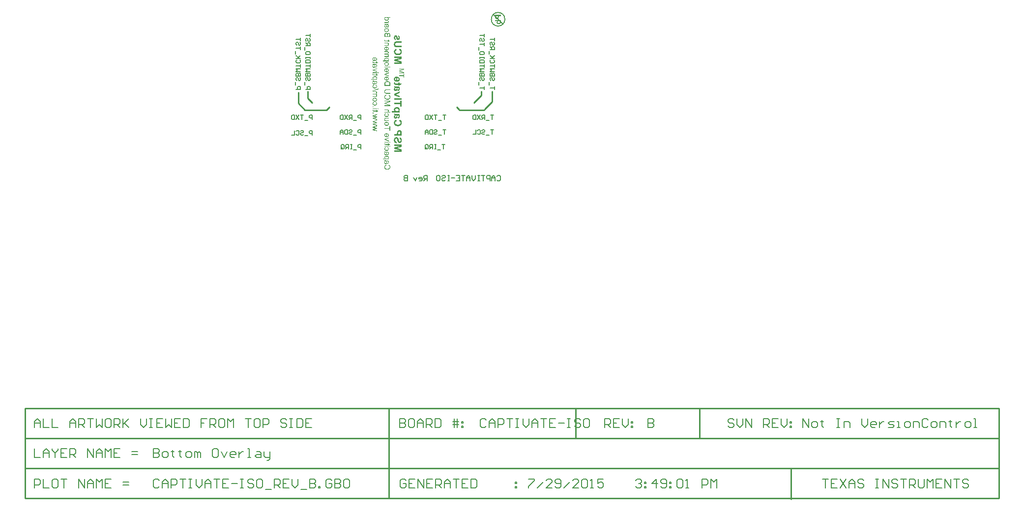
<source format=gbo>
%FSAX25Y25*%
%MOIN*%
G70*
G01*
G75*
G04 Layer_Color=9218505*
%ADD10R,0.02362X0.03150*%
%ADD11O,0.08661X0.02362*%
%ADD12O,0.07480X0.02362*%
%ADD13O,0.07677X0.01575*%
%ADD14C,0.01000*%
%ADD15C,0.02000*%
%ADD16C,0.01500*%
%ADD17C,0.00800*%
%ADD18C,0.05906*%
%ADD19R,0.05906X0.05906*%
%ADD20C,0.03400*%
%ADD21C,0.01575*%
%ADD22C,0.00984*%
%ADD23C,0.02362*%
%ADD24C,0.00700*%
%ADD25C,0.00787*%
%ADD26R,0.02756X0.03543*%
%ADD27O,0.09055X0.02756*%
%ADD28O,0.07874X0.02756*%
%ADD29O,0.08071X0.01969*%
%ADD30C,0.06299*%
%ADD31R,0.06299X0.06299*%
G36*
X0287541Y0332203D02*
X0283700D01*
Y0332675D01*
X0287541D01*
Y0332203D01*
D02*
G37*
G36*
X0285221Y0331631D02*
X0285337Y0331620D01*
X0285448Y0331604D01*
X0285554Y0331581D01*
X0285648Y0331554D01*
X0285737Y0331526D01*
X0285815Y0331492D01*
X0285887Y0331459D01*
X0285953Y0331426D01*
X0286009Y0331393D01*
X0286053Y0331365D01*
X0286092Y0331337D01*
X0286125Y0331315D01*
X0286148Y0331298D01*
X0286159Y0331287D01*
X0286164Y0331282D01*
X0286231Y0331215D01*
X0286292Y0331143D01*
X0286342Y0331065D01*
X0286386Y0330987D01*
X0286425Y0330910D01*
X0286453Y0330838D01*
X0286480Y0330760D01*
X0286497Y0330693D01*
X0286514Y0330621D01*
X0286525Y0330560D01*
X0286536Y0330505D01*
X0286542Y0330460D01*
X0286547Y0330421D01*
Y0330388D01*
Y0330371D01*
Y0330366D01*
X0286542Y0330260D01*
X0286530Y0330160D01*
X0286514Y0330066D01*
X0286486Y0329977D01*
X0286458Y0329894D01*
X0286425Y0329816D01*
X0286392Y0329744D01*
X0286353Y0329683D01*
X0286320Y0329622D01*
X0286281Y0329572D01*
X0286247Y0329528D01*
X0286220Y0329495D01*
X0286192Y0329467D01*
X0286175Y0329445D01*
X0286164Y0329433D01*
X0286159Y0329428D01*
X0286081Y0329367D01*
X0285998Y0329311D01*
X0285914Y0329261D01*
X0285826Y0329217D01*
X0285731Y0329184D01*
X0285643Y0329156D01*
X0285465Y0329112D01*
X0285387Y0329095D01*
X0285310Y0329084D01*
X0285243Y0329078D01*
X0285182Y0329073D01*
X0285132Y0329067D01*
X0285065D01*
X0284943Y0329073D01*
X0284827Y0329084D01*
X0284716Y0329100D01*
X0284616Y0329123D01*
X0284521Y0329150D01*
X0284433Y0329178D01*
X0284355Y0329211D01*
X0284283Y0329245D01*
X0284222Y0329278D01*
X0284166Y0329311D01*
X0284122Y0329339D01*
X0284083Y0329367D01*
X0284050Y0329389D01*
X0284027Y0329406D01*
X0284016Y0329417D01*
X0284011Y0329422D01*
X0283944Y0329495D01*
X0283889Y0329567D01*
X0283839Y0329644D01*
X0283794Y0329728D01*
X0283761Y0329805D01*
X0283728Y0329889D01*
X0283683Y0330044D01*
X0283672Y0330116D01*
X0283661Y0330183D01*
X0283650Y0330244D01*
X0283645Y0330294D01*
X0283639Y0330332D01*
Y0330366D01*
Y0330388D01*
Y0330394D01*
X0283650Y0330566D01*
X0283678Y0330721D01*
X0283711Y0330860D01*
X0283733Y0330915D01*
X0283755Y0330971D01*
X0283778Y0331021D01*
X0283800Y0331065D01*
X0283817Y0331098D01*
X0283833Y0331132D01*
X0283850Y0331154D01*
X0283861Y0331171D01*
X0283872Y0331182D01*
Y0331187D01*
X0283972Y0331298D01*
X0284077Y0331387D01*
X0284188Y0331465D01*
X0284294Y0331520D01*
X0284388Y0331565D01*
X0284433Y0331581D01*
X0284466Y0331598D01*
X0284499Y0331609D01*
X0284521Y0331615D01*
X0284532Y0331620D01*
X0284538D01*
X0284599Y0331132D01*
X0284494Y0331087D01*
X0284405Y0331037D01*
X0284327Y0330987D01*
X0284266Y0330943D01*
X0284222Y0330904D01*
X0284188Y0330871D01*
X0284166Y0330843D01*
X0284161Y0330838D01*
X0284116Y0330765D01*
X0284083Y0330693D01*
X0284061Y0330615D01*
X0284044Y0330549D01*
X0284033Y0330488D01*
X0284027Y0330438D01*
Y0330405D01*
Y0330399D01*
Y0330394D01*
X0284033Y0330327D01*
X0284038Y0330266D01*
X0284066Y0330155D01*
X0284105Y0330055D01*
X0284150Y0329966D01*
X0284188Y0329900D01*
X0284227Y0329850D01*
X0284255Y0329816D01*
X0284266Y0329811D01*
Y0329805D01*
X0284366Y0329728D01*
X0284477Y0329666D01*
X0284599Y0329622D01*
X0284710Y0329589D01*
X0284810Y0329572D01*
X0284854Y0329561D01*
X0284893Y0329556D01*
X0284927D01*
X0284949Y0329550D01*
X0284971D01*
Y0331631D01*
X0285027Y0331637D01*
X0285093D01*
X0285221Y0331631D01*
D02*
G37*
G36*
X0285254Y0335833D02*
X0285365Y0335822D01*
X0285470Y0335805D01*
X0285570Y0335783D01*
X0285665Y0335755D01*
X0285748Y0335721D01*
X0285831Y0335688D01*
X0285898Y0335655D01*
X0285959Y0335622D01*
X0286014Y0335588D01*
X0286064Y0335555D01*
X0286103Y0335527D01*
X0286131Y0335505D01*
X0286153Y0335489D01*
X0286164Y0335477D01*
X0286170Y0335472D01*
X0286236Y0335400D01*
X0286292Y0335328D01*
X0286347Y0335250D01*
X0286386Y0335172D01*
X0286425Y0335094D01*
X0286453Y0335017D01*
X0286503Y0334867D01*
X0286514Y0334795D01*
X0286525Y0334734D01*
X0286536Y0334678D01*
X0286542Y0334628D01*
X0286547Y0334589D01*
Y0334562D01*
Y0334539D01*
Y0334534D01*
X0286542Y0334439D01*
X0286536Y0334351D01*
X0286497Y0334179D01*
X0286447Y0334029D01*
X0286420Y0333962D01*
X0286392Y0333901D01*
X0286364Y0333846D01*
X0286336Y0333801D01*
X0286309Y0333757D01*
X0286286Y0333723D01*
X0286264Y0333696D01*
X0286247Y0333674D01*
X0286242Y0333663D01*
X0286236Y0333657D01*
X0286164Y0333579D01*
X0286081Y0333518D01*
X0285992Y0333457D01*
X0285903Y0333413D01*
X0285809Y0333368D01*
X0285709Y0333335D01*
X0285615Y0333307D01*
X0285526Y0333285D01*
X0285437Y0333263D01*
X0285360Y0333252D01*
X0285282Y0333241D01*
X0285221Y0333235D01*
X0285165D01*
X0285126Y0333230D01*
X0285093D01*
X0284965Y0333235D01*
X0284843Y0333246D01*
X0284732Y0333263D01*
X0284627Y0333285D01*
X0284532Y0333313D01*
X0284444Y0333341D01*
X0284360Y0333374D01*
X0284288Y0333407D01*
X0284222Y0333440D01*
X0284166Y0333474D01*
X0284122Y0333502D01*
X0284083Y0333529D01*
X0284050Y0333552D01*
X0284027Y0333568D01*
X0284016Y0333579D01*
X0284011Y0333585D01*
X0283944Y0333657D01*
X0283889Y0333729D01*
X0283839Y0333807D01*
X0283794Y0333885D01*
X0283761Y0333962D01*
X0283728Y0334045D01*
X0283683Y0334195D01*
X0283672Y0334262D01*
X0283661Y0334329D01*
X0283650Y0334384D01*
X0283645Y0334434D01*
X0283639Y0334478D01*
Y0334506D01*
Y0334528D01*
Y0334534D01*
X0283645Y0334667D01*
X0283667Y0334789D01*
X0283695Y0334906D01*
X0283722Y0335000D01*
X0283755Y0335083D01*
X0283767Y0335117D01*
X0283778Y0335144D01*
X0283789Y0335172D01*
X0283800Y0335189D01*
X0283805Y0335194D01*
Y0335200D01*
X0283878Y0335311D01*
X0283955Y0335405D01*
X0284033Y0335489D01*
X0284111Y0335555D01*
X0284177Y0335605D01*
X0284233Y0335644D01*
X0284255Y0335655D01*
X0284272Y0335666D01*
X0284277Y0335672D01*
X0284283D01*
X0284410Y0335727D01*
X0284549Y0335766D01*
X0284688Y0335799D01*
X0284827Y0335816D01*
X0284888Y0335827D01*
X0284943D01*
X0284999Y0335833D01*
X0285043Y0335838D01*
X0285132D01*
X0285254Y0335833D01*
D02*
G37*
G36*
X0285776Y0343142D02*
X0285853Y0343131D01*
X0285920Y0343120D01*
X0285987Y0343103D01*
X0286042Y0343081D01*
X0286092Y0343064D01*
X0286142Y0343042D01*
X0286181Y0343020D01*
X0286220Y0343003D01*
X0286270Y0342964D01*
X0286303Y0342942D01*
X0286314Y0342931D01*
X0286392Y0342842D01*
X0286447Y0342737D01*
X0286492Y0342631D01*
X0286519Y0342531D01*
X0286536Y0342437D01*
X0286542Y0342398D01*
Y0342359D01*
X0286547Y0342332D01*
Y0342309D01*
Y0342298D01*
Y0342293D01*
X0286542Y0342193D01*
X0286525Y0342104D01*
X0286503Y0342015D01*
X0286470Y0341932D01*
X0286431Y0341854D01*
X0286392Y0341782D01*
X0286347Y0341721D01*
X0286303Y0341660D01*
X0286253Y0341605D01*
X0286209Y0341560D01*
X0286170Y0341521D01*
X0286131Y0341488D01*
X0286098Y0341460D01*
X0286075Y0341444D01*
X0286059Y0341432D01*
X0286053Y0341427D01*
X0286137Y0341394D01*
X0286209Y0341349D01*
X0286270Y0341299D01*
X0286320Y0341255D01*
X0286364Y0341211D01*
X0286392Y0341177D01*
X0286408Y0341155D01*
X0286414Y0341144D01*
X0286458Y0341066D01*
X0286492Y0340983D01*
X0286514Y0340900D01*
X0286530Y0340816D01*
X0286542Y0340750D01*
X0286547Y0340689D01*
Y0340667D01*
Y0340655D01*
Y0340644D01*
Y0340639D01*
X0286542Y0340539D01*
X0286525Y0340445D01*
X0286508Y0340361D01*
X0286486Y0340289D01*
X0286458Y0340228D01*
X0286442Y0340184D01*
X0286425Y0340156D01*
X0286420Y0340145D01*
X0286369Y0340067D01*
X0286314Y0340001D01*
X0286259Y0339940D01*
X0286203Y0339890D01*
X0286159Y0339851D01*
X0286120Y0339818D01*
X0286098Y0339801D01*
X0286087Y0339795D01*
X0286486D01*
Y0339373D01*
X0283700D01*
Y0339845D01*
X0285143D01*
X0285276Y0339851D01*
X0285393Y0339856D01*
X0285493Y0339867D01*
X0285576Y0339884D01*
X0285637Y0339901D01*
X0285681Y0339912D01*
X0285709Y0339917D01*
X0285720Y0339923D01*
X0285792Y0339956D01*
X0285853Y0339995D01*
X0285909Y0340034D01*
X0285953Y0340073D01*
X0285987Y0340112D01*
X0286009Y0340139D01*
X0286026Y0340161D01*
X0286031Y0340167D01*
X0286064Y0340234D01*
X0286092Y0340295D01*
X0286109Y0340361D01*
X0286125Y0340417D01*
X0286131Y0340461D01*
X0286137Y0340500D01*
Y0340522D01*
Y0340533D01*
X0286131Y0340628D01*
X0286114Y0340705D01*
X0286087Y0340772D01*
X0286059Y0340822D01*
X0286026Y0340861D01*
X0286003Y0340889D01*
X0285981Y0340905D01*
X0285976Y0340911D01*
X0285909Y0340950D01*
X0285837Y0340977D01*
X0285759Y0341000D01*
X0285681Y0341011D01*
X0285615Y0341022D01*
X0285554Y0341027D01*
X0283700D01*
Y0341499D01*
X0285315D01*
X0285465Y0341510D01*
X0285593Y0341532D01*
X0285698Y0341560D01*
X0285787Y0341599D01*
X0285853Y0341632D01*
X0285898Y0341666D01*
X0285926Y0341688D01*
X0285937Y0341693D01*
X0286003Y0341771D01*
X0286053Y0341854D01*
X0286087Y0341938D01*
X0286114Y0342015D01*
X0286125Y0342082D01*
X0286131Y0342137D01*
X0286137Y0342160D01*
Y0342176D01*
Y0342182D01*
Y0342187D01*
X0286131Y0342248D01*
X0286125Y0342298D01*
X0286114Y0342348D01*
X0286098Y0342387D01*
X0286081Y0342426D01*
X0286070Y0342448D01*
X0286064Y0342465D01*
X0286059Y0342470D01*
X0286026Y0342515D01*
X0285992Y0342548D01*
X0285959Y0342576D01*
X0285926Y0342598D01*
X0285898Y0342615D01*
X0285876Y0342626D01*
X0285859Y0342637D01*
X0285853D01*
X0285804Y0342653D01*
X0285737Y0342665D01*
X0285670Y0342670D01*
X0285604Y0342676D01*
X0285543Y0342681D01*
X0283700D01*
Y0343153D01*
X0285698D01*
X0285776Y0343142D01*
D02*
G37*
G36*
X0285254Y0338802D02*
X0285393Y0338785D01*
X0285515Y0338763D01*
X0285626Y0338735D01*
X0285715Y0338707D01*
X0285753Y0338696D01*
X0285787Y0338685D01*
X0285809Y0338674D01*
X0285826Y0338669D01*
X0285837Y0338663D01*
X0285842D01*
X0285959Y0338608D01*
X0286064Y0338541D01*
X0286153Y0338474D01*
X0286225Y0338408D01*
X0286281Y0338347D01*
X0286325Y0338297D01*
X0286347Y0338264D01*
X0286358Y0338258D01*
Y0338252D01*
X0286420Y0338147D01*
X0286470Y0338041D01*
X0286503Y0337936D01*
X0286525Y0337836D01*
X0286536Y0337753D01*
X0286542Y0337714D01*
X0286547Y0337686D01*
Y0337659D01*
Y0337642D01*
Y0337631D01*
Y0337625D01*
X0286542Y0337525D01*
X0286530Y0337437D01*
X0286514Y0337359D01*
X0286492Y0337292D01*
X0286470Y0337237D01*
X0286453Y0337192D01*
X0286442Y0337170D01*
X0286436Y0337159D01*
X0286392Y0337092D01*
X0286342Y0337026D01*
X0286292Y0336970D01*
X0286236Y0336920D01*
X0286192Y0336876D01*
X0286153Y0336848D01*
X0286131Y0336826D01*
X0286120Y0336820D01*
X0286486D01*
Y0336393D01*
X0282634D01*
Y0336865D01*
X0283989D01*
X0283933Y0336909D01*
X0283883Y0336959D01*
X0283839Y0337015D01*
X0283805Y0337059D01*
X0283772Y0337104D01*
X0283750Y0337137D01*
X0283739Y0337165D01*
X0283733Y0337170D01*
X0283700Y0337242D01*
X0283678Y0337314D01*
X0283661Y0337386D01*
X0283650Y0337453D01*
X0283645Y0337509D01*
X0283639Y0337553D01*
Y0337581D01*
Y0337592D01*
X0283645Y0337708D01*
X0283667Y0337825D01*
X0283695Y0337925D01*
X0283728Y0338019D01*
X0283761Y0338097D01*
X0283789Y0338152D01*
X0283800Y0338175D01*
X0283811Y0338191D01*
X0283817Y0338197D01*
Y0338202D01*
X0283894Y0338308D01*
X0283978Y0338397D01*
X0284061Y0338474D01*
X0284144Y0338535D01*
X0284222Y0338585D01*
X0284283Y0338624D01*
X0284305Y0338635D01*
X0284322Y0338646D01*
X0284333Y0338652D01*
X0284338D01*
X0284472Y0338702D01*
X0284605Y0338741D01*
X0284732Y0338769D01*
X0284854Y0338791D01*
X0284954Y0338802D01*
X0284999D01*
X0285038Y0338807D01*
X0285110D01*
X0285254Y0338802D01*
D02*
G37*
G36*
X0287541Y0316890D02*
X0285193D01*
X0285071Y0316879D01*
X0284965Y0316868D01*
X0284865Y0316851D01*
X0284777Y0316835D01*
X0284693Y0316813D01*
X0284621Y0316796D01*
X0284560Y0316774D01*
X0284510Y0316752D01*
X0284460Y0316729D01*
X0284427Y0316707D01*
X0284394Y0316691D01*
X0284371Y0316674D01*
X0284355Y0316663D01*
X0284349Y0316657D01*
X0284344Y0316652D01*
X0284299Y0316602D01*
X0284261Y0316546D01*
X0284200Y0316424D01*
X0284155Y0316297D01*
X0284127Y0316163D01*
X0284105Y0316041D01*
X0284100Y0315991D01*
Y0315941D01*
X0284094Y0315908D01*
Y0315875D01*
Y0315858D01*
Y0315853D01*
X0284100Y0315736D01*
X0284116Y0315631D01*
X0284133Y0315531D01*
X0284161Y0315453D01*
X0284183Y0315386D01*
X0284200Y0315336D01*
X0284216Y0315309D01*
X0284222Y0315298D01*
X0284272Y0315220D01*
X0284333Y0315153D01*
X0284394Y0315098D01*
X0284449Y0315059D01*
X0284505Y0315026D01*
X0284544Y0314998D01*
X0284571Y0314987D01*
X0284582Y0314981D01*
X0284632Y0314965D01*
X0284682Y0314953D01*
X0284799Y0314931D01*
X0284921Y0314915D01*
X0285043Y0314903D01*
X0285149Y0314898D01*
X0285198D01*
X0285237Y0314892D01*
X0287541D01*
Y0314382D01*
X0285210D01*
X0285104Y0314387D01*
X0285004Y0314393D01*
X0284910Y0314404D01*
X0284827Y0314415D01*
X0284749Y0314426D01*
X0284677Y0314443D01*
X0284610Y0314454D01*
X0284549Y0314465D01*
X0284499Y0314482D01*
X0284455Y0314493D01*
X0284421Y0314504D01*
X0284394Y0314515D01*
X0284371Y0314521D01*
X0284360Y0314526D01*
X0284355D01*
X0284233Y0314587D01*
X0284122Y0314665D01*
X0284033Y0314742D01*
X0283955Y0314826D01*
X0283894Y0314898D01*
X0283850Y0314959D01*
X0283839Y0314981D01*
X0283828Y0314998D01*
X0283817Y0315009D01*
Y0315015D01*
X0283755Y0315153D01*
X0283711Y0315298D01*
X0283678Y0315447D01*
X0283656Y0315586D01*
X0283650Y0315647D01*
X0283645Y0315708D01*
X0283639Y0315764D01*
Y0315808D01*
X0283633Y0315847D01*
Y0315875D01*
Y0315891D01*
Y0315897D01*
X0283645Y0316097D01*
X0283656Y0316186D01*
X0283667Y0316269D01*
X0283683Y0316352D01*
X0283700Y0316424D01*
X0283717Y0316491D01*
X0283739Y0316552D01*
X0283761Y0316607D01*
X0283778Y0316652D01*
X0283794Y0316696D01*
X0283811Y0316729D01*
X0283828Y0316757D01*
X0283833Y0316774D01*
X0283844Y0316785D01*
Y0316791D01*
X0283928Y0316913D01*
X0284022Y0317013D01*
X0284111Y0317090D01*
X0284200Y0317157D01*
X0284277Y0317207D01*
X0284338Y0317240D01*
X0284360Y0317251D01*
X0284377Y0317262D01*
X0284388Y0317268D01*
X0284394D01*
X0284460Y0317290D01*
X0284532Y0317312D01*
X0284682Y0317345D01*
X0284838Y0317368D01*
X0284988Y0317384D01*
X0285054Y0317390D01*
X0285121Y0317395D01*
X0285176D01*
X0285226Y0317401D01*
X0287541D01*
Y0316890D01*
D02*
G37*
G36*
X0285043Y0313239D02*
X0284954Y0313216D01*
X0284871Y0313189D01*
X0284793Y0313161D01*
X0284721Y0313133D01*
X0284655Y0313100D01*
X0284599Y0313066D01*
X0284544Y0313028D01*
X0284494Y0312994D01*
X0284449Y0312967D01*
X0284416Y0312933D01*
X0284383Y0312906D01*
X0284355Y0312883D01*
X0284338Y0312861D01*
X0284322Y0312844D01*
X0284316Y0312839D01*
X0284311Y0312833D01*
X0284266Y0312778D01*
X0284233Y0312717D01*
X0284172Y0312595D01*
X0284127Y0312478D01*
X0284100Y0312362D01*
X0284077Y0312262D01*
X0284072Y0312223D01*
Y0312184D01*
X0284066Y0312151D01*
Y0312128D01*
Y0312117D01*
Y0312112D01*
X0284072Y0311984D01*
X0284094Y0311862D01*
X0284122Y0311751D01*
X0284155Y0311651D01*
X0284188Y0311574D01*
X0284205Y0311540D01*
X0284216Y0311512D01*
X0284227Y0311490D01*
X0284238Y0311474D01*
X0284244Y0311462D01*
Y0311457D01*
X0284322Y0311351D01*
X0284405Y0311263D01*
X0284499Y0311185D01*
X0284588Y0311124D01*
X0284666Y0311074D01*
X0284732Y0311041D01*
X0284760Y0311030D01*
X0284777Y0311018D01*
X0284788Y0311013D01*
X0284793D01*
X0284938Y0310969D01*
X0285082Y0310935D01*
X0285226Y0310908D01*
X0285360Y0310891D01*
X0285420Y0310885D01*
X0285476Y0310880D01*
X0285526D01*
X0285565Y0310874D01*
X0285648D01*
X0285792Y0310880D01*
X0285926Y0310891D01*
X0286048Y0310913D01*
X0286159Y0310935D01*
X0286253Y0310952D01*
X0286292Y0310963D01*
X0286325Y0310974D01*
X0286353Y0310980D01*
X0286369Y0310985D01*
X0286381Y0310991D01*
X0286386D01*
X0286514Y0311046D01*
X0286630Y0311107D01*
X0286725Y0311174D01*
X0286808Y0311246D01*
X0286875Y0311307D01*
X0286919Y0311357D01*
X0286947Y0311396D01*
X0286958Y0311402D01*
Y0311407D01*
X0287030Y0311524D01*
X0287086Y0311651D01*
X0287124Y0311773D01*
X0287146Y0311890D01*
X0287163Y0311995D01*
X0287169Y0312040D01*
Y0312078D01*
X0287174Y0312106D01*
Y0312128D01*
Y0312145D01*
Y0312151D01*
X0287169Y0312289D01*
X0287146Y0312417D01*
X0287113Y0312523D01*
X0287080Y0312617D01*
X0287041Y0312689D01*
X0287013Y0312744D01*
X0286991Y0312778D01*
X0286980Y0312789D01*
X0286897Y0312878D01*
X0286802Y0312961D01*
X0286703Y0313028D01*
X0286603Y0313083D01*
X0286514Y0313127D01*
X0286470Y0313144D01*
X0286436Y0313155D01*
X0286408Y0313166D01*
X0286386Y0313177D01*
X0286375Y0313183D01*
X0286369D01*
X0286486Y0313683D01*
X0286586Y0313649D01*
X0286675Y0313616D01*
X0286758Y0313572D01*
X0286841Y0313533D01*
X0286913Y0313488D01*
X0286980Y0313438D01*
X0287047Y0313394D01*
X0287102Y0313350D01*
X0287146Y0313305D01*
X0287191Y0313266D01*
X0287230Y0313227D01*
X0287258Y0313200D01*
X0287285Y0313172D01*
X0287302Y0313150D01*
X0287308Y0313139D01*
X0287313Y0313133D01*
X0287363Y0313055D01*
X0287413Y0312978D01*
X0287452Y0312900D01*
X0287485Y0312817D01*
X0287535Y0312650D01*
X0287568Y0312500D01*
X0287585Y0312428D01*
X0287591Y0312367D01*
X0287596Y0312306D01*
X0287602Y0312256D01*
X0287607Y0312217D01*
Y0312190D01*
Y0312167D01*
Y0312162D01*
X0287596Y0311979D01*
X0287568Y0311801D01*
X0287535Y0311646D01*
X0287513Y0311574D01*
X0287491Y0311507D01*
X0287468Y0311446D01*
X0287446Y0311390D01*
X0287430Y0311346D01*
X0287413Y0311301D01*
X0287396Y0311274D01*
X0287385Y0311252D01*
X0287380Y0311235D01*
X0287374Y0311229D01*
X0287280Y0311080D01*
X0287169Y0310952D01*
X0287058Y0310841D01*
X0286947Y0310747D01*
X0286847Y0310674D01*
X0286802Y0310647D01*
X0286764Y0310624D01*
X0286736Y0310602D01*
X0286714Y0310591D01*
X0286697Y0310586D01*
X0286691Y0310580D01*
X0286519Y0310502D01*
X0286342Y0310447D01*
X0286164Y0310408D01*
X0286003Y0310380D01*
X0285931Y0310369D01*
X0285859Y0310364D01*
X0285804Y0310358D01*
X0285748D01*
X0285709Y0310352D01*
X0285648D01*
X0285448Y0310364D01*
X0285254Y0310386D01*
X0285082Y0310414D01*
X0284999Y0310436D01*
X0284927Y0310452D01*
X0284860Y0310469D01*
X0284799Y0310491D01*
X0284743Y0310508D01*
X0284699Y0310519D01*
X0284666Y0310536D01*
X0284638Y0310541D01*
X0284621Y0310552D01*
X0284616D01*
X0284449Y0310636D01*
X0284299Y0310730D01*
X0284172Y0310830D01*
X0284122Y0310880D01*
X0284072Y0310924D01*
X0284027Y0310969D01*
X0283989Y0311013D01*
X0283955Y0311052D01*
X0283933Y0311085D01*
X0283911Y0311107D01*
X0283894Y0311129D01*
X0283889Y0311141D01*
X0283883Y0311146D01*
X0283839Y0311224D01*
X0283800Y0311301D01*
X0283739Y0311468D01*
X0283695Y0311634D01*
X0283667Y0311795D01*
X0283656Y0311873D01*
X0283645Y0311940D01*
X0283639Y0312001D01*
Y0312051D01*
X0283633Y0312095D01*
Y0312128D01*
Y0312151D01*
Y0312156D01*
X0283639Y0312267D01*
X0283650Y0312373D01*
X0283661Y0312473D01*
X0283683Y0312567D01*
X0283711Y0312656D01*
X0283739Y0312739D01*
X0283767Y0312817D01*
X0283800Y0312889D01*
X0283828Y0312950D01*
X0283855Y0313011D01*
X0283883Y0313055D01*
X0283911Y0313100D01*
X0283933Y0313127D01*
X0283944Y0313155D01*
X0283955Y0313166D01*
X0283961Y0313172D01*
X0284027Y0313250D01*
X0284094Y0313316D01*
X0284172Y0313377D01*
X0284249Y0313438D01*
X0284405Y0313538D01*
X0284560Y0313616D01*
X0284632Y0313649D01*
X0284699Y0313677D01*
X0284760Y0313699D01*
X0284810Y0313716D01*
X0284854Y0313733D01*
X0284888Y0313744D01*
X0284910Y0313749D01*
X0284915D01*
X0285043Y0313239D01*
D02*
G37*
G36*
X0285826Y0322912D02*
X0285998Y0322896D01*
X0286153Y0322868D01*
X0286225Y0322857D01*
X0286286Y0322840D01*
X0286347Y0322823D01*
X0286397Y0322812D01*
X0286442Y0322801D01*
X0286480Y0322784D01*
X0286514Y0322779D01*
X0286536Y0322768D01*
X0286547Y0322762D01*
X0286553D01*
X0286697Y0322701D01*
X0286825Y0322629D01*
X0286936Y0322551D01*
X0287030Y0322479D01*
X0287108Y0322413D01*
X0287163Y0322357D01*
X0287180Y0322335D01*
X0287196Y0322318D01*
X0287202Y0322313D01*
X0287208Y0322307D01*
X0287280Y0322218D01*
X0287335Y0322124D01*
X0287385Y0322030D01*
X0287424Y0321941D01*
X0287452Y0321863D01*
X0287468Y0321802D01*
X0287480Y0321780D01*
Y0321763D01*
X0287485Y0321752D01*
Y0321747D01*
X0287502Y0321652D01*
X0287518Y0321541D01*
X0287529Y0321430D01*
X0287535Y0321319D01*
X0287541Y0321219D01*
Y0321175D01*
Y0321136D01*
Y0321108D01*
Y0321086D01*
Y0321070D01*
Y0321064D01*
Y0319743D01*
X0283700D01*
Y0321125D01*
X0283705Y0321253D01*
X0283711Y0321369D01*
X0283722Y0321475D01*
X0283733Y0321564D01*
X0283744Y0321641D01*
X0283750Y0321697D01*
X0283755Y0321713D01*
X0283761Y0321730D01*
Y0321736D01*
Y0321741D01*
X0283789Y0321841D01*
X0283822Y0321930D01*
X0283850Y0322007D01*
X0283883Y0322074D01*
X0283911Y0322130D01*
X0283933Y0322168D01*
X0283950Y0322191D01*
X0283955Y0322202D01*
X0284005Y0322274D01*
X0284066Y0322335D01*
X0284122Y0322396D01*
X0284177Y0322446D01*
X0284227Y0322490D01*
X0284266Y0322524D01*
X0284294Y0322546D01*
X0284305Y0322551D01*
X0284394Y0322607D01*
X0284488Y0322662D01*
X0284577Y0322707D01*
X0284666Y0322740D01*
X0284743Y0322773D01*
X0284804Y0322796D01*
X0284827Y0322801D01*
X0284843Y0322807D01*
X0284854Y0322812D01*
X0284860D01*
X0284993Y0322846D01*
X0285126Y0322873D01*
X0285254Y0322890D01*
X0285376Y0322907D01*
X0285482Y0322912D01*
X0285526D01*
X0285565Y0322918D01*
X0285637D01*
X0285826Y0322912D01*
D02*
G37*
G36*
X0286486Y0328318D02*
X0284782Y0327702D01*
X0284671Y0327663D01*
X0284571Y0327624D01*
X0284477Y0327596D01*
X0284405Y0327569D01*
X0284338Y0327552D01*
X0284294Y0327535D01*
X0284266Y0327530D01*
X0284255Y0327524D01*
X0284360Y0327491D01*
X0284466Y0327463D01*
X0284560Y0327430D01*
X0284644Y0327402D01*
X0284716Y0327380D01*
X0284771Y0327363D01*
X0284788Y0327358D01*
X0284804Y0327352D01*
X0284810Y0327347D01*
X0284816D01*
X0286486Y0326747D01*
Y0326248D01*
X0283700Y0327297D01*
Y0327746D01*
X0286486Y0328806D01*
Y0328318D01*
D02*
G37*
G36*
X0285221Y0325959D02*
X0285337Y0325948D01*
X0285448Y0325931D01*
X0285554Y0325909D01*
X0285648Y0325881D01*
X0285737Y0325854D01*
X0285815Y0325820D01*
X0285887Y0325787D01*
X0285953Y0325754D01*
X0286009Y0325720D01*
X0286053Y0325693D01*
X0286092Y0325665D01*
X0286125Y0325643D01*
X0286148Y0325626D01*
X0286159Y0325615D01*
X0286164Y0325609D01*
X0286231Y0325543D01*
X0286292Y0325471D01*
X0286342Y0325393D01*
X0286386Y0325315D01*
X0286425Y0325238D01*
X0286453Y0325166D01*
X0286480Y0325088D01*
X0286497Y0325021D01*
X0286514Y0324949D01*
X0286525Y0324888D01*
X0286536Y0324833D01*
X0286542Y0324788D01*
X0286547Y0324749D01*
Y0324716D01*
Y0324699D01*
Y0324694D01*
X0286542Y0324588D01*
X0286530Y0324488D01*
X0286514Y0324394D01*
X0286486Y0324305D01*
X0286458Y0324222D01*
X0286425Y0324144D01*
X0286392Y0324072D01*
X0286353Y0324011D01*
X0286320Y0323950D01*
X0286281Y0323900D01*
X0286247Y0323856D01*
X0286220Y0323822D01*
X0286192Y0323795D01*
X0286175Y0323772D01*
X0286164Y0323761D01*
X0286159Y0323756D01*
X0286081Y0323695D01*
X0285998Y0323639D01*
X0285914Y0323589D01*
X0285826Y0323545D01*
X0285731Y0323512D01*
X0285643Y0323484D01*
X0285465Y0323439D01*
X0285387Y0323423D01*
X0285310Y0323412D01*
X0285243Y0323406D01*
X0285182Y0323401D01*
X0285132Y0323395D01*
X0285065D01*
X0284943Y0323401D01*
X0284827Y0323412D01*
X0284716Y0323428D01*
X0284616Y0323450D01*
X0284521Y0323478D01*
X0284433Y0323506D01*
X0284355Y0323539D01*
X0284283Y0323573D01*
X0284222Y0323606D01*
X0284166Y0323639D01*
X0284122Y0323667D01*
X0284083Y0323695D01*
X0284050Y0323717D01*
X0284027Y0323734D01*
X0284016Y0323745D01*
X0284011Y0323750D01*
X0283944Y0323822D01*
X0283889Y0323895D01*
X0283839Y0323972D01*
X0283794Y0324056D01*
X0283761Y0324133D01*
X0283728Y0324216D01*
X0283683Y0324372D01*
X0283672Y0324444D01*
X0283661Y0324511D01*
X0283650Y0324572D01*
X0283645Y0324622D01*
X0283639Y0324660D01*
Y0324694D01*
Y0324716D01*
Y0324722D01*
X0283650Y0324893D01*
X0283678Y0325049D01*
X0283711Y0325188D01*
X0283733Y0325243D01*
X0283755Y0325299D01*
X0283778Y0325349D01*
X0283800Y0325393D01*
X0283817Y0325426D01*
X0283833Y0325460D01*
X0283850Y0325482D01*
X0283861Y0325499D01*
X0283872Y0325510D01*
Y0325515D01*
X0283972Y0325626D01*
X0284077Y0325715D01*
X0284188Y0325793D01*
X0284294Y0325848D01*
X0284388Y0325892D01*
X0284433Y0325909D01*
X0284466Y0325926D01*
X0284499Y0325937D01*
X0284521Y0325942D01*
X0284532Y0325948D01*
X0284538D01*
X0284599Y0325460D01*
X0284494Y0325415D01*
X0284405Y0325365D01*
X0284327Y0325315D01*
X0284266Y0325271D01*
X0284222Y0325232D01*
X0284188Y0325199D01*
X0284166Y0325171D01*
X0284161Y0325166D01*
X0284116Y0325093D01*
X0284083Y0325021D01*
X0284061Y0324943D01*
X0284044Y0324877D01*
X0284033Y0324816D01*
X0284027Y0324766D01*
Y0324732D01*
Y0324727D01*
Y0324722D01*
X0284033Y0324655D01*
X0284038Y0324594D01*
X0284066Y0324483D01*
X0284105Y0324383D01*
X0284150Y0324294D01*
X0284188Y0324227D01*
X0284227Y0324178D01*
X0284255Y0324144D01*
X0284266Y0324139D01*
Y0324133D01*
X0284366Y0324056D01*
X0284477Y0323994D01*
X0284599Y0323950D01*
X0284710Y0323917D01*
X0284810Y0323900D01*
X0284854Y0323889D01*
X0284893Y0323883D01*
X0284927D01*
X0284949Y0323878D01*
X0284971D01*
Y0325959D01*
X0285027Y0325965D01*
X0285093D01*
X0285221Y0325959D01*
D02*
G37*
G36*
Y0346255D02*
X0285337Y0346244D01*
X0285448Y0346228D01*
X0285554Y0346205D01*
X0285648Y0346178D01*
X0285737Y0346150D01*
X0285815Y0346117D01*
X0285887Y0346083D01*
X0285953Y0346050D01*
X0286009Y0346017D01*
X0286053Y0345989D01*
X0286092Y0345961D01*
X0286125Y0345939D01*
X0286148Y0345922D01*
X0286159Y0345911D01*
X0286164Y0345906D01*
X0286231Y0345839D01*
X0286292Y0345767D01*
X0286342Y0345689D01*
X0286386Y0345612D01*
X0286425Y0345534D01*
X0286453Y0345462D01*
X0286480Y0345384D01*
X0286497Y0345318D01*
X0286514Y0345245D01*
X0286525Y0345184D01*
X0286536Y0345129D01*
X0286542Y0345084D01*
X0286547Y0345046D01*
Y0345012D01*
Y0344996D01*
Y0344990D01*
X0286542Y0344885D01*
X0286530Y0344785D01*
X0286514Y0344690D01*
X0286486Y0344601D01*
X0286458Y0344518D01*
X0286425Y0344441D01*
X0286392Y0344368D01*
X0286353Y0344307D01*
X0286320Y0344246D01*
X0286281Y0344196D01*
X0286247Y0344152D01*
X0286220Y0344119D01*
X0286192Y0344091D01*
X0286175Y0344069D01*
X0286164Y0344058D01*
X0286159Y0344052D01*
X0286081Y0343991D01*
X0285998Y0343936D01*
X0285914Y0343886D01*
X0285826Y0343841D01*
X0285731Y0343808D01*
X0285643Y0343780D01*
X0285465Y0343736D01*
X0285387Y0343719D01*
X0285310Y0343708D01*
X0285243Y0343702D01*
X0285182Y0343697D01*
X0285132Y0343691D01*
X0285065D01*
X0284943Y0343697D01*
X0284827Y0343708D01*
X0284716Y0343725D01*
X0284616Y0343747D01*
X0284521Y0343775D01*
X0284433Y0343802D01*
X0284355Y0343836D01*
X0284283Y0343869D01*
X0284222Y0343902D01*
X0284166Y0343936D01*
X0284122Y0343963D01*
X0284083Y0343991D01*
X0284050Y0344013D01*
X0284027Y0344030D01*
X0284016Y0344041D01*
X0284011Y0344046D01*
X0283944Y0344119D01*
X0283889Y0344191D01*
X0283839Y0344269D01*
X0283794Y0344352D01*
X0283761Y0344429D01*
X0283728Y0344513D01*
X0283683Y0344668D01*
X0283672Y0344740D01*
X0283661Y0344807D01*
X0283650Y0344868D01*
X0283645Y0344918D01*
X0283639Y0344957D01*
Y0344990D01*
Y0345012D01*
Y0345018D01*
X0283650Y0345190D01*
X0283678Y0345345D01*
X0283711Y0345484D01*
X0283733Y0345539D01*
X0283755Y0345595D01*
X0283778Y0345645D01*
X0283800Y0345689D01*
X0283817Y0345723D01*
X0283833Y0345756D01*
X0283850Y0345778D01*
X0283861Y0345795D01*
X0283872Y0345806D01*
Y0345812D01*
X0283972Y0345922D01*
X0284077Y0346011D01*
X0284188Y0346089D01*
X0284294Y0346145D01*
X0284388Y0346189D01*
X0284433Y0346205D01*
X0284466Y0346222D01*
X0284499Y0346233D01*
X0284521Y0346239D01*
X0284532Y0346244D01*
X0284538D01*
X0284599Y0345756D01*
X0284494Y0345711D01*
X0284405Y0345662D01*
X0284327Y0345612D01*
X0284266Y0345567D01*
X0284222Y0345528D01*
X0284188Y0345495D01*
X0284166Y0345467D01*
X0284161Y0345462D01*
X0284116Y0345390D01*
X0284083Y0345318D01*
X0284061Y0345240D01*
X0284044Y0345173D01*
X0284033Y0345112D01*
X0284027Y0345062D01*
Y0345029D01*
Y0345023D01*
Y0345018D01*
X0284033Y0344951D01*
X0284038Y0344890D01*
X0284066Y0344779D01*
X0284105Y0344679D01*
X0284150Y0344590D01*
X0284188Y0344524D01*
X0284227Y0344474D01*
X0284255Y0344441D01*
X0284266Y0344435D01*
Y0344429D01*
X0284366Y0344352D01*
X0284477Y0344291D01*
X0284599Y0344246D01*
X0284710Y0344213D01*
X0284810Y0344196D01*
X0284854Y0344185D01*
X0284893Y0344180D01*
X0284927D01*
X0284949Y0344174D01*
X0284971D01*
Y0346255D01*
X0285027Y0346261D01*
X0285093D01*
X0285221Y0346255D01*
D02*
G37*
G36*
X0287541Y0365914D02*
X0286164D01*
X0286225Y0365864D01*
X0286275Y0365808D01*
X0286325Y0365758D01*
X0286364Y0365703D01*
X0286392Y0365658D01*
X0286420Y0365625D01*
X0286431Y0365603D01*
X0286436Y0365592D01*
X0286475Y0365519D01*
X0286503Y0365442D01*
X0286519Y0365364D01*
X0286536Y0365292D01*
X0286542Y0365231D01*
X0286547Y0365187D01*
Y0365153D01*
Y0365148D01*
Y0365142D01*
X0286542Y0365020D01*
X0286519Y0364903D01*
X0286492Y0364798D01*
X0286458Y0364709D01*
X0286420Y0364632D01*
X0286392Y0364576D01*
X0286381Y0364554D01*
X0286369Y0364537D01*
X0286364Y0364532D01*
Y0364526D01*
X0286292Y0364426D01*
X0286203Y0364343D01*
X0286120Y0364271D01*
X0286036Y0364215D01*
X0285959Y0364171D01*
X0285898Y0364138D01*
X0285876Y0364126D01*
X0285859Y0364115D01*
X0285848Y0364110D01*
X0285842D01*
X0285715Y0364065D01*
X0285581Y0364032D01*
X0285454Y0364004D01*
X0285337Y0363988D01*
X0285237Y0363977D01*
X0285193D01*
X0285160Y0363971D01*
X0285087D01*
X0284932Y0363977D01*
X0284788Y0363993D01*
X0284660Y0364021D01*
X0284549Y0364049D01*
X0284499Y0364060D01*
X0284460Y0364071D01*
X0284421Y0364088D01*
X0284388Y0364099D01*
X0284366Y0364110D01*
X0284349Y0364115D01*
X0284338Y0364121D01*
X0284333D01*
X0284216Y0364182D01*
X0284116Y0364254D01*
X0284027Y0364326D01*
X0283955Y0364398D01*
X0283900Y0364459D01*
X0283855Y0364509D01*
X0283833Y0364543D01*
X0283822Y0364548D01*
Y0364554D01*
X0283761Y0364659D01*
X0283717Y0364765D01*
X0283683Y0364870D01*
X0283661Y0364965D01*
X0283650Y0365042D01*
X0283645Y0365109D01*
X0283639Y0365131D01*
Y0365148D01*
Y0365159D01*
Y0365164D01*
X0283645Y0365259D01*
X0283656Y0365347D01*
X0283678Y0365431D01*
X0283705Y0365503D01*
X0283733Y0365575D01*
X0283767Y0365642D01*
X0283805Y0365697D01*
X0283844Y0365747D01*
X0283883Y0365797D01*
X0283922Y0365836D01*
X0283955Y0365869D01*
X0283983Y0365897D01*
X0284011Y0365919D01*
X0284033Y0365936D01*
X0284044Y0365941D01*
X0284050Y0365947D01*
X0283700D01*
Y0366385D01*
X0287541D01*
Y0365914D01*
D02*
G37*
G36*
X0286442Y0363771D02*
X0286480Y0363683D01*
X0286508Y0363605D01*
X0286530Y0363533D01*
X0286542Y0363472D01*
X0286547Y0363422D01*
Y0363394D01*
Y0363383D01*
X0286542Y0363322D01*
X0286530Y0363266D01*
X0286514Y0363211D01*
X0286497Y0363166D01*
X0286480Y0363133D01*
X0286464Y0363100D01*
X0286453Y0363083D01*
X0286447Y0363077D01*
X0286403Y0363028D01*
X0286347Y0362978D01*
X0286281Y0362928D01*
X0286220Y0362883D01*
X0286159Y0362839D01*
X0286109Y0362811D01*
X0286070Y0362789D01*
X0286064Y0362783D01*
X0286486D01*
Y0362356D01*
X0283700D01*
Y0362828D01*
X0285154D01*
X0285265Y0362833D01*
X0285365Y0362839D01*
X0285459Y0362850D01*
X0285543Y0362867D01*
X0285609Y0362883D01*
X0285659Y0362894D01*
X0285693Y0362900D01*
X0285703Y0362906D01*
X0285765Y0362928D01*
X0285815Y0362955D01*
X0285859Y0362983D01*
X0285898Y0363011D01*
X0285926Y0363039D01*
X0285948Y0363055D01*
X0285959Y0363072D01*
X0285964Y0363077D01*
X0285998Y0363122D01*
X0286020Y0363172D01*
X0286036Y0363222D01*
X0286048Y0363261D01*
X0286053Y0363299D01*
X0286059Y0363327D01*
Y0363349D01*
Y0363355D01*
X0286053Y0363416D01*
X0286042Y0363477D01*
X0286026Y0363538D01*
X0286009Y0363588D01*
X0285992Y0363632D01*
X0285976Y0363666D01*
X0285964Y0363688D01*
X0285959Y0363694D01*
X0286392Y0363866D01*
X0286442Y0363771D01*
D02*
G37*
G36*
X0295321Y0278413D02*
X0291821Y0277503D01*
X0295321Y0276585D01*
Y0275039D01*
X0290200D01*
Y0275993D01*
X0294226D01*
X0290200Y0277000D01*
Y0277999D01*
X0294226Y0279005D01*
X0290200Y0279013D01*
Y0279967D01*
X0295321D01*
Y0278413D01*
D02*
G37*
G36*
X0293959Y0289698D02*
X0294159Y0289669D01*
X0294322Y0289617D01*
X0294470Y0289565D01*
X0294529Y0289535D01*
X0294581Y0289506D01*
X0294625Y0289484D01*
X0294670Y0289454D01*
X0294699Y0289439D01*
X0294721Y0289424D01*
X0294729Y0289410D01*
X0294736D01*
X0294869Y0289291D01*
X0294980Y0289173D01*
X0295069Y0289047D01*
X0295136Y0288936D01*
X0295180Y0288832D01*
X0295217Y0288751D01*
X0295225Y0288721D01*
X0295232Y0288699D01*
X0295239Y0288684D01*
Y0288677D01*
X0295254Y0288618D01*
X0295269Y0288544D01*
X0295276Y0288455D01*
X0295284Y0288366D01*
X0295299Y0288159D01*
X0295313Y0287952D01*
Y0287856D01*
Y0287759D01*
X0295321Y0287678D01*
Y0287597D01*
Y0287537D01*
Y0287493D01*
Y0287456D01*
Y0287449D01*
Y0285791D01*
X0290200D01*
Y0286827D01*
X0292131D01*
Y0287500D01*
Y0287626D01*
Y0287745D01*
X0292139Y0287856D01*
Y0287959D01*
X0292146Y0288055D01*
X0292154Y0288144D01*
X0292161Y0288226D01*
X0292168Y0288292D01*
Y0288359D01*
X0292176Y0288411D01*
X0292183Y0288462D01*
X0292191Y0288499D01*
Y0288529D01*
X0292198Y0288551D01*
Y0288559D01*
Y0288566D01*
X0292228Y0288670D01*
X0292265Y0288766D01*
X0292302Y0288855D01*
X0292346Y0288936D01*
X0292383Y0289003D01*
X0292413Y0289054D01*
X0292435Y0289084D01*
X0292442Y0289099D01*
X0292516Y0289195D01*
X0292598Y0289276D01*
X0292686Y0289358D01*
X0292760Y0289417D01*
X0292834Y0289469D01*
X0292894Y0289506D01*
X0292931Y0289528D01*
X0292945Y0289535D01*
X0293071Y0289595D01*
X0293204Y0289639D01*
X0293345Y0289669D01*
X0293471Y0289691D01*
X0293574Y0289706D01*
X0293626D01*
X0293663Y0289713D01*
X0293745D01*
X0293959Y0289698D01*
D02*
G37*
G36*
X0291865Y0284903D02*
X0292020Y0284881D01*
X0292161Y0284844D01*
X0292279Y0284807D01*
X0292376Y0284770D01*
X0292442Y0284733D01*
X0292487Y0284711D01*
X0292501Y0284703D01*
X0292620Y0284622D01*
X0292723Y0284526D01*
X0292812Y0284429D01*
X0292886Y0284341D01*
X0292945Y0284259D01*
X0292990Y0284193D01*
X0293019Y0284148D01*
X0293027Y0284141D01*
Y0284133D01*
X0293064Y0284059D01*
X0293101Y0283985D01*
X0293167Y0283808D01*
X0293227Y0283623D01*
X0293286Y0283445D01*
X0293308Y0283364D01*
X0293330Y0283282D01*
X0293352Y0283208D01*
X0293367Y0283149D01*
X0293382Y0283097D01*
X0293389Y0283060D01*
X0293397Y0283031D01*
Y0283023D01*
X0293434Y0282890D01*
X0293463Y0282772D01*
X0293493Y0282661D01*
X0293523Y0282557D01*
X0293552Y0282476D01*
X0293582Y0282394D01*
X0293611Y0282328D01*
X0293634Y0282269D01*
X0293656Y0282217D01*
X0293678Y0282180D01*
X0293693Y0282143D01*
X0293708Y0282121D01*
X0293730Y0282084D01*
X0293737Y0282076D01*
X0293789Y0282024D01*
X0293841Y0281987D01*
X0293893Y0281965D01*
X0293944Y0281950D01*
X0293981Y0281936D01*
X0294018Y0281928D01*
X0294048D01*
X0294122Y0281936D01*
X0294181Y0281950D01*
X0294240Y0281980D01*
X0294285Y0282010D01*
X0294322Y0282039D01*
X0294344Y0282069D01*
X0294359Y0282084D01*
X0294366Y0282091D01*
X0294433Y0282195D01*
X0294477Y0282306D01*
X0294514Y0282424D01*
X0294536Y0282535D01*
X0294551Y0282631D01*
X0294559Y0282713D01*
Y0282742D01*
Y0282764D01*
Y0282779D01*
Y0282787D01*
X0294551Y0282942D01*
X0294529Y0283075D01*
X0294499Y0283186D01*
X0294470Y0283275D01*
X0294440Y0283349D01*
X0294411Y0283401D01*
X0294388Y0283430D01*
X0294381Y0283438D01*
X0294307Y0283512D01*
X0294218Y0283578D01*
X0294129Y0283630D01*
X0294033Y0283667D01*
X0293952Y0283697D01*
X0293885Y0283712D01*
X0293833Y0283726D01*
X0293819D01*
X0293856Y0284762D01*
X0293989Y0284755D01*
X0294107Y0284733D01*
X0294226Y0284703D01*
X0294329Y0284666D01*
X0294433Y0284629D01*
X0294529Y0284585D01*
X0294610Y0284540D01*
X0294692Y0284496D01*
X0294758Y0284444D01*
X0294818Y0284400D01*
X0294869Y0284355D01*
X0294914Y0284318D01*
X0294943Y0284289D01*
X0294966Y0284267D01*
X0294980Y0284252D01*
X0294988Y0284244D01*
X0295062Y0284148D01*
X0295128Y0284045D01*
X0295188Y0283934D01*
X0295239Y0283815D01*
X0295276Y0283697D01*
X0295313Y0283578D01*
X0295365Y0283342D01*
X0295380Y0283231D01*
X0295395Y0283134D01*
X0295402Y0283038D01*
X0295410Y0282957D01*
X0295417Y0282890D01*
Y0282846D01*
Y0282816D01*
Y0282801D01*
X0295410Y0282587D01*
X0295387Y0282394D01*
X0295358Y0282224D01*
X0295328Y0282076D01*
X0295306Y0282010D01*
X0295291Y0281950D01*
X0295276Y0281906D01*
X0295262Y0281862D01*
X0295247Y0281832D01*
X0295239Y0281810D01*
X0295232Y0281795D01*
Y0281788D01*
X0295158Y0281640D01*
X0295077Y0281514D01*
X0294988Y0281403D01*
X0294906Y0281314D01*
X0294832Y0281240D01*
X0294773Y0281196D01*
X0294729Y0281159D01*
X0294721Y0281151D01*
X0294714D01*
X0294588Y0281077D01*
X0294455Y0281025D01*
X0294329Y0280988D01*
X0294218Y0280966D01*
X0294122Y0280951D01*
X0294048Y0280937D01*
X0293981D01*
X0293870Y0280944D01*
X0293759Y0280959D01*
X0293663Y0280981D01*
X0293567Y0281011D01*
X0293389Y0281085D01*
X0293234Y0281173D01*
X0293167Y0281210D01*
X0293116Y0281255D01*
X0293064Y0281292D01*
X0293019Y0281329D01*
X0292990Y0281358D01*
X0292968Y0281381D01*
X0292953Y0281395D01*
X0292945Y0281403D01*
X0292894Y0281469D01*
X0292842Y0281551D01*
X0292790Y0281632D01*
X0292746Y0281728D01*
X0292657Y0281913D01*
X0292583Y0282106D01*
X0292553Y0282202D01*
X0292524Y0282283D01*
X0292501Y0282365D01*
X0292479Y0282431D01*
X0292464Y0282483D01*
X0292450Y0282528D01*
X0292442Y0282557D01*
Y0282565D01*
X0292413Y0282683D01*
X0292383Y0282787D01*
X0292361Y0282883D01*
X0292339Y0282972D01*
X0292316Y0283046D01*
X0292302Y0283112D01*
X0292279Y0283171D01*
X0292265Y0283223D01*
X0292257Y0283268D01*
X0292242Y0283305D01*
X0292228Y0283356D01*
X0292213Y0283386D01*
Y0283393D01*
X0292176Y0283490D01*
X0292139Y0283564D01*
X0292102Y0283630D01*
X0292065Y0283682D01*
X0292035Y0283719D01*
X0292013Y0283741D01*
X0291998Y0283756D01*
X0291991Y0283763D01*
X0291939Y0283800D01*
X0291887Y0283830D01*
X0291835Y0283845D01*
X0291791Y0283860D01*
X0291747Y0283867D01*
X0291710Y0283874D01*
X0291680D01*
X0291576Y0283867D01*
X0291488Y0283837D01*
X0291399Y0283793D01*
X0291325Y0283749D01*
X0291266Y0283697D01*
X0291221Y0283660D01*
X0291192Y0283630D01*
X0291184Y0283615D01*
X0291118Y0283512D01*
X0291066Y0283393D01*
X0291029Y0283268D01*
X0291007Y0283149D01*
X0290992Y0283038D01*
X0290977Y0282949D01*
Y0282912D01*
Y0282890D01*
Y0282875D01*
Y0282868D01*
X0290984Y0282698D01*
X0291014Y0282550D01*
X0291051Y0282424D01*
X0291095Y0282313D01*
X0291140Y0282224D01*
X0291177Y0282165D01*
X0291206Y0282128D01*
X0291214Y0282113D01*
X0291317Y0282017D01*
X0291428Y0281943D01*
X0291554Y0281876D01*
X0291680Y0281832D01*
X0291791Y0281795D01*
X0291880Y0281765D01*
X0291909Y0281758D01*
X0291939D01*
X0291954Y0281751D01*
X0291961D01*
X0291865Y0280744D01*
X0291710Y0280766D01*
X0291562Y0280796D01*
X0291421Y0280840D01*
X0291295Y0280877D01*
X0291177Y0280929D01*
X0291066Y0280981D01*
X0290970Y0281033D01*
X0290881Y0281085D01*
X0290807Y0281136D01*
X0290740Y0281188D01*
X0290681Y0281233D01*
X0290629Y0281277D01*
X0290592Y0281307D01*
X0290570Y0281336D01*
X0290555Y0281351D01*
X0290548Y0281358D01*
X0290466Y0281462D01*
X0290400Y0281573D01*
X0290341Y0281691D01*
X0290289Y0281817D01*
X0290252Y0281936D01*
X0290215Y0282061D01*
X0290163Y0282306D01*
X0290141Y0282417D01*
X0290126Y0282520D01*
X0290119Y0282609D01*
X0290111Y0282690D01*
X0290104Y0282757D01*
Y0282809D01*
Y0282846D01*
Y0282853D01*
X0290111Y0283090D01*
X0290133Y0283305D01*
X0290163Y0283497D01*
X0290178Y0283578D01*
X0290200Y0283660D01*
X0290215Y0283726D01*
X0290230Y0283786D01*
X0290244Y0283837D01*
X0290259Y0283882D01*
X0290274Y0283919D01*
X0290281Y0283941D01*
X0290289Y0283956D01*
Y0283963D01*
X0290370Y0284126D01*
X0290459Y0284259D01*
X0290548Y0284385D01*
X0290644Y0284481D01*
X0290725Y0284555D01*
X0290799Y0284614D01*
X0290844Y0284644D01*
X0290851Y0284659D01*
X0290859D01*
X0291007Y0284740D01*
X0291147Y0284807D01*
X0291288Y0284851D01*
X0291421Y0284881D01*
X0291525Y0284896D01*
X0291576Y0284903D01*
X0291613Y0284910D01*
X0291687D01*
X0291865Y0284903D01*
D02*
G37*
G36*
X0284116Y0350851D02*
X0284111Y0350806D01*
X0284105Y0350762D01*
Y0350723D01*
X0284100Y0350695D01*
Y0350673D01*
Y0350657D01*
Y0350645D01*
Y0350640D01*
X0284105Y0350568D01*
X0284116Y0350518D01*
X0284127Y0350490D01*
X0284133Y0350479D01*
X0284161Y0350440D01*
X0284188Y0350418D01*
X0284211Y0350401D01*
X0284222Y0350396D01*
X0284249Y0350390D01*
X0284288Y0350385D01*
X0284377Y0350379D01*
X0284416Y0350374D01*
X0286120D01*
Y0350851D01*
X0286486D01*
Y0350374D01*
X0287457D01*
X0287174Y0349902D01*
X0286486D01*
Y0349552D01*
X0286120D01*
Y0349902D01*
X0284366D01*
X0284305Y0349907D01*
X0284244Y0349913D01*
X0284194D01*
X0284150Y0349918D01*
X0284077Y0349930D01*
X0284022Y0349941D01*
X0283983Y0349946D01*
X0283961Y0349957D01*
X0283955D01*
X0283905Y0349979D01*
X0283867Y0350013D01*
X0283828Y0350046D01*
X0283800Y0350074D01*
X0283772Y0350107D01*
X0283755Y0350129D01*
X0283744Y0350146D01*
X0283739Y0350151D01*
X0283711Y0350213D01*
X0283695Y0350274D01*
X0283678Y0350340D01*
X0283672Y0350407D01*
X0283667Y0350462D01*
X0283661Y0350507D01*
Y0350540D01*
Y0350551D01*
X0283667Y0350673D01*
X0283672Y0350734D01*
X0283683Y0350790D01*
X0283689Y0350840D01*
X0283695Y0350879D01*
X0283700Y0350901D01*
Y0350912D01*
X0284116Y0350851D01*
D02*
G37*
G36*
X0285620Y0349092D02*
X0285698Y0349086D01*
X0285765D01*
X0285809Y0349080D01*
X0285842Y0349075D01*
X0285864Y0349069D01*
X0285870D01*
X0285942Y0349053D01*
X0286009Y0349025D01*
X0286064Y0349003D01*
X0286120Y0348980D01*
X0286159Y0348953D01*
X0286186Y0348936D01*
X0286209Y0348925D01*
X0286214Y0348920D01*
X0286270Y0348875D01*
X0286314Y0348825D01*
X0286358Y0348775D01*
X0286392Y0348720D01*
X0286420Y0348675D01*
X0286436Y0348636D01*
X0286447Y0348614D01*
X0286453Y0348603D01*
X0286486Y0348525D01*
X0286508Y0348442D01*
X0286525Y0348364D01*
X0286536Y0348292D01*
X0286542Y0348231D01*
X0286547Y0348187D01*
Y0348153D01*
Y0348148D01*
Y0348143D01*
X0286542Y0348037D01*
X0286525Y0347937D01*
X0286503Y0347848D01*
X0286475Y0347760D01*
X0286442Y0347682D01*
X0286403Y0347610D01*
X0286358Y0347543D01*
X0286320Y0347488D01*
X0286275Y0347432D01*
X0286231Y0347388D01*
X0286192Y0347349D01*
X0286159Y0347316D01*
X0286131Y0347293D01*
X0286109Y0347277D01*
X0286092Y0347266D01*
X0286087Y0347260D01*
X0286486D01*
Y0346838D01*
X0283700D01*
Y0347310D01*
X0285310D01*
X0285404Y0347321D01*
X0285482Y0347332D01*
X0285554Y0347343D01*
X0285620Y0347360D01*
X0285681Y0347376D01*
X0285737Y0347399D01*
X0285781Y0347421D01*
X0285820Y0347438D01*
X0285853Y0347460D01*
X0285881Y0347477D01*
X0285903Y0347493D01*
X0285931Y0347515D01*
X0285942Y0347526D01*
X0286009Y0347610D01*
X0286053Y0347698D01*
X0286087Y0347787D01*
X0286114Y0347865D01*
X0286125Y0347937D01*
X0286131Y0347993D01*
X0286137Y0348015D01*
Y0348031D01*
Y0348037D01*
Y0348042D01*
X0286131Y0348109D01*
X0286125Y0348176D01*
X0286109Y0348231D01*
X0286092Y0348276D01*
X0286075Y0348314D01*
X0286064Y0348348D01*
X0286053Y0348364D01*
X0286048Y0348370D01*
X0286014Y0348420D01*
X0285976Y0348464D01*
X0285937Y0348498D01*
X0285903Y0348525D01*
X0285870Y0348542D01*
X0285842Y0348559D01*
X0285826Y0348570D01*
X0285820D01*
X0285759Y0348587D01*
X0285693Y0348603D01*
X0285620Y0348614D01*
X0285548Y0348620D01*
X0285487Y0348625D01*
X0283700D01*
Y0349097D01*
X0285526D01*
X0285620Y0349092D01*
D02*
G37*
G36*
X0284938Y0355746D02*
X0285049Y0355724D01*
X0285143Y0355691D01*
X0285232Y0355657D01*
X0285298Y0355624D01*
X0285348Y0355591D01*
X0285382Y0355568D01*
X0285393Y0355563D01*
X0285482Y0355485D01*
X0285554Y0355402D01*
X0285615Y0355308D01*
X0285665Y0355224D01*
X0285703Y0355147D01*
X0285726Y0355080D01*
X0285737Y0355058D01*
X0285742Y0355041D01*
X0285748Y0355030D01*
Y0355024D01*
X0285804Y0355119D01*
X0285859Y0355202D01*
X0285920Y0355269D01*
X0285976Y0355324D01*
X0286020Y0355369D01*
X0286064Y0355402D01*
X0286087Y0355418D01*
X0286098Y0355424D01*
X0286181Y0355468D01*
X0286259Y0355502D01*
X0286336Y0355529D01*
X0286408Y0355546D01*
X0286470Y0355557D01*
X0286519Y0355563D01*
X0286558D01*
X0286653Y0355557D01*
X0286747Y0355541D01*
X0286830Y0355513D01*
X0286908Y0355485D01*
X0286975Y0355457D01*
X0287019Y0355430D01*
X0287052Y0355413D01*
X0287063Y0355407D01*
X0287146Y0355346D01*
X0287224Y0355280D01*
X0287285Y0355208D01*
X0287335Y0355141D01*
X0287374Y0355085D01*
X0287402Y0355036D01*
X0287419Y0355002D01*
X0287424Y0354997D01*
Y0354991D01*
X0287463Y0354886D01*
X0287491Y0354769D01*
X0287513Y0354653D01*
X0287524Y0354542D01*
X0287535Y0354442D01*
Y0354397D01*
X0287541Y0354358D01*
Y0354331D01*
Y0354309D01*
Y0354292D01*
Y0354286D01*
Y0352849D01*
X0283700D01*
Y0354314D01*
X0283705Y0354447D01*
X0283711Y0354564D01*
X0283722Y0354669D01*
X0283733Y0354758D01*
X0283744Y0354830D01*
X0283750Y0354886D01*
X0283761Y0354919D01*
Y0354930D01*
X0283789Y0355024D01*
X0283817Y0355102D01*
X0283850Y0355174D01*
X0283883Y0355235D01*
X0283905Y0355285D01*
X0283928Y0355324D01*
X0283944Y0355346D01*
X0283950Y0355352D01*
X0284000Y0355413D01*
X0284061Y0355468D01*
X0284122Y0355513D01*
X0284177Y0355557D01*
X0284233Y0355591D01*
X0284272Y0355613D01*
X0284299Y0355629D01*
X0284311Y0355635D01*
X0284399Y0355674D01*
X0284488Y0355701D01*
X0284571Y0355724D01*
X0284649Y0355735D01*
X0284716Y0355746D01*
X0284771Y0355751D01*
X0284816D01*
X0284938Y0355746D01*
D02*
G37*
G36*
X0283761Y0361751D02*
X0283822Y0361723D01*
X0283878Y0361701D01*
X0283928Y0361690D01*
X0283972Y0361673D01*
X0284005Y0361668D01*
X0284027Y0361662D01*
X0284033D01*
X0284072Y0361657D01*
X0284122Y0361651D01*
X0284177D01*
X0284238Y0361646D01*
X0284377Y0361640D01*
X0284516D01*
X0284649Y0361634D01*
X0285604D01*
X0285698Y0361629D01*
X0285770Y0361623D01*
X0285831D01*
X0285876Y0361618D01*
X0285909Y0361612D01*
X0285926Y0361607D01*
X0285931D01*
X0286003Y0361590D01*
X0286064Y0361568D01*
X0286114Y0361546D01*
X0286164Y0361518D01*
X0286197Y0361496D01*
X0286225Y0361479D01*
X0286242Y0361468D01*
X0286247Y0361462D01*
X0286292Y0361418D01*
X0286336Y0361368D01*
X0286369Y0361313D01*
X0286403Y0361257D01*
X0286425Y0361207D01*
X0286442Y0361168D01*
X0286453Y0361140D01*
X0286458Y0361129D01*
X0286486Y0361041D01*
X0286508Y0360946D01*
X0286525Y0360852D01*
X0286536Y0360758D01*
X0286542Y0360674D01*
X0286547Y0360613D01*
Y0360586D01*
Y0360569D01*
Y0360558D01*
Y0360552D01*
X0286542Y0360419D01*
X0286530Y0360302D01*
X0286514Y0360191D01*
X0286497Y0360103D01*
X0286480Y0360025D01*
X0286464Y0359969D01*
X0286458Y0359947D01*
X0286453Y0359931D01*
X0286447Y0359925D01*
Y0359920D01*
X0286408Y0359825D01*
X0286358Y0359742D01*
X0286314Y0359670D01*
X0286270Y0359609D01*
X0286225Y0359564D01*
X0286192Y0359531D01*
X0286170Y0359509D01*
X0286164Y0359503D01*
X0286092Y0359453D01*
X0286014Y0359409D01*
X0285937Y0359376D01*
X0285864Y0359348D01*
X0285792Y0359326D01*
X0285742Y0359309D01*
X0285720Y0359303D01*
X0285703D01*
X0285698Y0359298D01*
X0285693D01*
X0285631Y0359759D01*
X0285731Y0359792D01*
X0285820Y0359825D01*
X0285892Y0359864D01*
X0285948Y0359897D01*
X0285992Y0359931D01*
X0286020Y0359958D01*
X0286036Y0359981D01*
X0286042Y0359986D01*
X0286081Y0360053D01*
X0286109Y0360131D01*
X0286131Y0360214D01*
X0286142Y0360291D01*
X0286153Y0360369D01*
X0286159Y0360425D01*
Y0360447D01*
Y0360464D01*
Y0360474D01*
Y0360480D01*
X0286153Y0360608D01*
X0286137Y0360719D01*
X0286109Y0360807D01*
X0286081Y0360885D01*
X0286048Y0360941D01*
X0286026Y0360985D01*
X0286003Y0361013D01*
X0285998Y0361018D01*
X0285948Y0361063D01*
X0285887Y0361096D01*
X0285820Y0361124D01*
X0285753Y0361140D01*
X0285693Y0361152D01*
X0285637Y0361157D01*
X0285520D01*
X0285487Y0361152D01*
X0285470D01*
X0285454Y0361096D01*
X0285437Y0361035D01*
X0285404Y0360908D01*
X0285376Y0360763D01*
X0285348Y0360630D01*
X0285337Y0360563D01*
X0285332Y0360502D01*
X0285321Y0360447D01*
X0285315Y0360402D01*
X0285310Y0360364D01*
Y0360336D01*
X0285304Y0360314D01*
Y0360308D01*
X0285293Y0360208D01*
X0285276Y0360125D01*
X0285265Y0360053D01*
X0285254Y0359997D01*
X0285248Y0359953D01*
X0285237Y0359920D01*
X0285232Y0359897D01*
Y0359892D01*
X0285210Y0359820D01*
X0285187Y0359759D01*
X0285160Y0359698D01*
X0285137Y0359648D01*
X0285115Y0359603D01*
X0285093Y0359576D01*
X0285082Y0359553D01*
X0285076Y0359548D01*
X0285038Y0359492D01*
X0284993Y0359448D01*
X0284949Y0359403D01*
X0284904Y0359370D01*
X0284865Y0359342D01*
X0284832Y0359320D01*
X0284810Y0359309D01*
X0284804Y0359303D01*
X0284743Y0359276D01*
X0284677Y0359254D01*
X0284616Y0359237D01*
X0284555Y0359226D01*
X0284505Y0359220D01*
X0284466Y0359215D01*
X0284433D01*
X0284366Y0359220D01*
X0284311Y0359226D01*
X0284194Y0359254D01*
X0284100Y0359292D01*
X0284016Y0359337D01*
X0283950Y0359381D01*
X0283900Y0359420D01*
X0283872Y0359448D01*
X0283861Y0359459D01*
X0283789Y0359559D01*
X0283733Y0359670D01*
X0283695Y0359792D01*
X0283667Y0359903D01*
X0283650Y0360003D01*
X0283645Y0360047D01*
Y0360086D01*
X0283639Y0360119D01*
Y0360142D01*
Y0360158D01*
Y0360164D01*
X0283645Y0360264D01*
X0283656Y0360364D01*
X0283667Y0360452D01*
X0283683Y0360530D01*
X0283700Y0360591D01*
X0283717Y0360641D01*
X0283722Y0360674D01*
X0283728Y0360685D01*
X0283767Y0360780D01*
X0283817Y0360869D01*
X0283872Y0360952D01*
X0283922Y0361035D01*
X0283972Y0361102D01*
X0284011Y0361152D01*
X0284038Y0361185D01*
X0284050Y0361191D01*
Y0361196D01*
X0283978Y0361207D01*
X0283911Y0361218D01*
X0283850Y0361229D01*
X0283800Y0361246D01*
X0283755Y0361263D01*
X0283728Y0361274D01*
X0283705Y0361279D01*
X0283700Y0361285D01*
Y0361779D01*
X0283761Y0361751D01*
D02*
G37*
G36*
X0285254Y0358815D02*
X0285365Y0358804D01*
X0285470Y0358787D01*
X0285570Y0358765D01*
X0285665Y0358737D01*
X0285748Y0358704D01*
X0285831Y0358671D01*
X0285898Y0358637D01*
X0285959Y0358604D01*
X0286014Y0358571D01*
X0286064Y0358538D01*
X0286103Y0358510D01*
X0286131Y0358488D01*
X0286153Y0358471D01*
X0286164Y0358460D01*
X0286170Y0358454D01*
X0286236Y0358382D01*
X0286292Y0358310D01*
X0286347Y0358232D01*
X0286386Y0358155D01*
X0286425Y0358077D01*
X0286453Y0357999D01*
X0286503Y0357849D01*
X0286514Y0357777D01*
X0286525Y0357716D01*
X0286536Y0357661D01*
X0286542Y0357611D01*
X0286547Y0357572D01*
Y0357544D01*
Y0357522D01*
Y0357516D01*
X0286542Y0357422D01*
X0286536Y0357333D01*
X0286497Y0357161D01*
X0286447Y0357011D01*
X0286420Y0356945D01*
X0286392Y0356884D01*
X0286364Y0356828D01*
X0286336Y0356784D01*
X0286309Y0356739D01*
X0286286Y0356706D01*
X0286264Y0356678D01*
X0286247Y0356656D01*
X0286242Y0356645D01*
X0286236Y0356640D01*
X0286164Y0356562D01*
X0286081Y0356501D01*
X0285992Y0356440D01*
X0285903Y0356395D01*
X0285809Y0356351D01*
X0285709Y0356318D01*
X0285615Y0356290D01*
X0285526Y0356268D01*
X0285437Y0356245D01*
X0285360Y0356234D01*
X0285282Y0356223D01*
X0285221Y0356218D01*
X0285165D01*
X0285126Y0356212D01*
X0285093D01*
X0284965Y0356218D01*
X0284843Y0356229D01*
X0284732Y0356245D01*
X0284627Y0356268D01*
X0284532Y0356295D01*
X0284444Y0356323D01*
X0284360Y0356356D01*
X0284288Y0356390D01*
X0284222Y0356423D01*
X0284166Y0356456D01*
X0284122Y0356484D01*
X0284083Y0356512D01*
X0284050Y0356534D01*
X0284027Y0356551D01*
X0284016Y0356562D01*
X0284011Y0356567D01*
X0283944Y0356640D01*
X0283889Y0356712D01*
X0283839Y0356789D01*
X0283794Y0356867D01*
X0283761Y0356945D01*
X0283728Y0357028D01*
X0283683Y0357178D01*
X0283672Y0357244D01*
X0283661Y0357311D01*
X0283650Y0357367D01*
X0283645Y0357417D01*
X0283639Y0357461D01*
Y0357489D01*
Y0357511D01*
Y0357516D01*
X0283645Y0357650D01*
X0283667Y0357772D01*
X0283695Y0357888D01*
X0283722Y0357983D01*
X0283755Y0358066D01*
X0283767Y0358099D01*
X0283778Y0358127D01*
X0283789Y0358155D01*
X0283800Y0358171D01*
X0283805Y0358177D01*
Y0358182D01*
X0283878Y0358293D01*
X0283955Y0358388D01*
X0284033Y0358471D01*
X0284111Y0358538D01*
X0284177Y0358588D01*
X0284233Y0358626D01*
X0284255Y0358637D01*
X0284272Y0358649D01*
X0284277Y0358654D01*
X0284283D01*
X0284410Y0358710D01*
X0284549Y0358749D01*
X0284688Y0358782D01*
X0284827Y0358799D01*
X0284888Y0358809D01*
X0284943D01*
X0284999Y0358815D01*
X0285043Y0358821D01*
X0285132D01*
X0285254Y0358815D01*
D02*
G37*
G36*
X0287541Y0308993D02*
X0284865Y0308071D01*
X0284721Y0308021D01*
X0284599Y0307983D01*
X0284494Y0307944D01*
X0284405Y0307916D01*
X0284338Y0307894D01*
X0284288Y0307877D01*
X0284261Y0307872D01*
X0284249Y0307866D01*
X0284327Y0307844D01*
X0284416Y0307816D01*
X0284510Y0307783D01*
X0284605Y0307755D01*
X0284688Y0307727D01*
X0284754Y0307705D01*
X0284782Y0307694D01*
X0284799Y0307688D01*
X0284810Y0307683D01*
X0284816D01*
X0287541Y0306773D01*
Y0306012D01*
X0283700D01*
Y0306501D01*
X0286969D01*
X0283700Y0307611D01*
Y0308066D01*
X0286913Y0309187D01*
X0283700D01*
Y0309675D01*
X0287541D01*
Y0308993D01*
D02*
G37*
G36*
X0285254Y0272257D02*
X0285393Y0272241D01*
X0285515Y0272218D01*
X0285626Y0272191D01*
X0285715Y0272163D01*
X0285753Y0272152D01*
X0285787Y0272141D01*
X0285809Y0272130D01*
X0285826Y0272124D01*
X0285837Y0272119D01*
X0285842D01*
X0285959Y0272063D01*
X0286064Y0271996D01*
X0286153Y0271930D01*
X0286225Y0271863D01*
X0286281Y0271802D01*
X0286325Y0271752D01*
X0286347Y0271719D01*
X0286358Y0271713D01*
Y0271708D01*
X0286420Y0271602D01*
X0286470Y0271497D01*
X0286503Y0271392D01*
X0286525Y0271292D01*
X0286536Y0271208D01*
X0286542Y0271169D01*
X0286547Y0271142D01*
Y0271114D01*
Y0271097D01*
Y0271086D01*
Y0271081D01*
X0286542Y0270981D01*
X0286530Y0270892D01*
X0286514Y0270814D01*
X0286492Y0270748D01*
X0286470Y0270692D01*
X0286453Y0270648D01*
X0286442Y0270626D01*
X0286436Y0270615D01*
X0286392Y0270548D01*
X0286342Y0270481D01*
X0286292Y0270426D01*
X0286236Y0270376D01*
X0286192Y0270331D01*
X0286153Y0270304D01*
X0286131Y0270282D01*
X0286120Y0270276D01*
X0286486D01*
Y0269849D01*
X0282634D01*
Y0270320D01*
X0283989D01*
X0283933Y0270365D01*
X0283883Y0270415D01*
X0283839Y0270470D01*
X0283805Y0270515D01*
X0283772Y0270559D01*
X0283750Y0270592D01*
X0283739Y0270620D01*
X0283733Y0270626D01*
X0283700Y0270698D01*
X0283678Y0270770D01*
X0283661Y0270842D01*
X0283650Y0270909D01*
X0283645Y0270964D01*
X0283639Y0271009D01*
Y0271036D01*
Y0271047D01*
X0283645Y0271164D01*
X0283667Y0271281D01*
X0283695Y0271380D01*
X0283728Y0271475D01*
X0283761Y0271552D01*
X0283789Y0271608D01*
X0283800Y0271630D01*
X0283811Y0271647D01*
X0283817Y0271652D01*
Y0271658D01*
X0283894Y0271763D01*
X0283978Y0271852D01*
X0284061Y0271930D01*
X0284144Y0271991D01*
X0284222Y0272041D01*
X0284283Y0272080D01*
X0284305Y0272091D01*
X0284322Y0272102D01*
X0284333Y0272108D01*
X0284338D01*
X0284472Y0272157D01*
X0284605Y0272196D01*
X0284732Y0272224D01*
X0284854Y0272246D01*
X0284954Y0272257D01*
X0284999D01*
X0285038Y0272263D01*
X0285110D01*
X0285254Y0272257D01*
D02*
G37*
G36*
X0283761Y0269238D02*
X0283822Y0269210D01*
X0283878Y0269188D01*
X0283928Y0269177D01*
X0283972Y0269160D01*
X0284005Y0269155D01*
X0284027Y0269149D01*
X0284033D01*
X0284072Y0269144D01*
X0284122Y0269138D01*
X0284177D01*
X0284238Y0269133D01*
X0284377Y0269127D01*
X0284516D01*
X0284649Y0269122D01*
X0285604D01*
X0285698Y0269116D01*
X0285770Y0269110D01*
X0285831D01*
X0285876Y0269105D01*
X0285909Y0269099D01*
X0285926Y0269094D01*
X0285931D01*
X0286003Y0269077D01*
X0286064Y0269055D01*
X0286114Y0269033D01*
X0286164Y0269005D01*
X0286197Y0268983D01*
X0286225Y0268966D01*
X0286242Y0268955D01*
X0286247Y0268950D01*
X0286292Y0268905D01*
X0286336Y0268855D01*
X0286369Y0268800D01*
X0286403Y0268744D01*
X0286425Y0268694D01*
X0286442Y0268655D01*
X0286453Y0268628D01*
X0286458Y0268617D01*
X0286486Y0268528D01*
X0286508Y0268433D01*
X0286525Y0268339D01*
X0286536Y0268245D01*
X0286542Y0268161D01*
X0286547Y0268100D01*
Y0268073D01*
Y0268056D01*
Y0268045D01*
Y0268039D01*
X0286542Y0267906D01*
X0286530Y0267790D01*
X0286514Y0267678D01*
X0286497Y0267590D01*
X0286480Y0267512D01*
X0286464Y0267457D01*
X0286458Y0267434D01*
X0286453Y0267418D01*
X0286447Y0267412D01*
Y0267407D01*
X0286408Y0267312D01*
X0286358Y0267229D01*
X0286314Y0267157D01*
X0286270Y0267096D01*
X0286225Y0267051D01*
X0286192Y0267018D01*
X0286170Y0266996D01*
X0286164Y0266990D01*
X0286092Y0266940D01*
X0286014Y0266896D01*
X0285937Y0266863D01*
X0285864Y0266835D01*
X0285792Y0266813D01*
X0285742Y0266796D01*
X0285720Y0266791D01*
X0285703D01*
X0285698Y0266785D01*
X0285693D01*
X0285631Y0267246D01*
X0285731Y0267279D01*
X0285820Y0267312D01*
X0285892Y0267351D01*
X0285948Y0267384D01*
X0285992Y0267418D01*
X0286020Y0267445D01*
X0286036Y0267468D01*
X0286042Y0267473D01*
X0286081Y0267540D01*
X0286109Y0267618D01*
X0286131Y0267701D01*
X0286142Y0267778D01*
X0286153Y0267856D01*
X0286159Y0267912D01*
Y0267934D01*
Y0267951D01*
Y0267962D01*
Y0267967D01*
X0286153Y0268095D01*
X0286137Y0268206D01*
X0286109Y0268295D01*
X0286081Y0268372D01*
X0286048Y0268428D01*
X0286026Y0268472D01*
X0286003Y0268500D01*
X0285998Y0268506D01*
X0285948Y0268550D01*
X0285887Y0268583D01*
X0285820Y0268611D01*
X0285753Y0268628D01*
X0285693Y0268639D01*
X0285637Y0268644D01*
X0285520D01*
X0285487Y0268639D01*
X0285470D01*
X0285454Y0268583D01*
X0285437Y0268522D01*
X0285404Y0268394D01*
X0285376Y0268250D01*
X0285348Y0268117D01*
X0285337Y0268050D01*
X0285332Y0267989D01*
X0285321Y0267934D01*
X0285315Y0267889D01*
X0285310Y0267851D01*
Y0267823D01*
X0285304Y0267801D01*
Y0267795D01*
X0285293Y0267695D01*
X0285276Y0267612D01*
X0285265Y0267540D01*
X0285254Y0267484D01*
X0285248Y0267440D01*
X0285237Y0267407D01*
X0285232Y0267384D01*
Y0267379D01*
X0285210Y0267307D01*
X0285187Y0267246D01*
X0285160Y0267185D01*
X0285137Y0267135D01*
X0285115Y0267090D01*
X0285093Y0267062D01*
X0285082Y0267040D01*
X0285076Y0267035D01*
X0285038Y0266979D01*
X0284993Y0266935D01*
X0284949Y0266891D01*
X0284904Y0266857D01*
X0284865Y0266829D01*
X0284832Y0266807D01*
X0284810Y0266796D01*
X0284804Y0266791D01*
X0284743Y0266763D01*
X0284677Y0266741D01*
X0284616Y0266724D01*
X0284555Y0266713D01*
X0284505Y0266707D01*
X0284466Y0266702D01*
X0284433D01*
X0284366Y0266707D01*
X0284311Y0266713D01*
X0284194Y0266741D01*
X0284100Y0266779D01*
X0284016Y0266824D01*
X0283950Y0266868D01*
X0283900Y0266907D01*
X0283872Y0266935D01*
X0283861Y0266946D01*
X0283789Y0267046D01*
X0283733Y0267157D01*
X0283695Y0267279D01*
X0283667Y0267390D01*
X0283650Y0267490D01*
X0283645Y0267534D01*
Y0267573D01*
X0283639Y0267606D01*
Y0267629D01*
Y0267645D01*
Y0267651D01*
X0283645Y0267751D01*
X0283656Y0267851D01*
X0283667Y0267939D01*
X0283683Y0268017D01*
X0283700Y0268078D01*
X0283717Y0268128D01*
X0283722Y0268161D01*
X0283728Y0268173D01*
X0283767Y0268267D01*
X0283817Y0268356D01*
X0283872Y0268439D01*
X0283922Y0268522D01*
X0283972Y0268589D01*
X0284011Y0268639D01*
X0284038Y0268672D01*
X0284050Y0268678D01*
Y0268683D01*
X0283978Y0268694D01*
X0283911Y0268705D01*
X0283850Y0268716D01*
X0283800Y0268733D01*
X0283755Y0268750D01*
X0283728Y0268761D01*
X0283705Y0268766D01*
X0283700Y0268772D01*
Y0269266D01*
X0283761Y0269238D01*
D02*
G37*
G36*
Y0275210D02*
X0283822Y0275182D01*
X0283878Y0275160D01*
X0283928Y0275149D01*
X0283972Y0275132D01*
X0284005Y0275127D01*
X0284027Y0275121D01*
X0284033D01*
X0284072Y0275115D01*
X0284122Y0275110D01*
X0284177D01*
X0284238Y0275104D01*
X0284377Y0275099D01*
X0284516D01*
X0284649Y0275093D01*
X0285604D01*
X0285698Y0275088D01*
X0285770Y0275082D01*
X0285831D01*
X0285876Y0275077D01*
X0285909Y0275071D01*
X0285926Y0275066D01*
X0285931D01*
X0286003Y0275049D01*
X0286064Y0275027D01*
X0286114Y0275005D01*
X0286164Y0274977D01*
X0286197Y0274955D01*
X0286225Y0274938D01*
X0286242Y0274927D01*
X0286247Y0274921D01*
X0286292Y0274877D01*
X0286336Y0274827D01*
X0286369Y0274771D01*
X0286403Y0274716D01*
X0286425Y0274666D01*
X0286442Y0274627D01*
X0286453Y0274599D01*
X0286458Y0274588D01*
X0286486Y0274500D01*
X0286508Y0274405D01*
X0286525Y0274311D01*
X0286536Y0274216D01*
X0286542Y0274133D01*
X0286547Y0274072D01*
Y0274044D01*
Y0274028D01*
Y0274017D01*
Y0274011D01*
X0286542Y0273878D01*
X0286530Y0273761D01*
X0286514Y0273650D01*
X0286497Y0273562D01*
X0286480Y0273484D01*
X0286464Y0273428D01*
X0286458Y0273406D01*
X0286453Y0273390D01*
X0286447Y0273384D01*
Y0273378D01*
X0286408Y0273284D01*
X0286358Y0273201D01*
X0286314Y0273129D01*
X0286270Y0273068D01*
X0286225Y0273023D01*
X0286192Y0272990D01*
X0286170Y0272968D01*
X0286164Y0272962D01*
X0286092Y0272912D01*
X0286014Y0272868D01*
X0285937Y0272834D01*
X0285864Y0272807D01*
X0285792Y0272784D01*
X0285742Y0272768D01*
X0285720Y0272762D01*
X0285703D01*
X0285698Y0272757D01*
X0285693D01*
X0285631Y0273218D01*
X0285731Y0273251D01*
X0285820Y0273284D01*
X0285892Y0273323D01*
X0285948Y0273356D01*
X0285992Y0273390D01*
X0286020Y0273417D01*
X0286036Y0273439D01*
X0286042Y0273445D01*
X0286081Y0273512D01*
X0286109Y0273589D01*
X0286131Y0273673D01*
X0286142Y0273750D01*
X0286153Y0273828D01*
X0286159Y0273883D01*
Y0273906D01*
Y0273922D01*
Y0273933D01*
Y0273939D01*
X0286153Y0274067D01*
X0286137Y0274178D01*
X0286109Y0274266D01*
X0286081Y0274344D01*
X0286048Y0274400D01*
X0286026Y0274444D01*
X0286003Y0274472D01*
X0285998Y0274477D01*
X0285948Y0274522D01*
X0285887Y0274555D01*
X0285820Y0274583D01*
X0285753Y0274599D01*
X0285693Y0274610D01*
X0285637Y0274616D01*
X0285520D01*
X0285487Y0274610D01*
X0285470D01*
X0285454Y0274555D01*
X0285437Y0274494D01*
X0285404Y0274366D01*
X0285376Y0274222D01*
X0285348Y0274089D01*
X0285337Y0274022D01*
X0285332Y0273961D01*
X0285321Y0273906D01*
X0285315Y0273861D01*
X0285310Y0273822D01*
Y0273795D01*
X0285304Y0273772D01*
Y0273767D01*
X0285293Y0273667D01*
X0285276Y0273584D01*
X0285265Y0273512D01*
X0285254Y0273456D01*
X0285248Y0273412D01*
X0285237Y0273378D01*
X0285232Y0273356D01*
Y0273351D01*
X0285210Y0273278D01*
X0285187Y0273218D01*
X0285160Y0273156D01*
X0285137Y0273106D01*
X0285115Y0273062D01*
X0285093Y0273034D01*
X0285082Y0273012D01*
X0285076Y0273007D01*
X0285038Y0272951D01*
X0284993Y0272907D01*
X0284949Y0272862D01*
X0284904Y0272829D01*
X0284865Y0272801D01*
X0284832Y0272779D01*
X0284810Y0272768D01*
X0284804Y0272762D01*
X0284743Y0272735D01*
X0284677Y0272712D01*
X0284616Y0272696D01*
X0284555Y0272685D01*
X0284505Y0272679D01*
X0284466Y0272674D01*
X0284433D01*
X0284366Y0272679D01*
X0284311Y0272685D01*
X0284194Y0272712D01*
X0284100Y0272751D01*
X0284016Y0272796D01*
X0283950Y0272840D01*
X0283900Y0272879D01*
X0283872Y0272907D01*
X0283861Y0272918D01*
X0283789Y0273018D01*
X0283733Y0273129D01*
X0283695Y0273251D01*
X0283667Y0273362D01*
X0283650Y0273462D01*
X0283645Y0273506D01*
Y0273545D01*
X0283639Y0273578D01*
Y0273600D01*
Y0273617D01*
Y0273623D01*
X0283645Y0273723D01*
X0283656Y0273822D01*
X0283667Y0273911D01*
X0283683Y0273989D01*
X0283700Y0274050D01*
X0283717Y0274100D01*
X0283722Y0274133D01*
X0283728Y0274144D01*
X0283767Y0274239D01*
X0283817Y0274327D01*
X0283872Y0274411D01*
X0283922Y0274494D01*
X0283972Y0274561D01*
X0284011Y0274610D01*
X0284038Y0274644D01*
X0284050Y0274649D01*
Y0274655D01*
X0283978Y0274666D01*
X0283911Y0274677D01*
X0283850Y0274688D01*
X0283800Y0274705D01*
X0283755Y0274722D01*
X0283728Y0274733D01*
X0283705Y0274738D01*
X0283700Y0274744D01*
Y0275238D01*
X0283761Y0275210D01*
D02*
G37*
G36*
X0286486Y0278507D02*
X0283700D01*
Y0278978D01*
X0286486D01*
Y0278507D01*
D02*
G37*
G36*
X0284721Y0277635D02*
X0284599Y0277613D01*
X0284488Y0277580D01*
X0284399Y0277535D01*
X0284327Y0277497D01*
X0284266Y0277458D01*
X0284227Y0277424D01*
X0284200Y0277408D01*
X0284194Y0277397D01*
X0284138Y0277324D01*
X0284100Y0277247D01*
X0284066Y0277169D01*
X0284050Y0277097D01*
X0284038Y0277036D01*
X0284033Y0276980D01*
X0284027Y0276947D01*
Y0276941D01*
Y0276936D01*
X0284033Y0276875D01*
X0284038Y0276814D01*
X0284066Y0276703D01*
X0284105Y0276608D01*
X0284155Y0276525D01*
X0284200Y0276464D01*
X0284238Y0276414D01*
X0284266Y0276386D01*
X0284277Y0276375D01*
X0284327Y0276337D01*
X0284388Y0276303D01*
X0284510Y0276253D01*
X0284649Y0276214D01*
X0284782Y0276192D01*
X0284904Y0276176D01*
X0284954Y0276170D01*
X0285004D01*
X0285038Y0276165D01*
X0285193D01*
X0285287Y0276176D01*
X0285376Y0276187D01*
X0285454Y0276198D01*
X0285526Y0276214D01*
X0285593Y0276237D01*
X0285654Y0276253D01*
X0285709Y0276275D01*
X0285753Y0276298D01*
X0285792Y0276314D01*
X0285826Y0276337D01*
X0285853Y0276353D01*
X0285876Y0276364D01*
X0285892Y0276375D01*
X0285898Y0276386D01*
X0285903D01*
X0285948Y0276431D01*
X0285987Y0276475D01*
X0286053Y0276570D01*
X0286098Y0276670D01*
X0286125Y0276758D01*
X0286148Y0276842D01*
X0286153Y0276903D01*
X0286159Y0276930D01*
Y0276947D01*
Y0276958D01*
Y0276964D01*
X0286153Y0277047D01*
X0286137Y0277125D01*
X0286114Y0277191D01*
X0286087Y0277252D01*
X0286059Y0277297D01*
X0286036Y0277336D01*
X0286020Y0277358D01*
X0286014Y0277363D01*
X0285959Y0277419D01*
X0285892Y0277469D01*
X0285820Y0277513D01*
X0285753Y0277541D01*
X0285693Y0277569D01*
X0285643Y0277585D01*
X0285609Y0277591D01*
X0285604Y0277596D01*
X0285598D01*
X0285670Y0278057D01*
X0285820Y0278018D01*
X0285948Y0277963D01*
X0286059Y0277902D01*
X0286148Y0277841D01*
X0286220Y0277780D01*
X0286270Y0277730D01*
X0286303Y0277696D01*
X0286314Y0277691D01*
Y0277685D01*
X0286392Y0277569D01*
X0286447Y0277447D01*
X0286492Y0277324D01*
X0286519Y0277208D01*
X0286536Y0277102D01*
X0286542Y0277058D01*
Y0277025D01*
X0286547Y0276991D01*
Y0276969D01*
Y0276953D01*
Y0276947D01*
X0286542Y0276814D01*
X0286519Y0276692D01*
X0286492Y0276575D01*
X0286464Y0276481D01*
X0286431Y0276398D01*
X0286414Y0276364D01*
X0286403Y0276337D01*
X0286392Y0276314D01*
X0286381Y0276298D01*
X0286375Y0276287D01*
Y0276281D01*
X0286309Y0276176D01*
X0286225Y0276081D01*
X0286142Y0276004D01*
X0286059Y0275937D01*
X0285987Y0275887D01*
X0285926Y0275854D01*
X0285903Y0275843D01*
X0285887Y0275832D01*
X0285876Y0275826D01*
X0285870D01*
X0285737Y0275776D01*
X0285604Y0275743D01*
X0285470Y0275715D01*
X0285348Y0275698D01*
X0285293Y0275693D01*
X0285243Y0275687D01*
X0285198D01*
X0285160Y0275682D01*
X0285082D01*
X0284954Y0275687D01*
X0284838Y0275698D01*
X0284721Y0275715D01*
X0284621Y0275737D01*
X0284521Y0275759D01*
X0284438Y0275793D01*
X0284355Y0275820D01*
X0284283Y0275854D01*
X0284222Y0275887D01*
X0284166Y0275915D01*
X0284116Y0275948D01*
X0284077Y0275970D01*
X0284050Y0275992D01*
X0284027Y0276009D01*
X0284016Y0276020D01*
X0284011Y0276026D01*
X0283944Y0276092D01*
X0283889Y0276165D01*
X0283839Y0276237D01*
X0283794Y0276314D01*
X0283761Y0276392D01*
X0283728Y0276464D01*
X0283683Y0276614D01*
X0283672Y0276681D01*
X0283661Y0276742D01*
X0283650Y0276797D01*
X0283645Y0276847D01*
X0283639Y0276886D01*
Y0276914D01*
Y0276936D01*
Y0276941D01*
X0283645Y0277025D01*
X0283650Y0277108D01*
X0283683Y0277252D01*
X0283722Y0277385D01*
X0283772Y0277497D01*
X0283800Y0277541D01*
X0283822Y0277585D01*
X0283844Y0277624D01*
X0283867Y0277652D01*
X0283883Y0277674D01*
X0283894Y0277691D01*
X0283900Y0277702D01*
X0283905Y0277707D01*
X0283961Y0277763D01*
X0284016Y0277813D01*
X0284138Y0277902D01*
X0284266Y0277974D01*
X0284383Y0278024D01*
X0284494Y0278063D01*
X0284538Y0278074D01*
X0284582Y0278085D01*
X0284616Y0278090D01*
X0284638Y0278096D01*
X0284655Y0278101D01*
X0284660D01*
X0284721Y0277635D01*
D02*
G37*
G36*
X0362590Y0367083D02*
X0361141D01*
Y0366578D01*
Y0366484D01*
Y0366395D01*
X0361135Y0366312D01*
Y0366234D01*
X0361130Y0366162D01*
X0361124Y0366095D01*
X0361119Y0366034D01*
X0361113Y0365984D01*
Y0365934D01*
X0361108Y0365895D01*
X0361102Y0365857D01*
X0361097Y0365829D01*
Y0365807D01*
X0361091Y0365790D01*
Y0365784D01*
Y0365779D01*
X0361069Y0365701D01*
X0361041Y0365629D01*
X0361013Y0365562D01*
X0360980Y0365501D01*
X0360952Y0365451D01*
X0360930Y0365413D01*
X0360913Y0365390D01*
X0360908Y0365379D01*
X0360852Y0365307D01*
X0360791Y0365246D01*
X0360725Y0365185D01*
X0360669Y0365141D01*
X0360614Y0365102D01*
X0360569Y0365074D01*
X0360542Y0365057D01*
X0360530Y0365052D01*
X0360436Y0365007D01*
X0360336Y0364974D01*
X0360231Y0364952D01*
X0360137Y0364935D01*
X0360059Y0364924D01*
X0360020D01*
X0359992Y0364919D01*
X0359931D01*
X0359770Y0364930D01*
X0359620Y0364952D01*
X0359498Y0364991D01*
X0359387Y0365030D01*
X0359343Y0365052D01*
X0359304Y0365074D01*
X0359271Y0365091D01*
X0359237Y0365113D01*
X0359215Y0365124D01*
X0359198Y0365135D01*
X0359193Y0365146D01*
X0359187D01*
X0359087Y0365235D01*
X0359004Y0365324D01*
X0358938Y0365418D01*
X0358888Y0365501D01*
X0358854Y0365579D01*
X0358827Y0365640D01*
X0358821Y0365662D01*
X0358816Y0365679D01*
X0358810Y0365690D01*
Y0365696D01*
X0358799Y0365740D01*
X0358788Y0365795D01*
X0358782Y0365862D01*
X0358777Y0365929D01*
X0358766Y0366084D01*
X0358754Y0366240D01*
Y0366312D01*
Y0366384D01*
X0358749Y0366445D01*
Y0366506D01*
Y0366550D01*
Y0366584D01*
Y0366611D01*
Y0366617D01*
Y0367860D01*
X0362590D01*
Y0367083D01*
D02*
G37*
G36*
Y0363636D02*
X0362184D01*
X0362268Y0363570D01*
X0362340Y0363503D01*
X0362395Y0363437D01*
X0362445Y0363376D01*
X0362484Y0363320D01*
X0362512Y0363276D01*
X0362528Y0363248D01*
X0362534Y0363237D01*
X0362573Y0363148D01*
X0362601Y0363065D01*
X0362623Y0362987D01*
X0362634Y0362915D01*
X0362645Y0362854D01*
X0362651Y0362804D01*
Y0362776D01*
Y0362765D01*
X0362645Y0362676D01*
X0362634Y0362588D01*
X0362617Y0362510D01*
X0362590Y0362432D01*
X0362528Y0362288D01*
X0362495Y0362227D01*
X0362456Y0362166D01*
X0362423Y0362116D01*
X0362390Y0362071D01*
X0362356Y0362033D01*
X0362329Y0361999D01*
X0362301Y0361971D01*
X0362284Y0361955D01*
X0362273Y0361944D01*
X0362268Y0361938D01*
X0362190Y0361877D01*
X0362112Y0361827D01*
X0362023Y0361777D01*
X0361935Y0361738D01*
X0361840Y0361705D01*
X0361752Y0361677D01*
X0361574Y0361638D01*
X0361491Y0361622D01*
X0361413Y0361611D01*
X0361346Y0361605D01*
X0361285Y0361600D01*
X0361235Y0361594D01*
X0361169D01*
X0361041Y0361600D01*
X0360925Y0361611D01*
X0360813Y0361627D01*
X0360714Y0361644D01*
X0360619Y0361672D01*
X0360530Y0361700D01*
X0360453Y0361733D01*
X0360381Y0361761D01*
X0360320Y0361794D01*
X0360264Y0361827D01*
X0360220Y0361855D01*
X0360181Y0361877D01*
X0360153Y0361899D01*
X0360131Y0361916D01*
X0360120Y0361927D01*
X0360114Y0361933D01*
X0360048Y0361999D01*
X0359992Y0362066D01*
X0359942Y0362133D01*
X0359898Y0362205D01*
X0359864Y0362277D01*
X0359831Y0362343D01*
X0359787Y0362477D01*
X0359776Y0362543D01*
X0359765Y0362599D01*
X0359753Y0362649D01*
X0359748Y0362693D01*
X0359742Y0362726D01*
Y0362754D01*
Y0362771D01*
Y0362776D01*
X0359748Y0362860D01*
X0359759Y0362943D01*
X0359776Y0363026D01*
X0359804Y0363098D01*
X0359864Y0363237D01*
X0359937Y0363353D01*
X0359970Y0363404D01*
X0360009Y0363448D01*
X0360042Y0363487D01*
X0360070Y0363520D01*
X0360098Y0363548D01*
X0360114Y0363564D01*
X0360125Y0363576D01*
X0360131Y0363581D01*
X0358749D01*
Y0364319D01*
X0362590D01*
Y0363636D01*
D02*
G37*
G36*
X0296897Y0325400D02*
X0296518D01*
Y0326453D01*
X0293700D01*
Y0326878D01*
X0296518D01*
Y0327932D01*
X0296897D01*
Y0325400D01*
D02*
G37*
G36*
X0285043Y0265786D02*
X0284954Y0265764D01*
X0284871Y0265736D01*
X0284793Y0265708D01*
X0284721Y0265681D01*
X0284655Y0265647D01*
X0284599Y0265614D01*
X0284544Y0265575D01*
X0284494Y0265542D01*
X0284449Y0265514D01*
X0284416Y0265481D01*
X0284383Y0265453D01*
X0284355Y0265431D01*
X0284338Y0265409D01*
X0284322Y0265392D01*
X0284316Y0265386D01*
X0284311Y0265381D01*
X0284266Y0265325D01*
X0284233Y0265264D01*
X0284172Y0265142D01*
X0284127Y0265026D01*
X0284100Y0264909D01*
X0284077Y0264809D01*
X0284072Y0264770D01*
Y0264732D01*
X0284066Y0264698D01*
Y0264676D01*
Y0264665D01*
Y0264659D01*
X0284072Y0264532D01*
X0284094Y0264410D01*
X0284122Y0264299D01*
X0284155Y0264199D01*
X0284188Y0264121D01*
X0284205Y0264088D01*
X0284216Y0264060D01*
X0284227Y0264038D01*
X0284238Y0264021D01*
X0284244Y0264010D01*
Y0264004D01*
X0284322Y0263899D01*
X0284405Y0263810D01*
X0284499Y0263733D01*
X0284588Y0263671D01*
X0284666Y0263621D01*
X0284732Y0263588D01*
X0284760Y0263577D01*
X0284777Y0263566D01*
X0284788Y0263560D01*
X0284793D01*
X0284938Y0263516D01*
X0285082Y0263483D01*
X0285226Y0263455D01*
X0285360Y0263438D01*
X0285420Y0263433D01*
X0285476Y0263427D01*
X0285526D01*
X0285565Y0263422D01*
X0285648D01*
X0285792Y0263427D01*
X0285926Y0263438D01*
X0286048Y0263461D01*
X0286159Y0263483D01*
X0286253Y0263499D01*
X0286292Y0263510D01*
X0286325Y0263522D01*
X0286353Y0263527D01*
X0286369Y0263533D01*
X0286381Y0263538D01*
X0286386D01*
X0286514Y0263594D01*
X0286630Y0263655D01*
X0286725Y0263721D01*
X0286808Y0263794D01*
X0286875Y0263855D01*
X0286919Y0263905D01*
X0286947Y0263943D01*
X0286958Y0263949D01*
Y0263954D01*
X0287030Y0264071D01*
X0287086Y0264199D01*
X0287124Y0264321D01*
X0287146Y0264437D01*
X0287163Y0264543D01*
X0287169Y0264587D01*
Y0264626D01*
X0287174Y0264654D01*
Y0264676D01*
Y0264693D01*
Y0264698D01*
X0287169Y0264837D01*
X0287146Y0264965D01*
X0287113Y0265070D01*
X0287080Y0265164D01*
X0287041Y0265236D01*
X0287013Y0265292D01*
X0286991Y0265325D01*
X0286980Y0265336D01*
X0286897Y0265425D01*
X0286802Y0265509D01*
X0286703Y0265575D01*
X0286603Y0265631D01*
X0286514Y0265675D01*
X0286470Y0265692D01*
X0286436Y0265703D01*
X0286408Y0265714D01*
X0286386Y0265725D01*
X0286375Y0265731D01*
X0286369D01*
X0286486Y0266230D01*
X0286586Y0266197D01*
X0286675Y0266163D01*
X0286758Y0266119D01*
X0286841Y0266080D01*
X0286913Y0266036D01*
X0286980Y0265986D01*
X0287047Y0265941D01*
X0287102Y0265897D01*
X0287146Y0265853D01*
X0287191Y0265814D01*
X0287230Y0265775D01*
X0287258Y0265747D01*
X0287285Y0265719D01*
X0287302Y0265697D01*
X0287308Y0265686D01*
X0287313Y0265681D01*
X0287363Y0265603D01*
X0287413Y0265525D01*
X0287452Y0265447D01*
X0287485Y0265364D01*
X0287535Y0265198D01*
X0287568Y0265048D01*
X0287585Y0264976D01*
X0287591Y0264915D01*
X0287596Y0264854D01*
X0287602Y0264804D01*
X0287607Y0264765D01*
Y0264737D01*
Y0264715D01*
Y0264709D01*
X0287596Y0264526D01*
X0287568Y0264349D01*
X0287535Y0264193D01*
X0287513Y0264121D01*
X0287491Y0264054D01*
X0287468Y0263993D01*
X0287446Y0263938D01*
X0287430Y0263893D01*
X0287413Y0263849D01*
X0287396Y0263821D01*
X0287385Y0263799D01*
X0287380Y0263783D01*
X0287374Y0263777D01*
X0287280Y0263627D01*
X0287169Y0263499D01*
X0287058Y0263388D01*
X0286947Y0263294D01*
X0286847Y0263222D01*
X0286802Y0263194D01*
X0286764Y0263172D01*
X0286736Y0263150D01*
X0286714Y0263139D01*
X0286697Y0263133D01*
X0286691Y0263128D01*
X0286519Y0263050D01*
X0286342Y0262994D01*
X0286164Y0262955D01*
X0286003Y0262928D01*
X0285931Y0262917D01*
X0285859Y0262911D01*
X0285804Y0262906D01*
X0285748D01*
X0285709Y0262900D01*
X0285648D01*
X0285448Y0262911D01*
X0285254Y0262933D01*
X0285082Y0262961D01*
X0284999Y0262983D01*
X0284927Y0263000D01*
X0284860Y0263017D01*
X0284799Y0263039D01*
X0284743Y0263055D01*
X0284699Y0263067D01*
X0284666Y0263083D01*
X0284638Y0263089D01*
X0284621Y0263100D01*
X0284616D01*
X0284449Y0263183D01*
X0284299Y0263277D01*
X0284172Y0263377D01*
X0284122Y0263427D01*
X0284072Y0263472D01*
X0284027Y0263516D01*
X0283989Y0263560D01*
X0283955Y0263599D01*
X0283933Y0263633D01*
X0283911Y0263655D01*
X0283894Y0263677D01*
X0283889Y0263688D01*
X0283883Y0263694D01*
X0283839Y0263771D01*
X0283800Y0263849D01*
X0283739Y0264016D01*
X0283695Y0264182D01*
X0283667Y0264343D01*
X0283656Y0264421D01*
X0283645Y0264487D01*
X0283639Y0264548D01*
Y0264598D01*
X0283633Y0264643D01*
Y0264676D01*
Y0264698D01*
Y0264704D01*
X0283639Y0264815D01*
X0283650Y0264920D01*
X0283661Y0265020D01*
X0283683Y0265114D01*
X0283711Y0265203D01*
X0283739Y0265286D01*
X0283767Y0265364D01*
X0283800Y0265436D01*
X0283828Y0265497D01*
X0283855Y0265558D01*
X0283883Y0265603D01*
X0283911Y0265647D01*
X0283933Y0265675D01*
X0283944Y0265703D01*
X0283955Y0265714D01*
X0283961Y0265719D01*
X0284027Y0265797D01*
X0284094Y0265864D01*
X0284172Y0265925D01*
X0284249Y0265986D01*
X0284405Y0266086D01*
X0284560Y0266163D01*
X0284632Y0266197D01*
X0284699Y0266224D01*
X0284760Y0266247D01*
X0284810Y0266263D01*
X0284854Y0266280D01*
X0284888Y0266291D01*
X0284910Y0266297D01*
X0284915D01*
X0285043Y0265786D01*
D02*
G37*
G36*
X0296897Y0330838D02*
X0294670Y0330071D01*
X0294550Y0330029D01*
X0294448Y0329997D01*
X0294361Y0329965D01*
X0294287Y0329942D01*
X0294231Y0329923D01*
X0294190Y0329909D01*
X0294167Y0329905D01*
X0294157Y0329900D01*
X0294222Y0329881D01*
X0294296Y0329858D01*
X0294374Y0329831D01*
X0294453Y0329807D01*
X0294522Y0329784D01*
X0294578Y0329766D01*
X0294601Y0329757D01*
X0294615Y0329752D01*
X0294624Y0329747D01*
X0294629D01*
X0296897Y0328990D01*
Y0328357D01*
X0293700D01*
Y0328763D01*
X0296421D01*
X0293700Y0329687D01*
Y0330066D01*
X0296375Y0330999D01*
X0293700D01*
Y0331406D01*
X0296897D01*
Y0330838D01*
D02*
G37*
G36*
X0287541Y0278507D02*
X0287002D01*
Y0278978D01*
X0287541D01*
Y0278507D01*
D02*
G37*
G36*
X0285254Y0295256D02*
X0285365Y0295245D01*
X0285470Y0295229D01*
X0285570Y0295207D01*
X0285665Y0295179D01*
X0285748Y0295146D01*
X0285831Y0295112D01*
X0285898Y0295079D01*
X0285959Y0295046D01*
X0286014Y0295012D01*
X0286064Y0294979D01*
X0286103Y0294951D01*
X0286131Y0294929D01*
X0286153Y0294912D01*
X0286164Y0294901D01*
X0286170Y0294896D01*
X0286236Y0294824D01*
X0286292Y0294752D01*
X0286347Y0294674D01*
X0286386Y0294596D01*
X0286425Y0294518D01*
X0286453Y0294441D01*
X0286503Y0294291D01*
X0286514Y0294219D01*
X0286525Y0294158D01*
X0286536Y0294102D01*
X0286542Y0294052D01*
X0286547Y0294013D01*
Y0293986D01*
Y0293963D01*
Y0293958D01*
X0286542Y0293864D01*
X0286536Y0293775D01*
X0286497Y0293603D01*
X0286447Y0293453D01*
X0286420Y0293386D01*
X0286392Y0293325D01*
X0286364Y0293270D01*
X0286336Y0293225D01*
X0286309Y0293181D01*
X0286286Y0293147D01*
X0286264Y0293120D01*
X0286247Y0293098D01*
X0286242Y0293087D01*
X0286236Y0293081D01*
X0286164Y0293003D01*
X0286081Y0292942D01*
X0285992Y0292881D01*
X0285903Y0292837D01*
X0285809Y0292792D01*
X0285709Y0292759D01*
X0285615Y0292731D01*
X0285526Y0292709D01*
X0285437Y0292687D01*
X0285360Y0292676D01*
X0285282Y0292665D01*
X0285221Y0292659D01*
X0285165D01*
X0285126Y0292653D01*
X0285093D01*
X0284965Y0292659D01*
X0284843Y0292670D01*
X0284732Y0292687D01*
X0284627Y0292709D01*
X0284532Y0292737D01*
X0284444Y0292765D01*
X0284360Y0292798D01*
X0284288Y0292831D01*
X0284222Y0292864D01*
X0284166Y0292898D01*
X0284122Y0292926D01*
X0284083Y0292953D01*
X0284050Y0292975D01*
X0284027Y0292992D01*
X0284016Y0293003D01*
X0284011Y0293009D01*
X0283944Y0293081D01*
X0283889Y0293153D01*
X0283839Y0293231D01*
X0283794Y0293308D01*
X0283761Y0293386D01*
X0283728Y0293469D01*
X0283683Y0293619D01*
X0283672Y0293686D01*
X0283661Y0293752D01*
X0283650Y0293808D01*
X0283645Y0293858D01*
X0283639Y0293902D01*
Y0293930D01*
Y0293952D01*
Y0293958D01*
X0283645Y0294091D01*
X0283667Y0294213D01*
X0283695Y0294330D01*
X0283722Y0294424D01*
X0283755Y0294507D01*
X0283767Y0294541D01*
X0283778Y0294568D01*
X0283789Y0294596D01*
X0283800Y0294613D01*
X0283805Y0294618D01*
Y0294624D01*
X0283878Y0294735D01*
X0283955Y0294829D01*
X0284033Y0294912D01*
X0284111Y0294979D01*
X0284177Y0295029D01*
X0284233Y0295068D01*
X0284255Y0295079D01*
X0284272Y0295090D01*
X0284277Y0295096D01*
X0284283D01*
X0284410Y0295151D01*
X0284549Y0295190D01*
X0284688Y0295223D01*
X0284827Y0295240D01*
X0284888Y0295251D01*
X0284943D01*
X0284999Y0295256D01*
X0285043Y0295262D01*
X0285132D01*
X0285254Y0295256D01*
D02*
G37*
G36*
X0287541Y0289323D02*
X0287086D01*
Y0290589D01*
X0283700D01*
Y0291100D01*
X0287086D01*
Y0292365D01*
X0287541D01*
Y0289323D01*
D02*
G37*
G36*
X0286486Y0297593D02*
X0284993D01*
X0284865Y0297587D01*
X0284754Y0297582D01*
X0284660Y0297571D01*
X0284582Y0297554D01*
X0284521Y0297538D01*
X0284477Y0297527D01*
X0284455Y0297521D01*
X0284444Y0297515D01*
X0284377Y0297482D01*
X0284322Y0297443D01*
X0284272Y0297399D01*
X0284227Y0297354D01*
X0284194Y0297316D01*
X0284172Y0297282D01*
X0284155Y0297260D01*
X0284150Y0297249D01*
X0284116Y0297177D01*
X0284088Y0297105D01*
X0284072Y0297038D01*
X0284055Y0296977D01*
X0284050Y0296927D01*
X0284044Y0296888D01*
Y0296860D01*
Y0296849D01*
X0284050Y0296772D01*
X0284061Y0296705D01*
X0284077Y0296644D01*
X0284100Y0296594D01*
X0284116Y0296550D01*
X0284133Y0296522D01*
X0284144Y0296500D01*
X0284150Y0296494D01*
X0284194Y0296444D01*
X0284238Y0296405D01*
X0284288Y0296372D01*
X0284333Y0296344D01*
X0284377Y0296328D01*
X0284410Y0296317D01*
X0284433Y0296305D01*
X0284438D01*
X0284499Y0296294D01*
X0284571Y0296289D01*
X0284655Y0296283D01*
X0284738D01*
X0284816Y0296278D01*
X0286486D01*
Y0295806D01*
X0284655D01*
X0284560Y0295812D01*
X0284488Y0295817D01*
X0284421Y0295823D01*
X0284377D01*
X0284344Y0295828D01*
X0284322Y0295834D01*
X0284316D01*
X0284244Y0295850D01*
X0284177Y0295873D01*
X0284116Y0295895D01*
X0284066Y0295922D01*
X0284022Y0295945D01*
X0283994Y0295961D01*
X0283972Y0295972D01*
X0283966Y0295978D01*
X0283916Y0296022D01*
X0283872Y0296072D01*
X0283833Y0296122D01*
X0283800Y0296178D01*
X0283772Y0296222D01*
X0283750Y0296261D01*
X0283739Y0296283D01*
X0283733Y0296294D01*
X0283700Y0296378D01*
X0283678Y0296455D01*
X0283661Y0296533D01*
X0283650Y0296605D01*
X0283645Y0296666D01*
X0283639Y0296716D01*
Y0296744D01*
Y0296755D01*
X0283645Y0296855D01*
X0283661Y0296955D01*
X0283683Y0297044D01*
X0283711Y0297132D01*
X0283750Y0297210D01*
X0283789Y0297282D01*
X0283828Y0297349D01*
X0283872Y0297410D01*
X0283916Y0297465D01*
X0283955Y0297510D01*
X0284000Y0297549D01*
X0284033Y0297582D01*
X0284061Y0297610D01*
X0284083Y0297626D01*
X0284100Y0297637D01*
X0284105Y0297643D01*
X0283700D01*
Y0298065D01*
X0286486D01*
Y0297593D01*
D02*
G37*
G36*
X0285604Y0303743D02*
X0285731Y0303731D01*
X0285837Y0303715D01*
X0285926Y0303698D01*
X0285998Y0303681D01*
X0286048Y0303665D01*
X0286075Y0303654D01*
X0286087Y0303648D01*
X0286164Y0303604D01*
X0286231Y0303554D01*
X0286286Y0303498D01*
X0286336Y0303448D01*
X0286375Y0303398D01*
X0286403Y0303360D01*
X0286420Y0303332D01*
X0286425Y0303321D01*
X0286464Y0303232D01*
X0286497Y0303143D01*
X0286519Y0303054D01*
X0286530Y0302971D01*
X0286542Y0302899D01*
X0286547Y0302838D01*
Y0302816D01*
Y0302799D01*
Y0302793D01*
Y0302788D01*
X0286542Y0302699D01*
X0286530Y0302610D01*
X0286514Y0302527D01*
X0286486Y0302449D01*
X0286425Y0302305D01*
X0286392Y0302244D01*
X0286358Y0302188D01*
X0286320Y0302138D01*
X0286286Y0302088D01*
X0286253Y0302050D01*
X0286225Y0302022D01*
X0286197Y0301994D01*
X0286181Y0301978D01*
X0286170Y0301966D01*
X0286164Y0301961D01*
X0287541D01*
Y0301489D01*
X0283700D01*
Y0301961D01*
X0285221D01*
X0285337Y0301966D01*
X0285437Y0301972D01*
X0285526Y0301983D01*
X0285598Y0302000D01*
X0285654Y0302016D01*
X0285698Y0302028D01*
X0285720Y0302033D01*
X0285731Y0302039D01*
X0285798Y0302072D01*
X0285859Y0302111D01*
X0285909Y0302155D01*
X0285953Y0302200D01*
X0285987Y0302238D01*
X0286009Y0302272D01*
X0286026Y0302294D01*
X0286031Y0302299D01*
X0286070Y0302372D01*
X0286098Y0302438D01*
X0286114Y0302505D01*
X0286131Y0302560D01*
X0286137Y0302616D01*
X0286142Y0302655D01*
Y0302677D01*
Y0302688D01*
X0286137Y0302788D01*
X0286114Y0302877D01*
X0286092Y0302949D01*
X0286059Y0303010D01*
X0286031Y0303060D01*
X0286003Y0303093D01*
X0285981Y0303115D01*
X0285976Y0303121D01*
X0285909Y0303171D01*
X0285826Y0303210D01*
X0285742Y0303237D01*
X0285659Y0303260D01*
X0285581Y0303271D01*
X0285520Y0303276D01*
X0283700D01*
Y0303748D01*
X0285459D01*
X0285604Y0303743D01*
D02*
G37*
G36*
X0284721Y0300618D02*
X0284599Y0300596D01*
X0284488Y0300562D01*
X0284399Y0300518D01*
X0284327Y0300479D01*
X0284266Y0300440D01*
X0284227Y0300407D01*
X0284200Y0300390D01*
X0284194Y0300379D01*
X0284138Y0300307D01*
X0284100Y0300229D01*
X0284066Y0300152D01*
X0284050Y0300079D01*
X0284038Y0300018D01*
X0284033Y0299963D01*
X0284027Y0299930D01*
Y0299924D01*
Y0299919D01*
X0284033Y0299857D01*
X0284038Y0299796D01*
X0284066Y0299685D01*
X0284105Y0299591D01*
X0284155Y0299508D01*
X0284200Y0299447D01*
X0284238Y0299397D01*
X0284266Y0299369D01*
X0284277Y0299358D01*
X0284327Y0299319D01*
X0284388Y0299286D01*
X0284510Y0299236D01*
X0284649Y0299197D01*
X0284782Y0299175D01*
X0284904Y0299158D01*
X0284954Y0299153D01*
X0285004D01*
X0285038Y0299147D01*
X0285193D01*
X0285287Y0299158D01*
X0285376Y0299169D01*
X0285454Y0299180D01*
X0285526Y0299197D01*
X0285593Y0299219D01*
X0285654Y0299236D01*
X0285709Y0299258D01*
X0285753Y0299280D01*
X0285792Y0299297D01*
X0285826Y0299319D01*
X0285853Y0299336D01*
X0285876Y0299347D01*
X0285892Y0299358D01*
X0285898Y0299369D01*
X0285903D01*
X0285948Y0299413D01*
X0285987Y0299458D01*
X0286053Y0299552D01*
X0286098Y0299652D01*
X0286125Y0299741D01*
X0286148Y0299824D01*
X0286153Y0299885D01*
X0286159Y0299913D01*
Y0299930D01*
Y0299941D01*
Y0299946D01*
X0286153Y0300029D01*
X0286137Y0300107D01*
X0286114Y0300174D01*
X0286087Y0300235D01*
X0286059Y0300279D01*
X0286036Y0300318D01*
X0286020Y0300340D01*
X0286014Y0300346D01*
X0285959Y0300401D01*
X0285892Y0300451D01*
X0285820Y0300496D01*
X0285753Y0300523D01*
X0285693Y0300551D01*
X0285643Y0300568D01*
X0285609Y0300573D01*
X0285604Y0300579D01*
X0285598D01*
X0285670Y0301040D01*
X0285820Y0301001D01*
X0285948Y0300945D01*
X0286059Y0300884D01*
X0286148Y0300823D01*
X0286220Y0300762D01*
X0286270Y0300712D01*
X0286303Y0300679D01*
X0286314Y0300673D01*
Y0300668D01*
X0286392Y0300551D01*
X0286447Y0300429D01*
X0286492Y0300307D01*
X0286519Y0300190D01*
X0286536Y0300085D01*
X0286542Y0300041D01*
Y0300007D01*
X0286547Y0299974D01*
Y0299952D01*
Y0299935D01*
Y0299930D01*
X0286542Y0299796D01*
X0286519Y0299674D01*
X0286492Y0299558D01*
X0286464Y0299463D01*
X0286431Y0299380D01*
X0286414Y0299347D01*
X0286403Y0299319D01*
X0286392Y0299297D01*
X0286381Y0299280D01*
X0286375Y0299269D01*
Y0299264D01*
X0286309Y0299158D01*
X0286225Y0299064D01*
X0286142Y0298986D01*
X0286059Y0298920D01*
X0285987Y0298869D01*
X0285926Y0298836D01*
X0285903Y0298825D01*
X0285887Y0298814D01*
X0285876Y0298809D01*
X0285870D01*
X0285737Y0298759D01*
X0285604Y0298725D01*
X0285470Y0298697D01*
X0285348Y0298681D01*
X0285293Y0298675D01*
X0285243Y0298670D01*
X0285198D01*
X0285160Y0298664D01*
X0285082D01*
X0284954Y0298670D01*
X0284838Y0298681D01*
X0284721Y0298697D01*
X0284621Y0298720D01*
X0284521Y0298742D01*
X0284438Y0298775D01*
X0284355Y0298803D01*
X0284283Y0298836D01*
X0284222Y0298869D01*
X0284166Y0298897D01*
X0284116Y0298931D01*
X0284077Y0298953D01*
X0284050Y0298975D01*
X0284027Y0298992D01*
X0284016Y0299003D01*
X0284011Y0299008D01*
X0283944Y0299075D01*
X0283889Y0299147D01*
X0283839Y0299219D01*
X0283794Y0299297D01*
X0283761Y0299375D01*
X0283728Y0299447D01*
X0283683Y0299597D01*
X0283672Y0299663D01*
X0283661Y0299724D01*
X0283650Y0299780D01*
X0283645Y0299830D01*
X0283639Y0299869D01*
Y0299896D01*
Y0299919D01*
Y0299924D01*
X0283645Y0300007D01*
X0283650Y0300091D01*
X0283683Y0300235D01*
X0283722Y0300368D01*
X0283772Y0300479D01*
X0283800Y0300523D01*
X0283822Y0300568D01*
X0283844Y0300607D01*
X0283867Y0300635D01*
X0283883Y0300657D01*
X0283894Y0300673D01*
X0283900Y0300684D01*
X0283905Y0300690D01*
X0283961Y0300745D01*
X0284016Y0300795D01*
X0284138Y0300884D01*
X0284266Y0300956D01*
X0284383Y0301006D01*
X0284494Y0301045D01*
X0284538Y0301056D01*
X0284582Y0301067D01*
X0284616Y0301073D01*
X0284638Y0301079D01*
X0284655Y0301084D01*
X0284660D01*
X0284721Y0300618D01*
D02*
G37*
G36*
X0286486Y0281193D02*
X0283700D01*
Y0281665D01*
X0286486D01*
Y0281193D01*
D02*
G37*
G36*
X0284116Y0280727D02*
X0284111Y0280682D01*
X0284105Y0280638D01*
Y0280599D01*
X0284100Y0280571D01*
Y0280549D01*
Y0280532D01*
Y0280521D01*
Y0280516D01*
X0284105Y0280444D01*
X0284116Y0280394D01*
X0284127Y0280366D01*
X0284133Y0280355D01*
X0284161Y0280316D01*
X0284188Y0280294D01*
X0284211Y0280277D01*
X0284222Y0280272D01*
X0284249Y0280266D01*
X0284288Y0280260D01*
X0284377Y0280255D01*
X0284416Y0280249D01*
X0286120D01*
Y0280727D01*
X0286486D01*
Y0280249D01*
X0287457D01*
X0287174Y0279778D01*
X0286486D01*
Y0279428D01*
X0286120D01*
Y0279778D01*
X0284366D01*
X0284305Y0279783D01*
X0284244Y0279789D01*
X0284194D01*
X0284150Y0279794D01*
X0284077Y0279805D01*
X0284022Y0279816D01*
X0283983Y0279822D01*
X0283961Y0279833D01*
X0283955D01*
X0283905Y0279855D01*
X0283867Y0279889D01*
X0283828Y0279922D01*
X0283800Y0279950D01*
X0283772Y0279983D01*
X0283755Y0280005D01*
X0283744Y0280022D01*
X0283739Y0280027D01*
X0283711Y0280088D01*
X0283695Y0280149D01*
X0283678Y0280216D01*
X0283672Y0280283D01*
X0283667Y0280338D01*
X0283661Y0280382D01*
Y0280416D01*
Y0280427D01*
X0283667Y0280549D01*
X0283672Y0280610D01*
X0283683Y0280665D01*
X0283689Y0280715D01*
X0283695Y0280754D01*
X0283700Y0280777D01*
Y0280788D01*
X0284116Y0280727D01*
D02*
G37*
G36*
X0287541Y0281193D02*
X0287002D01*
Y0281665D01*
X0287541D01*
Y0281193D01*
D02*
G37*
G36*
X0285221Y0287475D02*
X0285337Y0287464D01*
X0285448Y0287448D01*
X0285554Y0287425D01*
X0285648Y0287398D01*
X0285737Y0287370D01*
X0285815Y0287337D01*
X0285887Y0287303D01*
X0285953Y0287270D01*
X0286009Y0287237D01*
X0286053Y0287209D01*
X0286092Y0287181D01*
X0286125Y0287159D01*
X0286148Y0287142D01*
X0286159Y0287131D01*
X0286164Y0287126D01*
X0286231Y0287059D01*
X0286292Y0286987D01*
X0286342Y0286909D01*
X0286386Y0286832D01*
X0286425Y0286754D01*
X0286453Y0286682D01*
X0286480Y0286604D01*
X0286497Y0286537D01*
X0286514Y0286465D01*
X0286525Y0286404D01*
X0286536Y0286349D01*
X0286542Y0286304D01*
X0286547Y0286265D01*
Y0286232D01*
Y0286215D01*
Y0286210D01*
X0286542Y0286105D01*
X0286530Y0286005D01*
X0286514Y0285910D01*
X0286486Y0285822D01*
X0286458Y0285738D01*
X0286425Y0285661D01*
X0286392Y0285588D01*
X0286353Y0285527D01*
X0286320Y0285466D01*
X0286281Y0285416D01*
X0286247Y0285372D01*
X0286220Y0285339D01*
X0286192Y0285311D01*
X0286175Y0285289D01*
X0286164Y0285278D01*
X0286159Y0285272D01*
X0286081Y0285211D01*
X0285998Y0285156D01*
X0285914Y0285105D01*
X0285826Y0285061D01*
X0285731Y0285028D01*
X0285643Y0285000D01*
X0285465Y0284956D01*
X0285387Y0284939D01*
X0285310Y0284928D01*
X0285243Y0284922D01*
X0285182Y0284917D01*
X0285132Y0284911D01*
X0285065D01*
X0284943Y0284917D01*
X0284827Y0284928D01*
X0284716Y0284945D01*
X0284616Y0284967D01*
X0284521Y0284995D01*
X0284433Y0285022D01*
X0284355Y0285056D01*
X0284283Y0285089D01*
X0284222Y0285122D01*
X0284166Y0285156D01*
X0284122Y0285183D01*
X0284083Y0285211D01*
X0284050Y0285233D01*
X0284027Y0285250D01*
X0284016Y0285261D01*
X0284011Y0285266D01*
X0283944Y0285339D01*
X0283889Y0285411D01*
X0283839Y0285489D01*
X0283794Y0285572D01*
X0283761Y0285649D01*
X0283728Y0285733D01*
X0283683Y0285888D01*
X0283672Y0285960D01*
X0283661Y0286027D01*
X0283650Y0286088D01*
X0283645Y0286138D01*
X0283639Y0286177D01*
Y0286210D01*
Y0286232D01*
Y0286238D01*
X0283650Y0286410D01*
X0283678Y0286565D01*
X0283711Y0286704D01*
X0283733Y0286759D01*
X0283755Y0286815D01*
X0283778Y0286865D01*
X0283800Y0286909D01*
X0283817Y0286943D01*
X0283833Y0286976D01*
X0283850Y0286998D01*
X0283861Y0287015D01*
X0283872Y0287026D01*
Y0287031D01*
X0283972Y0287142D01*
X0284077Y0287231D01*
X0284188Y0287309D01*
X0284294Y0287364D01*
X0284388Y0287409D01*
X0284433Y0287425D01*
X0284466Y0287442D01*
X0284499Y0287453D01*
X0284521Y0287459D01*
X0284532Y0287464D01*
X0284538D01*
X0284599Y0286976D01*
X0284494Y0286931D01*
X0284405Y0286882D01*
X0284327Y0286832D01*
X0284266Y0286787D01*
X0284222Y0286748D01*
X0284188Y0286715D01*
X0284166Y0286687D01*
X0284161Y0286682D01*
X0284116Y0286610D01*
X0284083Y0286537D01*
X0284061Y0286460D01*
X0284044Y0286393D01*
X0284033Y0286332D01*
X0284027Y0286282D01*
Y0286249D01*
Y0286243D01*
Y0286238D01*
X0284033Y0286171D01*
X0284038Y0286110D01*
X0284066Y0285999D01*
X0284105Y0285899D01*
X0284150Y0285810D01*
X0284188Y0285744D01*
X0284227Y0285694D01*
X0284255Y0285661D01*
X0284266Y0285655D01*
Y0285649D01*
X0284366Y0285572D01*
X0284477Y0285511D01*
X0284599Y0285466D01*
X0284710Y0285433D01*
X0284810Y0285416D01*
X0284854Y0285405D01*
X0284893Y0285400D01*
X0284927D01*
X0284949Y0285394D01*
X0284971D01*
Y0287475D01*
X0285027Y0287481D01*
X0285093D01*
X0285221Y0287475D01*
D02*
G37*
G36*
X0286486Y0284162D02*
X0284782Y0283546D01*
X0284671Y0283507D01*
X0284571Y0283468D01*
X0284477Y0283440D01*
X0284405Y0283413D01*
X0284338Y0283396D01*
X0284294Y0283380D01*
X0284266Y0283374D01*
X0284255Y0283368D01*
X0284360Y0283335D01*
X0284466Y0283307D01*
X0284560Y0283274D01*
X0284644Y0283246D01*
X0284716Y0283224D01*
X0284771Y0283208D01*
X0284788Y0283202D01*
X0284804Y0283196D01*
X0284810Y0283191D01*
X0284816D01*
X0286486Y0282591D01*
Y0282092D01*
X0283700Y0283141D01*
Y0283590D01*
X0286486Y0284650D01*
Y0284162D01*
D02*
G37*
G36*
X0292080Y0295818D02*
X0291880Y0295759D01*
X0291710Y0295692D01*
X0291569Y0295626D01*
X0291451Y0295552D01*
X0291362Y0295492D01*
X0291303Y0295441D01*
X0291266Y0295404D01*
X0291251Y0295389D01*
X0291162Y0295270D01*
X0291103Y0295152D01*
X0291058Y0295034D01*
X0291021Y0294930D01*
X0291007Y0294834D01*
X0290999Y0294752D01*
X0290992Y0294723D01*
Y0294701D01*
Y0294693D01*
Y0294686D01*
X0290999Y0294582D01*
X0291007Y0294486D01*
X0291058Y0294308D01*
X0291118Y0294153D01*
X0291199Y0294027D01*
X0291273Y0293924D01*
X0291332Y0293850D01*
X0291362Y0293820D01*
X0291384Y0293798D01*
X0291391Y0293790D01*
X0291399Y0293783D01*
X0291480Y0293724D01*
X0291576Y0293672D01*
X0291680Y0293620D01*
X0291791Y0293583D01*
X0292020Y0293524D01*
X0292250Y0293480D01*
X0292361Y0293465D01*
X0292457Y0293457D01*
X0292553Y0293443D01*
X0292635D01*
X0292694Y0293435D01*
X0292790D01*
X0292960Y0293443D01*
X0293116Y0293450D01*
X0293256Y0293465D01*
X0293389Y0293487D01*
X0293508Y0293517D01*
X0293619Y0293546D01*
X0293715Y0293576D01*
X0293804Y0293613D01*
X0293878Y0293642D01*
X0293944Y0293672D01*
X0293996Y0293702D01*
X0294041Y0293731D01*
X0294078Y0293753D01*
X0294100Y0293768D01*
X0294115Y0293783D01*
X0294122D01*
X0294196Y0293850D01*
X0294263Y0293924D01*
X0294314Y0293998D01*
X0294359Y0294079D01*
X0294433Y0294234D01*
X0294485Y0294382D01*
X0294514Y0294508D01*
X0294522Y0294567D01*
X0294529Y0294612D01*
X0294536Y0294656D01*
Y0294686D01*
Y0294701D01*
Y0294708D01*
X0294529Y0294856D01*
X0294499Y0294989D01*
X0294462Y0295108D01*
X0294418Y0295211D01*
X0294374Y0295293D01*
X0294337Y0295352D01*
X0294307Y0295389D01*
X0294300Y0295404D01*
X0294211Y0295500D01*
X0294107Y0295589D01*
X0294004Y0295655D01*
X0293900Y0295707D01*
X0293811Y0295744D01*
X0293745Y0295766D01*
X0293715Y0295781D01*
X0293693D01*
X0293685Y0295788D01*
X0293678D01*
X0293922Y0296810D01*
X0294137Y0296736D01*
X0294322Y0296654D01*
X0294485Y0296565D01*
X0294618Y0296484D01*
X0294721Y0296403D01*
X0294766Y0296373D01*
X0294803Y0296343D01*
X0294825Y0296321D01*
X0294847Y0296299D01*
X0294862Y0296292D01*
Y0296284D01*
X0294958Y0296173D01*
X0295047Y0296047D01*
X0295121Y0295929D01*
X0295180Y0295803D01*
X0295239Y0295670D01*
X0295284Y0295544D01*
X0295321Y0295418D01*
X0295350Y0295300D01*
X0295373Y0295189D01*
X0295387Y0295085D01*
X0295402Y0294997D01*
X0295410Y0294915D01*
X0295417Y0294849D01*
Y0294804D01*
Y0294767D01*
Y0294760D01*
X0295410Y0294567D01*
X0295387Y0294375D01*
X0295350Y0294205D01*
X0295306Y0294035D01*
X0295254Y0293887D01*
X0295195Y0293739D01*
X0295128Y0293613D01*
X0295062Y0293494D01*
X0294995Y0293383D01*
X0294929Y0293295D01*
X0294869Y0293213D01*
X0294818Y0293147D01*
X0294773Y0293095D01*
X0294736Y0293058D01*
X0294714Y0293036D01*
X0294707Y0293028D01*
X0294566Y0292910D01*
X0294418Y0292814D01*
X0294263Y0292725D01*
X0294100Y0292651D01*
X0293930Y0292584D01*
X0293767Y0292532D01*
X0293604Y0292488D01*
X0293449Y0292451D01*
X0293293Y0292421D01*
X0293160Y0292407D01*
X0293034Y0292392D01*
X0292931Y0292377D01*
X0292842D01*
X0292775Y0292370D01*
X0292716D01*
X0292494Y0292377D01*
X0292287Y0292399D01*
X0292087Y0292429D01*
X0291909Y0292473D01*
X0291739Y0292518D01*
X0291576Y0292577D01*
X0291436Y0292636D01*
X0291310Y0292695D01*
X0291192Y0292754D01*
X0291088Y0292814D01*
X0291007Y0292873D01*
X0290933Y0292917D01*
X0290881Y0292962D01*
X0290836Y0292991D01*
X0290814Y0293013D01*
X0290807Y0293021D01*
X0290681Y0293147D01*
X0290577Y0293280D01*
X0290481Y0293420D01*
X0290407Y0293561D01*
X0290341Y0293702D01*
X0290281Y0293842D01*
X0290237Y0293975D01*
X0290200Y0294101D01*
X0290170Y0294227D01*
X0290148Y0294338D01*
X0290133Y0294442D01*
X0290126Y0294523D01*
X0290119Y0294597D01*
X0290111Y0294649D01*
Y0294678D01*
Y0294693D01*
X0290119Y0294849D01*
X0290126Y0294989D01*
X0290148Y0295130D01*
X0290178Y0295256D01*
X0290207Y0295374D01*
X0290237Y0295485D01*
X0290274Y0295589D01*
X0290318Y0295685D01*
X0290355Y0295766D01*
X0290392Y0295840D01*
X0290422Y0295907D01*
X0290452Y0295959D01*
X0290481Y0296003D01*
X0290503Y0296033D01*
X0290511Y0296047D01*
X0290518Y0296055D01*
X0290600Y0296151D01*
X0290688Y0296240D01*
X0290888Y0296403D01*
X0291095Y0296536D01*
X0291295Y0296639D01*
X0291391Y0296684D01*
X0291480Y0296721D01*
X0291562Y0296750D01*
X0291628Y0296780D01*
X0291687Y0296802D01*
X0291732Y0296817D01*
X0291761Y0296824D01*
X0291769D01*
X0292080Y0295818D01*
D02*
G37*
G36*
X0279541Y0303852D02*
X0279002D01*
Y0304324D01*
X0279541D01*
Y0303852D01*
D02*
G37*
G36*
X0278486D02*
X0275700D01*
Y0304324D01*
X0278486D01*
Y0303852D01*
D02*
G37*
G36*
X0276238Y0305178D02*
X0275700D01*
Y0305716D01*
X0276238D01*
Y0305178D01*
D02*
G37*
G36*
X0277254Y0311649D02*
X0277365Y0311638D01*
X0277470Y0311622D01*
X0277570Y0311599D01*
X0277665Y0311572D01*
X0277748Y0311539D01*
X0277831Y0311505D01*
X0277898Y0311472D01*
X0277959Y0311438D01*
X0278014Y0311405D01*
X0278064Y0311372D01*
X0278103Y0311344D01*
X0278131Y0311322D01*
X0278153Y0311305D01*
X0278164Y0311294D01*
X0278170Y0311289D01*
X0278236Y0311217D01*
X0278292Y0311144D01*
X0278347Y0311067D01*
X0278386Y0310989D01*
X0278425Y0310911D01*
X0278453Y0310834D01*
X0278503Y0310684D01*
X0278514Y0310612D01*
X0278525Y0310551D01*
X0278536Y0310495D01*
X0278542Y0310445D01*
X0278547Y0310406D01*
Y0310379D01*
Y0310356D01*
Y0310351D01*
X0278542Y0310256D01*
X0278536Y0310168D01*
X0278497Y0309996D01*
X0278447Y0309846D01*
X0278419Y0309779D01*
X0278392Y0309718D01*
X0278364Y0309663D01*
X0278336Y0309618D01*
X0278309Y0309574D01*
X0278286Y0309541D01*
X0278264Y0309513D01*
X0278247Y0309490D01*
X0278242Y0309479D01*
X0278236Y0309474D01*
X0278164Y0309396D01*
X0278081Y0309335D01*
X0277992Y0309274D01*
X0277903Y0309230D01*
X0277809Y0309185D01*
X0277709Y0309152D01*
X0277615Y0309124D01*
X0277526Y0309102D01*
X0277437Y0309080D01*
X0277360Y0309069D01*
X0277282Y0309058D01*
X0277221Y0309052D01*
X0277165D01*
X0277126Y0309047D01*
X0277093D01*
X0276965Y0309052D01*
X0276843Y0309063D01*
X0276732Y0309080D01*
X0276627Y0309102D01*
X0276533Y0309130D01*
X0276444Y0309157D01*
X0276360Y0309191D01*
X0276288Y0309224D01*
X0276222Y0309257D01*
X0276166Y0309291D01*
X0276122Y0309318D01*
X0276083Y0309346D01*
X0276050Y0309368D01*
X0276027Y0309385D01*
X0276016Y0309396D01*
X0276011Y0309402D01*
X0275944Y0309474D01*
X0275889Y0309546D01*
X0275839Y0309624D01*
X0275794Y0309701D01*
X0275761Y0309779D01*
X0275728Y0309862D01*
X0275683Y0310012D01*
X0275672Y0310079D01*
X0275661Y0310145D01*
X0275650Y0310201D01*
X0275644Y0310251D01*
X0275639Y0310295D01*
Y0310323D01*
Y0310345D01*
Y0310351D01*
X0275644Y0310484D01*
X0275667Y0310606D01*
X0275694Y0310723D01*
X0275722Y0310817D01*
X0275756Y0310900D01*
X0275767Y0310933D01*
X0275778Y0310961D01*
X0275789Y0310989D01*
X0275800Y0311006D01*
X0275805Y0311011D01*
Y0311017D01*
X0275878Y0311128D01*
X0275955Y0311222D01*
X0276033Y0311305D01*
X0276111Y0311372D01*
X0276177Y0311422D01*
X0276233Y0311461D01*
X0276255Y0311472D01*
X0276272Y0311483D01*
X0276277Y0311489D01*
X0276283D01*
X0276410Y0311544D01*
X0276549Y0311583D01*
X0276688Y0311616D01*
X0276827Y0311633D01*
X0276888Y0311644D01*
X0276943D01*
X0276999Y0311649D01*
X0277043Y0311655D01*
X0277132D01*
X0277254Y0311649D01*
D02*
G37*
G36*
X0276721Y0308353D02*
X0276599Y0308330D01*
X0276488Y0308297D01*
X0276399Y0308253D01*
X0276327Y0308214D01*
X0276266Y0308175D01*
X0276227Y0308142D01*
X0276200Y0308125D01*
X0276194Y0308114D01*
X0276138Y0308042D01*
X0276100Y0307964D01*
X0276066Y0307887D01*
X0276050Y0307814D01*
X0276039Y0307753D01*
X0276033Y0307698D01*
X0276027Y0307665D01*
Y0307659D01*
Y0307653D01*
X0276033Y0307592D01*
X0276039Y0307531D01*
X0276066Y0307420D01*
X0276105Y0307326D01*
X0276155Y0307243D01*
X0276200Y0307182D01*
X0276238Y0307132D01*
X0276266Y0307104D01*
X0276277Y0307093D01*
X0276327Y0307054D01*
X0276388Y0307021D01*
X0276510Y0306971D01*
X0276649Y0306932D01*
X0276782Y0306910D01*
X0276904Y0306893D01*
X0276954Y0306888D01*
X0277004D01*
X0277038Y0306882D01*
X0277193D01*
X0277287Y0306893D01*
X0277376Y0306904D01*
X0277454Y0306915D01*
X0277526Y0306932D01*
X0277592Y0306954D01*
X0277654Y0306971D01*
X0277709Y0306993D01*
X0277753Y0307015D01*
X0277792Y0307032D01*
X0277826Y0307054D01*
X0277853Y0307071D01*
X0277876Y0307082D01*
X0277892Y0307093D01*
X0277898Y0307104D01*
X0277903D01*
X0277948Y0307148D01*
X0277987Y0307193D01*
X0278053Y0307287D01*
X0278098Y0307387D01*
X0278125Y0307476D01*
X0278148Y0307559D01*
X0278153Y0307620D01*
X0278159Y0307648D01*
Y0307665D01*
Y0307676D01*
Y0307681D01*
X0278153Y0307764D01*
X0278136Y0307842D01*
X0278114Y0307909D01*
X0278086Y0307970D01*
X0278059Y0308014D01*
X0278036Y0308053D01*
X0278020Y0308075D01*
X0278014Y0308081D01*
X0277959Y0308136D01*
X0277892Y0308186D01*
X0277820Y0308231D01*
X0277753Y0308258D01*
X0277693Y0308286D01*
X0277642Y0308303D01*
X0277609Y0308308D01*
X0277604Y0308314D01*
X0277598D01*
X0277670Y0308774D01*
X0277820Y0308736D01*
X0277948Y0308680D01*
X0278059Y0308619D01*
X0278148Y0308558D01*
X0278220Y0308497D01*
X0278270Y0308447D01*
X0278303Y0308414D01*
X0278314Y0308408D01*
Y0308403D01*
X0278392Y0308286D01*
X0278447Y0308164D01*
X0278492Y0308042D01*
X0278519Y0307925D01*
X0278536Y0307820D01*
X0278542Y0307776D01*
Y0307742D01*
X0278547Y0307709D01*
Y0307687D01*
Y0307670D01*
Y0307665D01*
X0278542Y0307531D01*
X0278519Y0307409D01*
X0278492Y0307293D01*
X0278464Y0307198D01*
X0278431Y0307115D01*
X0278414Y0307082D01*
X0278403Y0307054D01*
X0278392Y0307032D01*
X0278381Y0307015D01*
X0278375Y0307004D01*
Y0306998D01*
X0278309Y0306893D01*
X0278225Y0306799D01*
X0278142Y0306721D01*
X0278059Y0306654D01*
X0277987Y0306605D01*
X0277926Y0306571D01*
X0277903Y0306560D01*
X0277887Y0306549D01*
X0277876Y0306543D01*
X0277870D01*
X0277737Y0306493D01*
X0277604Y0306460D01*
X0277470Y0306433D01*
X0277348Y0306416D01*
X0277293Y0306410D01*
X0277243Y0306405D01*
X0277199D01*
X0277160Y0306399D01*
X0277082D01*
X0276954Y0306405D01*
X0276838Y0306416D01*
X0276721Y0306433D01*
X0276621Y0306455D01*
X0276521Y0306477D01*
X0276438Y0306510D01*
X0276355Y0306538D01*
X0276283Y0306571D01*
X0276222Y0306605D01*
X0276166Y0306632D01*
X0276116Y0306665D01*
X0276077Y0306688D01*
X0276050Y0306710D01*
X0276027Y0306727D01*
X0276016Y0306738D01*
X0276011Y0306743D01*
X0275944Y0306810D01*
X0275889Y0306882D01*
X0275839Y0306954D01*
X0275794Y0307032D01*
X0275761Y0307109D01*
X0275728Y0307182D01*
X0275683Y0307332D01*
X0275672Y0307398D01*
X0275661Y0307459D01*
X0275650Y0307515D01*
X0275644Y0307565D01*
X0275639Y0307604D01*
Y0307631D01*
Y0307653D01*
Y0307659D01*
X0275644Y0307742D01*
X0275650Y0307825D01*
X0275683Y0307970D01*
X0275722Y0308103D01*
X0275772Y0308214D01*
X0275800Y0308258D01*
X0275822Y0308303D01*
X0275844Y0308342D01*
X0275867Y0308369D01*
X0275883Y0308392D01*
X0275894Y0308408D01*
X0275900Y0308419D01*
X0275905Y0308425D01*
X0275961Y0308480D01*
X0276016Y0308530D01*
X0276138Y0308619D01*
X0276266Y0308691D01*
X0276383Y0308741D01*
X0276494Y0308780D01*
X0276538Y0308791D01*
X0276583Y0308802D01*
X0276616Y0308808D01*
X0276638Y0308813D01*
X0276655Y0308819D01*
X0276660D01*
X0276721Y0308353D01*
D02*
G37*
G36*
X0276116Y0303385D02*
X0276111Y0303341D01*
X0276105Y0303297D01*
Y0303258D01*
X0276100Y0303230D01*
Y0303208D01*
Y0303191D01*
Y0303180D01*
Y0303175D01*
X0276105Y0303102D01*
X0276116Y0303052D01*
X0276127Y0303025D01*
X0276133Y0303014D01*
X0276161Y0302975D01*
X0276188Y0302953D01*
X0276211Y0302936D01*
X0276222Y0302930D01*
X0276249Y0302925D01*
X0276288Y0302919D01*
X0276377Y0302914D01*
X0276416Y0302908D01*
X0278120D01*
Y0303385D01*
X0278486D01*
Y0302908D01*
X0279457D01*
X0279174Y0302436D01*
X0278486D01*
Y0302087D01*
X0278120D01*
Y0302436D01*
X0276366D01*
X0276305Y0302442D01*
X0276244Y0302448D01*
X0276194D01*
X0276150Y0302453D01*
X0276077Y0302464D01*
X0276022Y0302475D01*
X0275983Y0302481D01*
X0275961Y0302492D01*
X0275955D01*
X0275905Y0302514D01*
X0275867Y0302547D01*
X0275828Y0302581D01*
X0275800Y0302608D01*
X0275772Y0302642D01*
X0275756Y0302664D01*
X0275744Y0302681D01*
X0275739Y0302686D01*
X0275711Y0302747D01*
X0275694Y0302808D01*
X0275678Y0302875D01*
X0275672Y0302941D01*
X0275667Y0302997D01*
X0275661Y0303041D01*
Y0303075D01*
Y0303086D01*
X0275667Y0303208D01*
X0275672Y0303269D01*
X0275683Y0303324D01*
X0275689Y0303374D01*
X0275694Y0303413D01*
X0275700Y0303435D01*
Y0303447D01*
X0276116Y0303385D01*
D02*
G37*
G36*
X0278486Y0292258D02*
X0276871Y0291780D01*
X0276333Y0291619D01*
X0276866Y0291481D01*
X0278486Y0291065D01*
Y0290582D01*
X0276849Y0290138D01*
X0276754Y0290115D01*
X0276671Y0290093D01*
X0276599Y0290077D01*
X0276538Y0290060D01*
X0276483Y0290043D01*
X0276438Y0290032D01*
X0276399Y0290021D01*
X0276366Y0290016D01*
X0276338Y0290010D01*
X0276322Y0290004D01*
X0276294Y0289999D01*
X0276283Y0289993D01*
X0276277D01*
X0276877Y0289838D01*
X0278486Y0289394D01*
Y0288900D01*
X0275700Y0289744D01*
Y0290243D01*
X0277842Y0290804D01*
X0277365Y0290915D01*
X0275700Y0291359D01*
Y0291842D01*
X0278486Y0292718D01*
Y0292258D01*
D02*
G37*
G36*
X0291525Y0354115D02*
X0291673Y0354078D01*
X0291798Y0354034D01*
X0291902Y0353975D01*
X0291983Y0353915D01*
X0292043Y0353871D01*
X0292072Y0353834D01*
X0292087Y0353819D01*
X0292131Y0353753D01*
X0292183Y0353686D01*
X0292220Y0353605D01*
X0292265Y0353516D01*
X0292339Y0353338D01*
X0292405Y0353153D01*
X0292457Y0352990D01*
X0292472Y0352916D01*
X0292494Y0352850D01*
X0292509Y0352798D01*
X0292516Y0352761D01*
X0292524Y0352731D01*
Y0352724D01*
X0292561Y0352583D01*
X0292590Y0352458D01*
X0292620Y0352347D01*
X0292649Y0352250D01*
X0292672Y0352162D01*
X0292694Y0352088D01*
X0292716Y0352028D01*
X0292731Y0351969D01*
X0292753Y0351925D01*
X0292768Y0351888D01*
X0292775Y0351858D01*
X0292790Y0351843D01*
X0292797Y0351814D01*
X0292805Y0351806D01*
X0292834Y0351777D01*
X0292864Y0351755D01*
X0292923Y0351725D01*
X0292968Y0351710D01*
X0292982D01*
X0293027Y0351718D01*
X0293064Y0351725D01*
X0293130Y0351769D01*
X0293167Y0351806D01*
X0293182Y0351814D01*
Y0351821D01*
X0293219Y0351895D01*
X0293249Y0351977D01*
X0293264Y0352065D01*
X0293278Y0352162D01*
X0293286Y0352243D01*
X0293293Y0352310D01*
Y0352361D01*
Y0352369D01*
Y0352376D01*
X0293286Y0352487D01*
X0293278Y0352583D01*
X0293256Y0352665D01*
X0293234Y0352731D01*
X0293212Y0352783D01*
X0293197Y0352820D01*
X0293182Y0352842D01*
X0293175Y0352850D01*
X0293130Y0352909D01*
X0293079Y0352953D01*
X0293027Y0352998D01*
X0292968Y0353027D01*
X0292923Y0353050D01*
X0292886Y0353064D01*
X0292857Y0353079D01*
X0292849D01*
X0293019Y0354004D01*
X0293190Y0353945D01*
X0293338Y0353864D01*
X0293463Y0353782D01*
X0293560Y0353693D01*
X0293641Y0353619D01*
X0293700Y0353553D01*
X0293730Y0353508D01*
X0293745Y0353501D01*
Y0353494D01*
X0293789Y0353420D01*
X0293826Y0353338D01*
X0293893Y0353161D01*
X0293937Y0352976D01*
X0293967Y0352791D01*
X0293974Y0352702D01*
X0293981Y0352620D01*
X0293989Y0352546D01*
X0293996Y0352487D01*
Y0352435D01*
Y0352398D01*
Y0352369D01*
Y0352361D01*
Y0352213D01*
X0293981Y0352080D01*
X0293967Y0351954D01*
X0293944Y0351836D01*
X0293922Y0351732D01*
X0293893Y0351636D01*
X0293863Y0351547D01*
X0293833Y0351466D01*
X0293796Y0351399D01*
X0293767Y0351340D01*
X0293737Y0351288D01*
X0293715Y0351251D01*
X0293693Y0351214D01*
X0293678Y0351192D01*
X0293671Y0351185D01*
X0293663Y0351177D01*
X0293604Y0351111D01*
X0293537Y0351052D01*
X0293471Y0351000D01*
X0293397Y0350963D01*
X0293264Y0350889D01*
X0293138Y0350844D01*
X0293027Y0350822D01*
X0292975Y0350815D01*
X0292938Y0350807D01*
X0292901Y0350800D01*
X0292857D01*
X0292760Y0350807D01*
X0292672Y0350822D01*
X0292583Y0350837D01*
X0292501Y0350867D01*
X0292361Y0350941D01*
X0292242Y0351022D01*
X0292146Y0351096D01*
X0292080Y0351170D01*
X0292050Y0351200D01*
X0292035Y0351214D01*
X0292028Y0351229D01*
X0292020Y0351237D01*
X0291983Y0351303D01*
X0291939Y0351392D01*
X0291895Y0351496D01*
X0291858Y0351607D01*
X0291813Y0351725D01*
X0291776Y0351851D01*
X0291702Y0352110D01*
X0291665Y0352236D01*
X0291636Y0352354D01*
X0291606Y0352458D01*
X0291584Y0352554D01*
X0291569Y0352635D01*
X0291554Y0352694D01*
X0291539Y0352731D01*
Y0352746D01*
X0291517Y0352835D01*
X0291495Y0352902D01*
X0291473Y0352961D01*
X0291458Y0353005D01*
X0291436Y0353035D01*
X0291428Y0353057D01*
X0291414Y0353072D01*
X0291354Y0353116D01*
X0291295Y0353138D01*
X0291251Y0353146D01*
X0291229D01*
X0291169Y0353138D01*
X0291118Y0353124D01*
X0291073Y0353101D01*
X0291036Y0353079D01*
X0291007Y0353057D01*
X0290984Y0353035D01*
X0290970Y0353020D01*
X0290962Y0353013D01*
X0290918Y0352931D01*
X0290888Y0352842D01*
X0290859Y0352746D01*
X0290844Y0352657D01*
X0290836Y0352576D01*
X0290829Y0352502D01*
Y0352458D01*
Y0352450D01*
Y0352443D01*
X0290836Y0352317D01*
X0290851Y0352213D01*
X0290873Y0352117D01*
X0290903Y0352043D01*
X0290925Y0351984D01*
X0290947Y0351940D01*
X0290962Y0351910D01*
X0290970Y0351903D01*
X0291029Y0351836D01*
X0291103Y0351784D01*
X0291169Y0351740D01*
X0291243Y0351703D01*
X0291310Y0351681D01*
X0291362Y0351666D01*
X0291391Y0351651D01*
X0291406D01*
X0291258Y0350667D01*
X0291073Y0350733D01*
X0290903Y0350815D01*
X0290762Y0350904D01*
X0290644Y0351000D01*
X0290548Y0351089D01*
X0290481Y0351170D01*
X0290452Y0351192D01*
X0290437Y0351214D01*
X0290429Y0351229D01*
X0290422Y0351237D01*
X0290370Y0351325D01*
X0290318Y0351414D01*
X0290244Y0351614D01*
X0290193Y0351814D01*
X0290156Y0352006D01*
X0290141Y0352095D01*
X0290133Y0352176D01*
X0290126Y0352250D01*
Y0352317D01*
X0290119Y0352369D01*
Y0352406D01*
Y0352435D01*
Y0352443D01*
X0290126Y0352591D01*
X0290133Y0352731D01*
X0290156Y0352865D01*
X0290178Y0352990D01*
X0290200Y0353101D01*
X0290237Y0353205D01*
X0290267Y0353301D01*
X0290304Y0353383D01*
X0290333Y0353457D01*
X0290370Y0353523D01*
X0290400Y0353575D01*
X0290422Y0353619D01*
X0290452Y0353656D01*
X0290466Y0353679D01*
X0290474Y0353693D01*
X0290481Y0353701D01*
X0290555Y0353775D01*
X0290629Y0353841D01*
X0290703Y0353901D01*
X0290777Y0353952D01*
X0290851Y0353989D01*
X0290925Y0354026D01*
X0291058Y0354078D01*
X0291184Y0354108D01*
X0291236Y0354115D01*
X0291273Y0354123D01*
X0291310Y0354130D01*
X0291362D01*
X0291525Y0354115D01*
D02*
G37*
G36*
X0278486Y0296132D02*
X0276871Y0295654D01*
X0276333Y0295493D01*
X0276866Y0295355D01*
X0278486Y0294938D01*
Y0294456D01*
X0276849Y0294011D01*
X0276754Y0293989D01*
X0276671Y0293967D01*
X0276599Y0293951D01*
X0276538Y0293934D01*
X0276483Y0293917D01*
X0276438Y0293906D01*
X0276399Y0293895D01*
X0276366Y0293889D01*
X0276338Y0293884D01*
X0276322Y0293878D01*
X0276294Y0293873D01*
X0276283Y0293867D01*
X0276277D01*
X0276877Y0293712D01*
X0278486Y0293268D01*
Y0292774D01*
X0275700Y0293618D01*
Y0294117D01*
X0277842Y0294678D01*
X0277365Y0294789D01*
X0275700Y0295233D01*
Y0295715D01*
X0278486Y0296592D01*
Y0296132D01*
D02*
G37*
G36*
X0276238Y0300999D02*
X0275700D01*
Y0301537D01*
X0276238D01*
Y0300999D01*
D02*
G37*
G36*
X0278486Y0300006D02*
X0276871Y0299528D01*
X0276333Y0299367D01*
X0276866Y0299229D01*
X0278486Y0298812D01*
Y0298329D01*
X0276849Y0297885D01*
X0276754Y0297863D01*
X0276671Y0297841D01*
X0276599Y0297824D01*
X0276538Y0297808D01*
X0276483Y0297791D01*
X0276438Y0297780D01*
X0276399Y0297769D01*
X0276366Y0297763D01*
X0276338Y0297758D01*
X0276322Y0297752D01*
X0276294Y0297747D01*
X0276283Y0297741D01*
X0276277D01*
X0276877Y0297586D01*
X0278486Y0297142D01*
Y0296648D01*
X0275700Y0297491D01*
Y0297991D01*
X0277842Y0298552D01*
X0277365Y0298662D01*
X0275700Y0299106D01*
Y0299589D01*
X0278486Y0300466D01*
Y0300006D01*
D02*
G37*
G36*
X0277776Y0315973D02*
X0277853Y0315962D01*
X0277920Y0315951D01*
X0277987Y0315934D01*
X0278042Y0315912D01*
X0278092Y0315895D01*
X0278142Y0315873D01*
X0278181Y0315851D01*
X0278220Y0315834D01*
X0278270Y0315795D01*
X0278303Y0315773D01*
X0278314Y0315762D01*
X0278392Y0315673D01*
X0278447Y0315568D01*
X0278492Y0315462D01*
X0278519Y0315362D01*
X0278536Y0315268D01*
X0278542Y0315229D01*
Y0315190D01*
X0278547Y0315163D01*
Y0315140D01*
Y0315129D01*
Y0315124D01*
X0278542Y0315024D01*
X0278525Y0314935D01*
X0278503Y0314846D01*
X0278469Y0314763D01*
X0278431Y0314685D01*
X0278392Y0314613D01*
X0278347Y0314552D01*
X0278303Y0314491D01*
X0278253Y0314436D01*
X0278209Y0314391D01*
X0278170Y0314352D01*
X0278131Y0314319D01*
X0278098Y0314291D01*
X0278075Y0314275D01*
X0278059Y0314264D01*
X0278053Y0314258D01*
X0278136Y0314225D01*
X0278209Y0314180D01*
X0278270Y0314130D01*
X0278320Y0314086D01*
X0278364Y0314041D01*
X0278392Y0314008D01*
X0278408Y0313986D01*
X0278414Y0313975D01*
X0278458Y0313897D01*
X0278492Y0313814D01*
X0278514Y0313731D01*
X0278531Y0313647D01*
X0278542Y0313581D01*
X0278547Y0313520D01*
Y0313498D01*
Y0313487D01*
Y0313475D01*
Y0313470D01*
X0278542Y0313370D01*
X0278525Y0313276D01*
X0278508Y0313192D01*
X0278486Y0313120D01*
X0278458Y0313059D01*
X0278442Y0313015D01*
X0278425Y0312987D01*
X0278419Y0312976D01*
X0278369Y0312898D01*
X0278314Y0312832D01*
X0278259Y0312771D01*
X0278203Y0312721D01*
X0278159Y0312682D01*
X0278120Y0312649D01*
X0278098Y0312632D01*
X0278086Y0312626D01*
X0278486D01*
Y0312204D01*
X0275700D01*
Y0312676D01*
X0277143D01*
X0277276Y0312682D01*
X0277393Y0312687D01*
X0277493Y0312698D01*
X0277576Y0312715D01*
X0277637Y0312732D01*
X0277681Y0312743D01*
X0277709Y0312748D01*
X0277720Y0312754D01*
X0277792Y0312787D01*
X0277853Y0312826D01*
X0277909Y0312865D01*
X0277953Y0312904D01*
X0277987Y0312943D01*
X0278009Y0312970D01*
X0278026Y0312993D01*
X0278031Y0312998D01*
X0278064Y0313065D01*
X0278092Y0313126D01*
X0278109Y0313192D01*
X0278125Y0313248D01*
X0278131Y0313292D01*
X0278136Y0313331D01*
Y0313353D01*
Y0313364D01*
X0278131Y0313459D01*
X0278114Y0313537D01*
X0278086Y0313603D01*
X0278059Y0313653D01*
X0278026Y0313692D01*
X0278003Y0313720D01*
X0277981Y0313736D01*
X0277976Y0313742D01*
X0277909Y0313781D01*
X0277837Y0313808D01*
X0277759Y0313831D01*
X0277681Y0313842D01*
X0277615Y0313853D01*
X0277554Y0313858D01*
X0275700D01*
Y0314330D01*
X0277315D01*
X0277465Y0314341D01*
X0277592Y0314363D01*
X0277698Y0314391D01*
X0277787Y0314430D01*
X0277853Y0314463D01*
X0277898Y0314497D01*
X0277926Y0314519D01*
X0277937Y0314524D01*
X0278003Y0314602D01*
X0278053Y0314685D01*
X0278086Y0314769D01*
X0278114Y0314846D01*
X0278125Y0314913D01*
X0278131Y0314968D01*
X0278136Y0314990D01*
Y0315007D01*
Y0315013D01*
Y0315018D01*
X0278131Y0315079D01*
X0278125Y0315129D01*
X0278114Y0315179D01*
X0278098Y0315218D01*
X0278081Y0315257D01*
X0278070Y0315279D01*
X0278064Y0315296D01*
X0278059Y0315301D01*
X0278026Y0315346D01*
X0277992Y0315379D01*
X0277959Y0315407D01*
X0277926Y0315429D01*
X0277898Y0315446D01*
X0277876Y0315457D01*
X0277859Y0315468D01*
X0277853D01*
X0277803Y0315484D01*
X0277737Y0315496D01*
X0277670Y0315501D01*
X0277604Y0315507D01*
X0277543Y0315512D01*
X0275700D01*
Y0315984D01*
X0277698D01*
X0277776Y0315973D01*
D02*
G37*
G36*
X0278486Y0331296D02*
X0276782Y0330680D01*
X0276671Y0330642D01*
X0276571Y0330603D01*
X0276477Y0330575D01*
X0276405Y0330547D01*
X0276338Y0330531D01*
X0276294Y0330514D01*
X0276266Y0330508D01*
X0276255Y0330503D01*
X0276360Y0330469D01*
X0276466Y0330442D01*
X0276560Y0330408D01*
X0276643Y0330381D01*
X0276716Y0330359D01*
X0276771Y0330342D01*
X0276788Y0330336D01*
X0276804Y0330331D01*
X0276810Y0330325D01*
X0276816D01*
X0278486Y0329726D01*
Y0329226D01*
X0275700Y0330275D01*
Y0330725D01*
X0278486Y0331785D01*
Y0331296D01*
D02*
G37*
G36*
X0279541Y0328327D02*
X0279002D01*
Y0328799D01*
X0279541D01*
Y0328327D01*
D02*
G37*
G36*
X0275761Y0334582D02*
X0275822Y0334554D01*
X0275878Y0334532D01*
X0275928Y0334521D01*
X0275972Y0334504D01*
X0276005Y0334499D01*
X0276027Y0334493D01*
X0276033D01*
X0276072Y0334488D01*
X0276122Y0334482D01*
X0276177D01*
X0276238Y0334477D01*
X0276377Y0334471D01*
X0276516D01*
X0276649Y0334466D01*
X0277604D01*
X0277698Y0334460D01*
X0277770Y0334454D01*
X0277831D01*
X0277876Y0334449D01*
X0277909Y0334443D01*
X0277926Y0334438D01*
X0277931D01*
X0278003Y0334421D01*
X0278064Y0334399D01*
X0278114Y0334377D01*
X0278164Y0334349D01*
X0278198Y0334327D01*
X0278225Y0334310D01*
X0278242Y0334299D01*
X0278247Y0334293D01*
X0278292Y0334249D01*
X0278336Y0334199D01*
X0278369Y0334144D01*
X0278403Y0334088D01*
X0278425Y0334038D01*
X0278442Y0333999D01*
X0278453Y0333972D01*
X0278458Y0333960D01*
X0278486Y0333872D01*
X0278508Y0333777D01*
X0278525Y0333683D01*
X0278536Y0333589D01*
X0278542Y0333505D01*
X0278547Y0333444D01*
Y0333417D01*
Y0333400D01*
Y0333389D01*
Y0333383D01*
X0278542Y0333250D01*
X0278531Y0333134D01*
X0278514Y0333022D01*
X0278497Y0332934D01*
X0278481Y0332856D01*
X0278464Y0332801D01*
X0278458Y0332778D01*
X0278453Y0332762D01*
X0278447Y0332756D01*
Y0332751D01*
X0278408Y0332656D01*
X0278358Y0332573D01*
X0278314Y0332501D01*
X0278270Y0332440D01*
X0278225Y0332395D01*
X0278192Y0332362D01*
X0278170Y0332340D01*
X0278164Y0332334D01*
X0278092Y0332284D01*
X0278014Y0332240D01*
X0277937Y0332207D01*
X0277865Y0332179D01*
X0277792Y0332157D01*
X0277742Y0332140D01*
X0277720Y0332135D01*
X0277703D01*
X0277698Y0332129D01*
X0277693D01*
X0277631Y0332590D01*
X0277731Y0332623D01*
X0277820Y0332656D01*
X0277892Y0332695D01*
X0277948Y0332728D01*
X0277992Y0332762D01*
X0278020Y0332789D01*
X0278036Y0332812D01*
X0278042Y0332817D01*
X0278081Y0332884D01*
X0278109Y0332962D01*
X0278131Y0333045D01*
X0278142Y0333122D01*
X0278153Y0333200D01*
X0278159Y0333256D01*
Y0333278D01*
Y0333295D01*
Y0333306D01*
Y0333311D01*
X0278153Y0333439D01*
X0278136Y0333550D01*
X0278109Y0333639D01*
X0278081Y0333716D01*
X0278048Y0333772D01*
X0278026Y0333816D01*
X0278003Y0333844D01*
X0277998Y0333849D01*
X0277948Y0333894D01*
X0277887Y0333927D01*
X0277820Y0333955D01*
X0277753Y0333972D01*
X0277693Y0333983D01*
X0277637Y0333988D01*
X0277520D01*
X0277487Y0333983D01*
X0277470D01*
X0277454Y0333927D01*
X0277437Y0333866D01*
X0277404Y0333738D01*
X0277376Y0333594D01*
X0277348Y0333461D01*
X0277337Y0333394D01*
X0277332Y0333333D01*
X0277321Y0333278D01*
X0277315Y0333233D01*
X0277309Y0333194D01*
Y0333167D01*
X0277304Y0333145D01*
Y0333139D01*
X0277293Y0333039D01*
X0277276Y0332956D01*
X0277265Y0332884D01*
X0277254Y0332828D01*
X0277249Y0332784D01*
X0277237Y0332751D01*
X0277232Y0332728D01*
Y0332723D01*
X0277210Y0332651D01*
X0277187Y0332590D01*
X0277160Y0332528D01*
X0277137Y0332479D01*
X0277115Y0332434D01*
X0277093Y0332406D01*
X0277082Y0332384D01*
X0277076Y0332379D01*
X0277038Y0332323D01*
X0276993Y0332279D01*
X0276949Y0332234D01*
X0276904Y0332201D01*
X0276866Y0332173D01*
X0276832Y0332151D01*
X0276810Y0332140D01*
X0276804Y0332135D01*
X0276743Y0332107D01*
X0276677Y0332084D01*
X0276616Y0332068D01*
X0276555Y0332057D01*
X0276505Y0332051D01*
X0276466Y0332046D01*
X0276433D01*
X0276366Y0332051D01*
X0276310Y0332057D01*
X0276194Y0332084D01*
X0276100Y0332123D01*
X0276016Y0332168D01*
X0275950Y0332212D01*
X0275900Y0332251D01*
X0275872Y0332279D01*
X0275861Y0332290D01*
X0275789Y0332390D01*
X0275733Y0332501D01*
X0275694Y0332623D01*
X0275667Y0332734D01*
X0275650Y0332834D01*
X0275644Y0332878D01*
Y0332917D01*
X0275639Y0332950D01*
Y0332973D01*
Y0332989D01*
Y0332995D01*
X0275644Y0333095D01*
X0275656Y0333194D01*
X0275667Y0333283D01*
X0275683Y0333361D01*
X0275700Y0333422D01*
X0275717Y0333472D01*
X0275722Y0333505D01*
X0275728Y0333516D01*
X0275767Y0333611D01*
X0275817Y0333700D01*
X0275872Y0333783D01*
X0275922Y0333866D01*
X0275972Y0333933D01*
X0276011Y0333983D01*
X0276039Y0334016D01*
X0276050Y0334021D01*
Y0334027D01*
X0275977Y0334038D01*
X0275911Y0334049D01*
X0275850Y0334060D01*
X0275800Y0334077D01*
X0275756Y0334094D01*
X0275728Y0334105D01*
X0275706Y0334110D01*
X0275700Y0334116D01*
Y0334610D01*
X0275761Y0334582D01*
D02*
G37*
G36*
X0277221Y0339089D02*
X0277337Y0339078D01*
X0277448Y0339061D01*
X0277554Y0339039D01*
X0277648Y0339011D01*
X0277737Y0338983D01*
X0277815Y0338950D01*
X0277887Y0338917D01*
X0277953Y0338883D01*
X0278009Y0338850D01*
X0278053Y0338822D01*
X0278092Y0338794D01*
X0278125Y0338772D01*
X0278148Y0338756D01*
X0278159Y0338744D01*
X0278164Y0338739D01*
X0278231Y0338672D01*
X0278292Y0338600D01*
X0278342Y0338523D01*
X0278386Y0338445D01*
X0278425Y0338367D01*
X0278453Y0338295D01*
X0278481Y0338217D01*
X0278497Y0338151D01*
X0278514Y0338078D01*
X0278525Y0338018D01*
X0278536Y0337962D01*
X0278542Y0337918D01*
X0278547Y0337879D01*
Y0337845D01*
Y0337829D01*
Y0337823D01*
X0278542Y0337718D01*
X0278531Y0337618D01*
X0278514Y0337524D01*
X0278486Y0337435D01*
X0278458Y0337351D01*
X0278425Y0337274D01*
X0278392Y0337202D01*
X0278353Y0337141D01*
X0278320Y0337080D01*
X0278281Y0337030D01*
X0278247Y0336985D01*
X0278220Y0336952D01*
X0278192Y0336924D01*
X0278175Y0336902D01*
X0278164Y0336891D01*
X0278159Y0336885D01*
X0278081Y0336824D01*
X0277998Y0336769D01*
X0277914Y0336719D01*
X0277826Y0336674D01*
X0277731Y0336641D01*
X0277642Y0336613D01*
X0277465Y0336569D01*
X0277387Y0336552D01*
X0277309Y0336541D01*
X0277243Y0336536D01*
X0277182Y0336530D01*
X0277132Y0336525D01*
X0277065D01*
X0276943Y0336530D01*
X0276827Y0336541D01*
X0276716Y0336558D01*
X0276616Y0336580D01*
X0276521Y0336608D01*
X0276433Y0336636D01*
X0276355Y0336669D01*
X0276283Y0336702D01*
X0276222Y0336735D01*
X0276166Y0336769D01*
X0276122Y0336796D01*
X0276083Y0336824D01*
X0276050Y0336846D01*
X0276027Y0336863D01*
X0276016Y0336874D01*
X0276011Y0336880D01*
X0275944Y0336952D01*
X0275889Y0337024D01*
X0275839Y0337102D01*
X0275794Y0337185D01*
X0275761Y0337263D01*
X0275728Y0337346D01*
X0275683Y0337501D01*
X0275672Y0337574D01*
X0275661Y0337640D01*
X0275650Y0337701D01*
X0275644Y0337751D01*
X0275639Y0337790D01*
Y0337823D01*
Y0337845D01*
Y0337851D01*
X0275650Y0338023D01*
X0275678Y0338178D01*
X0275711Y0338317D01*
X0275733Y0338373D01*
X0275756Y0338428D01*
X0275778Y0338478D01*
X0275800Y0338523D01*
X0275817Y0338556D01*
X0275833Y0338589D01*
X0275850Y0338611D01*
X0275861Y0338628D01*
X0275872Y0338639D01*
Y0338645D01*
X0275972Y0338756D01*
X0276077Y0338844D01*
X0276188Y0338922D01*
X0276294Y0338978D01*
X0276388Y0339022D01*
X0276433Y0339039D01*
X0276466Y0339055D01*
X0276499Y0339066D01*
X0276521Y0339072D01*
X0276533Y0339078D01*
X0276538D01*
X0276599Y0338589D01*
X0276494Y0338545D01*
X0276405Y0338495D01*
X0276327Y0338445D01*
X0276266Y0338401D01*
X0276222Y0338362D01*
X0276188Y0338328D01*
X0276166Y0338301D01*
X0276161Y0338295D01*
X0276116Y0338223D01*
X0276083Y0338151D01*
X0276061Y0338073D01*
X0276044Y0338006D01*
X0276033Y0337945D01*
X0276027Y0337895D01*
Y0337862D01*
Y0337857D01*
Y0337851D01*
X0276033Y0337784D01*
X0276039Y0337723D01*
X0276066Y0337612D01*
X0276105Y0337512D01*
X0276150Y0337424D01*
X0276188Y0337357D01*
X0276227Y0337307D01*
X0276255Y0337274D01*
X0276266Y0337268D01*
Y0337263D01*
X0276366Y0337185D01*
X0276477Y0337124D01*
X0276599Y0337080D01*
X0276710Y0337046D01*
X0276810Y0337030D01*
X0276854Y0337018D01*
X0276893Y0337013D01*
X0276926D01*
X0276949Y0337007D01*
X0276971D01*
Y0339089D01*
X0277027Y0339094D01*
X0277093D01*
X0277221Y0339089D01*
D02*
G37*
G36*
X0276116Y0336219D02*
X0276111Y0336175D01*
X0276105Y0336130D01*
Y0336092D01*
X0276100Y0336064D01*
Y0336042D01*
Y0336025D01*
Y0336014D01*
Y0336008D01*
X0276105Y0335936D01*
X0276116Y0335886D01*
X0276127Y0335859D01*
X0276133Y0335847D01*
X0276161Y0335809D01*
X0276188Y0335786D01*
X0276211Y0335770D01*
X0276222Y0335764D01*
X0276249Y0335759D01*
X0276288Y0335753D01*
X0276377Y0335748D01*
X0276416Y0335742D01*
X0278120D01*
Y0336219D01*
X0278486D01*
Y0335742D01*
X0279457D01*
X0279174Y0335270D01*
X0278486D01*
Y0334921D01*
X0278120D01*
Y0335270D01*
X0276366D01*
X0276305Y0335276D01*
X0276244Y0335281D01*
X0276194D01*
X0276150Y0335287D01*
X0276077Y0335298D01*
X0276022Y0335309D01*
X0275983Y0335315D01*
X0275961Y0335326D01*
X0275955D01*
X0275905Y0335348D01*
X0275867Y0335381D01*
X0275828Y0335415D01*
X0275800Y0335442D01*
X0275772Y0335476D01*
X0275756Y0335498D01*
X0275744Y0335514D01*
X0275739Y0335520D01*
X0275711Y0335581D01*
X0275694Y0335642D01*
X0275678Y0335709D01*
X0275672Y0335775D01*
X0275667Y0335831D01*
X0275661Y0335875D01*
Y0335909D01*
Y0335920D01*
X0275667Y0336042D01*
X0275672Y0336103D01*
X0275683Y0336158D01*
X0275689Y0336208D01*
X0275694Y0336247D01*
X0275700Y0336269D01*
Y0336280D01*
X0276116Y0336219D01*
D02*
G37*
G36*
X0278486Y0328327D02*
X0275700D01*
Y0328799D01*
X0278486D01*
Y0328327D01*
D02*
G37*
G36*
X0276721Y0319991D02*
X0276599Y0319969D01*
X0276488Y0319936D01*
X0276399Y0319891D01*
X0276327Y0319852D01*
X0276266Y0319813D01*
X0276227Y0319780D01*
X0276200Y0319763D01*
X0276194Y0319752D01*
X0276138Y0319680D01*
X0276100Y0319603D01*
X0276066Y0319525D01*
X0276050Y0319453D01*
X0276039Y0319392D01*
X0276033Y0319336D01*
X0276027Y0319303D01*
Y0319297D01*
Y0319292D01*
X0276033Y0319231D01*
X0276039Y0319170D01*
X0276066Y0319059D01*
X0276105Y0318964D01*
X0276155Y0318881D01*
X0276200Y0318820D01*
X0276238Y0318770D01*
X0276266Y0318742D01*
X0276277Y0318731D01*
X0276327Y0318692D01*
X0276388Y0318659D01*
X0276510Y0318609D01*
X0276649Y0318570D01*
X0276782Y0318548D01*
X0276904Y0318531D01*
X0276954Y0318526D01*
X0277004D01*
X0277038Y0318520D01*
X0277193D01*
X0277287Y0318531D01*
X0277376Y0318543D01*
X0277454Y0318554D01*
X0277526Y0318570D01*
X0277592Y0318593D01*
X0277654Y0318609D01*
X0277709Y0318631D01*
X0277753Y0318653D01*
X0277792Y0318670D01*
X0277826Y0318692D01*
X0277853Y0318709D01*
X0277876Y0318720D01*
X0277892Y0318731D01*
X0277898Y0318742D01*
X0277903D01*
X0277948Y0318787D01*
X0277987Y0318831D01*
X0278053Y0318925D01*
X0278098Y0319025D01*
X0278125Y0319114D01*
X0278148Y0319197D01*
X0278153Y0319258D01*
X0278159Y0319286D01*
Y0319303D01*
Y0319314D01*
Y0319320D01*
X0278153Y0319403D01*
X0278136Y0319480D01*
X0278114Y0319547D01*
X0278086Y0319608D01*
X0278059Y0319653D01*
X0278036Y0319691D01*
X0278020Y0319714D01*
X0278014Y0319719D01*
X0277959Y0319775D01*
X0277892Y0319825D01*
X0277820Y0319869D01*
X0277753Y0319897D01*
X0277693Y0319924D01*
X0277642Y0319941D01*
X0277609Y0319947D01*
X0277604Y0319952D01*
X0277598D01*
X0277670Y0320413D01*
X0277820Y0320374D01*
X0277948Y0320319D01*
X0278059Y0320257D01*
X0278148Y0320197D01*
X0278220Y0320135D01*
X0278270Y0320085D01*
X0278303Y0320052D01*
X0278314Y0320047D01*
Y0320041D01*
X0278392Y0319924D01*
X0278447Y0319802D01*
X0278492Y0319680D01*
X0278519Y0319564D01*
X0278536Y0319458D01*
X0278542Y0319414D01*
Y0319381D01*
X0278547Y0319347D01*
Y0319325D01*
Y0319308D01*
Y0319303D01*
X0278542Y0319170D01*
X0278519Y0319048D01*
X0278492Y0318931D01*
X0278464Y0318837D01*
X0278431Y0318754D01*
X0278414Y0318720D01*
X0278403Y0318692D01*
X0278392Y0318670D01*
X0278381Y0318653D01*
X0278375Y0318642D01*
Y0318637D01*
X0278309Y0318531D01*
X0278225Y0318437D01*
X0278142Y0318359D01*
X0278059Y0318293D01*
X0277987Y0318243D01*
X0277926Y0318210D01*
X0277903Y0318198D01*
X0277887Y0318187D01*
X0277876Y0318182D01*
X0277870D01*
X0277737Y0318132D01*
X0277604Y0318098D01*
X0277470Y0318071D01*
X0277348Y0318054D01*
X0277293Y0318049D01*
X0277243Y0318043D01*
X0277199D01*
X0277160Y0318038D01*
X0277082D01*
X0276954Y0318043D01*
X0276838Y0318054D01*
X0276721Y0318071D01*
X0276621Y0318093D01*
X0276521Y0318115D01*
X0276438Y0318148D01*
X0276355Y0318176D01*
X0276283Y0318210D01*
X0276222Y0318243D01*
X0276166Y0318271D01*
X0276116Y0318304D01*
X0276077Y0318326D01*
X0276050Y0318348D01*
X0276027Y0318365D01*
X0276016Y0318376D01*
X0276011Y0318382D01*
X0275944Y0318448D01*
X0275889Y0318520D01*
X0275839Y0318593D01*
X0275794Y0318670D01*
X0275761Y0318748D01*
X0275728Y0318820D01*
X0275683Y0318970D01*
X0275672Y0319037D01*
X0275661Y0319098D01*
X0275650Y0319153D01*
X0275644Y0319203D01*
X0275639Y0319242D01*
Y0319270D01*
Y0319292D01*
Y0319297D01*
X0275644Y0319381D01*
X0275650Y0319464D01*
X0275683Y0319608D01*
X0275722Y0319741D01*
X0275772Y0319852D01*
X0275800Y0319897D01*
X0275822Y0319941D01*
X0275844Y0319980D01*
X0275867Y0320008D01*
X0275883Y0320030D01*
X0275894Y0320047D01*
X0275900Y0320058D01*
X0275905Y0320063D01*
X0275961Y0320119D01*
X0276016Y0320169D01*
X0276138Y0320257D01*
X0276266Y0320330D01*
X0276383Y0320380D01*
X0276494Y0320418D01*
X0276538Y0320430D01*
X0276583Y0320441D01*
X0276616Y0320446D01*
X0276638Y0320452D01*
X0276655Y0320457D01*
X0276660D01*
X0276721Y0319991D01*
D02*
G37*
G36*
X0279607Y0317444D02*
X0275633Y0316328D01*
Y0316705D01*
X0279607Y0317821D01*
Y0317444D01*
D02*
G37*
G36*
X0275761Y0323238D02*
X0275822Y0323210D01*
X0275878Y0323188D01*
X0275928Y0323177D01*
X0275972Y0323160D01*
X0276005Y0323155D01*
X0276027Y0323149D01*
X0276033D01*
X0276072Y0323144D01*
X0276122Y0323138D01*
X0276177D01*
X0276238Y0323132D01*
X0276377Y0323127D01*
X0276516D01*
X0276649Y0323121D01*
X0277604D01*
X0277698Y0323116D01*
X0277770Y0323110D01*
X0277831D01*
X0277876Y0323105D01*
X0277909Y0323099D01*
X0277926Y0323094D01*
X0277931D01*
X0278003Y0323077D01*
X0278064Y0323055D01*
X0278114Y0323032D01*
X0278164Y0323005D01*
X0278198Y0322983D01*
X0278225Y0322966D01*
X0278242Y0322955D01*
X0278247Y0322949D01*
X0278292Y0322905D01*
X0278336Y0322855D01*
X0278369Y0322799D01*
X0278403Y0322744D01*
X0278425Y0322694D01*
X0278442Y0322655D01*
X0278453Y0322627D01*
X0278458Y0322616D01*
X0278486Y0322527D01*
X0278508Y0322433D01*
X0278525Y0322339D01*
X0278536Y0322244D01*
X0278542Y0322161D01*
X0278547Y0322100D01*
Y0322072D01*
Y0322056D01*
Y0322045D01*
Y0322039D01*
X0278542Y0321906D01*
X0278531Y0321789D01*
X0278514Y0321678D01*
X0278497Y0321589D01*
X0278481Y0321512D01*
X0278464Y0321456D01*
X0278458Y0321434D01*
X0278453Y0321417D01*
X0278447Y0321412D01*
Y0321406D01*
X0278408Y0321312D01*
X0278358Y0321229D01*
X0278314Y0321157D01*
X0278270Y0321096D01*
X0278225Y0321051D01*
X0278192Y0321018D01*
X0278170Y0320996D01*
X0278164Y0320990D01*
X0278092Y0320940D01*
X0278014Y0320896D01*
X0277937Y0320862D01*
X0277865Y0320835D01*
X0277792Y0320813D01*
X0277742Y0320796D01*
X0277720Y0320790D01*
X0277703D01*
X0277698Y0320785D01*
X0277693D01*
X0277631Y0321245D01*
X0277731Y0321279D01*
X0277820Y0321312D01*
X0277892Y0321351D01*
X0277948Y0321384D01*
X0277992Y0321417D01*
X0278020Y0321445D01*
X0278036Y0321467D01*
X0278042Y0321473D01*
X0278081Y0321540D01*
X0278109Y0321617D01*
X0278131Y0321701D01*
X0278142Y0321778D01*
X0278153Y0321856D01*
X0278159Y0321911D01*
Y0321934D01*
Y0321950D01*
Y0321961D01*
Y0321967D01*
X0278153Y0322094D01*
X0278136Y0322205D01*
X0278109Y0322294D01*
X0278081Y0322372D01*
X0278048Y0322428D01*
X0278026Y0322472D01*
X0278003Y0322500D01*
X0277998Y0322505D01*
X0277948Y0322550D01*
X0277887Y0322583D01*
X0277820Y0322611D01*
X0277753Y0322627D01*
X0277693Y0322639D01*
X0277637Y0322644D01*
X0277520D01*
X0277487Y0322639D01*
X0277470D01*
X0277454Y0322583D01*
X0277437Y0322522D01*
X0277404Y0322394D01*
X0277376Y0322250D01*
X0277348Y0322117D01*
X0277337Y0322050D01*
X0277332Y0321989D01*
X0277321Y0321934D01*
X0277315Y0321889D01*
X0277309Y0321850D01*
Y0321823D01*
X0277304Y0321800D01*
Y0321795D01*
X0277293Y0321695D01*
X0277276Y0321612D01*
X0277265Y0321540D01*
X0277254Y0321484D01*
X0277249Y0321440D01*
X0277237Y0321406D01*
X0277232Y0321384D01*
Y0321379D01*
X0277210Y0321306D01*
X0277187Y0321245D01*
X0277160Y0321184D01*
X0277137Y0321134D01*
X0277115Y0321090D01*
X0277093Y0321062D01*
X0277082Y0321040D01*
X0277076Y0321035D01*
X0277038Y0320979D01*
X0276993Y0320935D01*
X0276949Y0320890D01*
X0276904Y0320857D01*
X0276866Y0320829D01*
X0276832Y0320807D01*
X0276810Y0320796D01*
X0276804Y0320790D01*
X0276743Y0320763D01*
X0276677Y0320740D01*
X0276616Y0320724D01*
X0276555Y0320713D01*
X0276505Y0320707D01*
X0276466Y0320702D01*
X0276433D01*
X0276366Y0320707D01*
X0276310Y0320713D01*
X0276194Y0320740D01*
X0276100Y0320779D01*
X0276016Y0320824D01*
X0275950Y0320868D01*
X0275900Y0320907D01*
X0275872Y0320935D01*
X0275861Y0320946D01*
X0275789Y0321046D01*
X0275733Y0321157D01*
X0275694Y0321279D01*
X0275667Y0321390D01*
X0275650Y0321490D01*
X0275644Y0321534D01*
Y0321573D01*
X0275639Y0321606D01*
Y0321628D01*
Y0321645D01*
Y0321651D01*
X0275644Y0321750D01*
X0275656Y0321850D01*
X0275667Y0321939D01*
X0275683Y0322017D01*
X0275700Y0322078D01*
X0275717Y0322128D01*
X0275722Y0322161D01*
X0275728Y0322172D01*
X0275767Y0322267D01*
X0275817Y0322355D01*
X0275872Y0322439D01*
X0275922Y0322522D01*
X0275972Y0322588D01*
X0276011Y0322639D01*
X0276039Y0322672D01*
X0276050Y0322677D01*
Y0322683D01*
X0275977Y0322694D01*
X0275911Y0322705D01*
X0275850Y0322716D01*
X0275800Y0322733D01*
X0275756Y0322749D01*
X0275728Y0322761D01*
X0275706Y0322766D01*
X0275700Y0322772D01*
Y0323266D01*
X0275761Y0323238D01*
D02*
G37*
G36*
X0276116Y0327861D02*
X0276111Y0327817D01*
X0276105Y0327772D01*
Y0327733D01*
X0276100Y0327706D01*
Y0327683D01*
Y0327667D01*
Y0327656D01*
Y0327650D01*
X0276105Y0327578D01*
X0276116Y0327528D01*
X0276127Y0327500D01*
X0276133Y0327489D01*
X0276161Y0327450D01*
X0276188Y0327428D01*
X0276211Y0327412D01*
X0276222Y0327406D01*
X0276249Y0327400D01*
X0276288Y0327395D01*
X0276377Y0327389D01*
X0276416Y0327384D01*
X0278120D01*
Y0327861D01*
X0278486D01*
Y0327384D01*
X0279457D01*
X0279174Y0326912D01*
X0278486D01*
Y0326562D01*
X0278120D01*
Y0326912D01*
X0276366D01*
X0276305Y0326918D01*
X0276244Y0326923D01*
X0276194D01*
X0276150Y0326929D01*
X0276077Y0326940D01*
X0276022Y0326951D01*
X0275983Y0326956D01*
X0275961Y0326968D01*
X0275955D01*
X0275905Y0326990D01*
X0275867Y0327023D01*
X0275828Y0327056D01*
X0275800Y0327084D01*
X0275772Y0327117D01*
X0275756Y0327139D01*
X0275744Y0327156D01*
X0275739Y0327162D01*
X0275711Y0327223D01*
X0275694Y0327284D01*
X0275678Y0327350D01*
X0275672Y0327417D01*
X0275667Y0327472D01*
X0275661Y0327517D01*
Y0327550D01*
Y0327561D01*
X0275667Y0327683D01*
X0275672Y0327745D01*
X0275683Y0327800D01*
X0275689Y0327850D01*
X0275694Y0327889D01*
X0275700Y0327911D01*
Y0327922D01*
X0276116Y0327861D01*
D02*
G37*
G36*
X0277254Y0326257D02*
X0277393Y0326240D01*
X0277515Y0326218D01*
X0277626Y0326190D01*
X0277715Y0326163D01*
X0277753Y0326152D01*
X0277787Y0326140D01*
X0277809Y0326129D01*
X0277826Y0326124D01*
X0277837Y0326118D01*
X0277842D01*
X0277959Y0326063D01*
X0278064Y0325996D01*
X0278153Y0325930D01*
X0278225Y0325863D01*
X0278281Y0325802D01*
X0278325Y0325752D01*
X0278347Y0325719D01*
X0278358Y0325713D01*
Y0325708D01*
X0278419Y0325602D01*
X0278469Y0325497D01*
X0278503Y0325391D01*
X0278525Y0325291D01*
X0278536Y0325208D01*
X0278542Y0325169D01*
X0278547Y0325142D01*
Y0325114D01*
Y0325097D01*
Y0325086D01*
Y0325080D01*
X0278542Y0324980D01*
X0278531Y0324892D01*
X0278514Y0324814D01*
X0278492Y0324747D01*
X0278469Y0324692D01*
X0278453Y0324648D01*
X0278442Y0324625D01*
X0278436Y0324614D01*
X0278392Y0324548D01*
X0278342Y0324481D01*
X0278292Y0324426D01*
X0278236Y0324376D01*
X0278192Y0324331D01*
X0278153Y0324304D01*
X0278131Y0324281D01*
X0278120Y0324276D01*
X0278486D01*
Y0323848D01*
X0274634D01*
Y0324320D01*
X0275989D01*
X0275933Y0324364D01*
X0275883Y0324414D01*
X0275839Y0324470D01*
X0275805Y0324514D01*
X0275772Y0324559D01*
X0275750Y0324592D01*
X0275739Y0324620D01*
X0275733Y0324625D01*
X0275700Y0324697D01*
X0275678Y0324770D01*
X0275661Y0324842D01*
X0275650Y0324908D01*
X0275644Y0324964D01*
X0275639Y0325008D01*
Y0325036D01*
Y0325047D01*
X0275644Y0325164D01*
X0275667Y0325280D01*
X0275694Y0325380D01*
X0275728Y0325475D01*
X0275761Y0325552D01*
X0275789Y0325608D01*
X0275800Y0325630D01*
X0275811Y0325646D01*
X0275817Y0325652D01*
Y0325658D01*
X0275894Y0325763D01*
X0275977Y0325852D01*
X0276061Y0325930D01*
X0276144Y0325991D01*
X0276222Y0326041D01*
X0276283Y0326079D01*
X0276305Y0326091D01*
X0276322Y0326102D01*
X0276333Y0326107D01*
X0276338D01*
X0276471Y0326157D01*
X0276605Y0326196D01*
X0276732Y0326224D01*
X0276854Y0326246D01*
X0276954Y0326257D01*
X0276999D01*
X0277038Y0326263D01*
X0277110D01*
X0277254Y0326257D01*
D02*
G37*
G36*
X0295321Y0348891D02*
X0292265D01*
X0292168Y0348883D01*
X0292080D01*
X0292006Y0348876D01*
X0291932D01*
X0291865Y0348869D01*
X0291806D01*
X0291717Y0348854D01*
X0291650Y0348846D01*
X0291613Y0348839D01*
X0291599D01*
X0291502Y0348817D01*
X0291421Y0348780D01*
X0291347Y0348735D01*
X0291280Y0348691D01*
X0291229Y0348647D01*
X0291192Y0348610D01*
X0291169Y0348580D01*
X0291162Y0348573D01*
X0291103Y0348484D01*
X0291058Y0348373D01*
X0291029Y0348269D01*
X0291007Y0348158D01*
X0290992Y0348062D01*
X0290984Y0347988D01*
Y0347958D01*
Y0347936D01*
Y0347921D01*
Y0347914D01*
X0290992Y0347759D01*
X0291014Y0347625D01*
X0291044Y0347507D01*
X0291081Y0347403D01*
X0291110Y0347329D01*
X0291140Y0347270D01*
X0291162Y0347241D01*
X0291169Y0347226D01*
X0291243Y0347144D01*
X0291332Y0347078D01*
X0291414Y0347019D01*
X0291495Y0346982D01*
X0291569Y0346952D01*
X0291628Y0346930D01*
X0291665Y0346915D01*
X0291680D01*
X0291724Y0346908D01*
X0291769Y0346900D01*
X0291828D01*
X0291895Y0346893D01*
X0292035Y0346885D01*
X0292183D01*
X0292316Y0346878D01*
X0295321D01*
Y0345842D01*
X0292427D01*
X0292279Y0345849D01*
X0292139D01*
X0292013Y0345857D01*
X0291895Y0345864D01*
X0291791Y0345872D01*
X0291695Y0345879D01*
X0291606Y0345894D01*
X0291532Y0345901D01*
X0291465Y0345909D01*
X0291406Y0345916D01*
X0291362Y0345923D01*
X0291325Y0345931D01*
X0291303D01*
X0291288Y0345938D01*
X0291280D01*
X0291169Y0345975D01*
X0291066Y0346012D01*
X0290970Y0346064D01*
X0290888Y0346108D01*
X0290814Y0346153D01*
X0290755Y0346190D01*
X0290725Y0346219D01*
X0290711Y0346227D01*
X0290614Y0346316D01*
X0290526Y0346412D01*
X0290452Y0346515D01*
X0290385Y0346612D01*
X0290333Y0346693D01*
X0290296Y0346767D01*
X0290274Y0346811D01*
X0290267Y0346819D01*
Y0346826D01*
X0290237Y0346900D01*
X0290215Y0346982D01*
X0290170Y0347167D01*
X0290141Y0347352D01*
X0290126Y0347529D01*
X0290119Y0347611D01*
X0290111Y0347692D01*
Y0347759D01*
X0290104Y0347825D01*
Y0347877D01*
Y0347914D01*
Y0347936D01*
Y0347944D01*
X0290111Y0348158D01*
X0290126Y0348351D01*
X0290156Y0348521D01*
X0290185Y0348661D01*
X0290193Y0348721D01*
X0290207Y0348780D01*
X0290222Y0348824D01*
X0290237Y0348861D01*
X0290244Y0348891D01*
X0290252Y0348913D01*
X0290259Y0348920D01*
Y0348928D01*
X0290318Y0349061D01*
X0290392Y0349179D01*
X0290459Y0349283D01*
X0290526Y0349372D01*
X0290585Y0349438D01*
X0290629Y0349490D01*
X0290659Y0349520D01*
X0290674Y0349527D01*
X0290777Y0349609D01*
X0290888Y0349675D01*
X0290992Y0349727D01*
X0291095Y0349771D01*
X0291184Y0349801D01*
X0291258Y0349823D01*
X0291280Y0349831D01*
X0291303D01*
X0291310Y0349838D01*
X0291317D01*
X0291399Y0349853D01*
X0291488Y0349868D01*
X0291584Y0349882D01*
X0291680Y0349890D01*
X0291902Y0349905D01*
X0292117Y0349919D01*
X0292309D01*
X0292398Y0349927D01*
X0295321D01*
Y0348891D01*
D02*
G37*
G36*
X0290296Y0319587D02*
X0290385Y0319550D01*
X0290466Y0319520D01*
X0290540Y0319491D01*
X0290600Y0319476D01*
X0290651Y0319461D01*
X0290681Y0319454D01*
X0290688D01*
X0290785Y0319439D01*
X0290903Y0319431D01*
X0291021Y0319417D01*
X0291140D01*
X0291243Y0319409D01*
X0291414D01*
X0292561Y0319424D01*
X0292679D01*
X0292783Y0319417D01*
X0292879Y0319409D01*
X0292968Y0319402D01*
X0293049Y0319394D01*
X0293123Y0319380D01*
X0293190Y0319372D01*
X0293241Y0319357D01*
X0293293Y0319343D01*
X0293330Y0319335D01*
X0293397Y0319313D01*
X0293426Y0319298D01*
X0293441Y0319291D01*
X0293523Y0319232D01*
X0293604Y0319165D01*
X0293671Y0319091D01*
X0293730Y0319010D01*
X0293774Y0318943D01*
X0293804Y0318884D01*
X0293826Y0318847D01*
X0293833Y0318839D01*
Y0318832D01*
X0293863Y0318765D01*
X0293885Y0318699D01*
X0293930Y0318543D01*
X0293959Y0318381D01*
X0293974Y0318225D01*
X0293989Y0318077D01*
Y0318018D01*
X0293996Y0317966D01*
Y0317922D01*
Y0317885D01*
Y0317863D01*
Y0317855D01*
Y0317722D01*
X0293981Y0317604D01*
X0293974Y0317485D01*
X0293952Y0317382D01*
X0293937Y0317278D01*
X0293915Y0317189D01*
X0293885Y0317108D01*
X0293863Y0317034D01*
X0293841Y0316975D01*
X0293811Y0316915D01*
X0293789Y0316871D01*
X0293774Y0316827D01*
X0293752Y0316797D01*
X0293745Y0316775D01*
X0293730Y0316767D01*
Y0316760D01*
X0293619Y0316634D01*
X0293493Y0316531D01*
X0293360Y0316442D01*
X0293234Y0316368D01*
X0293116Y0316316D01*
X0293064Y0316294D01*
X0293019Y0316279D01*
X0292982Y0316264D01*
X0292953Y0316257D01*
X0292938Y0316249D01*
X0292931D01*
X0292768Y0317130D01*
X0292857Y0317167D01*
X0292931Y0317204D01*
X0292997Y0317241D01*
X0293049Y0317285D01*
X0293086Y0317315D01*
X0293108Y0317345D01*
X0293123Y0317359D01*
X0293130Y0317367D01*
X0293167Y0317426D01*
X0293197Y0317493D01*
X0293212Y0317567D01*
X0293227Y0317633D01*
X0293234Y0317692D01*
X0293241Y0317737D01*
Y0317766D01*
Y0317781D01*
X0293234Y0317914D01*
X0293219Y0318025D01*
X0293204Y0318114D01*
X0293182Y0318188D01*
X0293153Y0318240D01*
X0293138Y0318277D01*
X0293123Y0318299D01*
X0293116Y0318307D01*
X0293064Y0318358D01*
X0293005Y0318395D01*
X0292938Y0318418D01*
X0292871Y0318440D01*
X0292805Y0318447D01*
X0292753Y0318455D01*
X0292612D01*
X0292590Y0318403D01*
X0292568Y0318336D01*
X0292524Y0318196D01*
X0292487Y0318033D01*
X0292450Y0317877D01*
X0292413Y0317729D01*
X0292398Y0317663D01*
X0292390Y0317604D01*
X0292383Y0317559D01*
X0292376Y0317522D01*
X0292368Y0317500D01*
Y0317493D01*
X0292331Y0317315D01*
X0292294Y0317152D01*
X0292257Y0317019D01*
X0292220Y0316908D01*
X0292183Y0316819D01*
X0292161Y0316760D01*
X0292146Y0316723D01*
X0292139Y0316708D01*
X0292087Y0316612D01*
X0292028Y0316531D01*
X0291961Y0316457D01*
X0291902Y0316405D01*
X0291850Y0316353D01*
X0291806Y0316323D01*
X0291776Y0316301D01*
X0291761Y0316294D01*
X0291665Y0316242D01*
X0291569Y0316205D01*
X0291480Y0316183D01*
X0291391Y0316168D01*
X0291317Y0316153D01*
X0291258Y0316146D01*
X0291206D01*
X0291118Y0316153D01*
X0291036Y0316161D01*
X0290881Y0316198D01*
X0290748Y0316249D01*
X0290637Y0316309D01*
X0290548Y0316368D01*
X0290481Y0316420D01*
X0290437Y0316457D01*
X0290429Y0316471D01*
X0290422D01*
X0290318Y0316605D01*
X0290244Y0316753D01*
X0290193Y0316901D01*
X0290156Y0317049D01*
X0290133Y0317174D01*
X0290126Y0317234D01*
Y0317278D01*
X0290119Y0317322D01*
Y0317352D01*
Y0317367D01*
Y0317374D01*
X0290126Y0317493D01*
X0290141Y0317611D01*
X0290156Y0317715D01*
X0290178Y0317803D01*
X0290200Y0317877D01*
X0290222Y0317937D01*
X0290230Y0317974D01*
X0290237Y0317988D01*
X0290289Y0318092D01*
X0290341Y0318196D01*
X0290407Y0318284D01*
X0290466Y0318366D01*
X0290518Y0318432D01*
X0290563Y0318484D01*
X0290592Y0318514D01*
X0290600Y0318529D01*
X0290570Y0318536D01*
X0290533Y0318551D01*
X0290503Y0318558D01*
X0290496Y0318566D01*
X0290489D01*
X0290422Y0318588D01*
X0290363Y0318603D01*
X0290311Y0318617D01*
X0290274Y0318632D01*
X0290244Y0318647D01*
X0290215Y0318654D01*
X0290207Y0318662D01*
X0290200D01*
Y0319631D01*
X0290296Y0319587D01*
D02*
G37*
G36*
X0293915Y0314792D02*
X0292013Y0314081D01*
X0291902Y0314037D01*
X0291798Y0314007D01*
X0291761Y0313992D01*
X0291732Y0313985D01*
X0291710Y0313978D01*
X0291702D01*
X0291665Y0313970D01*
X0291621Y0313955D01*
X0291510Y0313918D01*
X0291465Y0313904D01*
X0291421Y0313889D01*
X0291391Y0313881D01*
X0291384Y0313874D01*
X0292013Y0313674D01*
X0293915Y0312971D01*
Y0311943D01*
X0290200Y0313437D01*
Y0314325D01*
X0293915Y0315798D01*
Y0314792D01*
D02*
G37*
G36*
X0292161Y0325936D02*
X0292339Y0325914D01*
X0292501Y0325884D01*
X0292657Y0325847D01*
X0292790Y0325810D01*
X0292916Y0325766D01*
X0293027Y0325721D01*
X0293123Y0325677D01*
X0293212Y0325633D01*
X0293278Y0325596D01*
X0293338Y0325559D01*
X0293382Y0325529D01*
X0293419Y0325507D01*
X0293434Y0325492D01*
X0293441Y0325485D01*
X0293537Y0325396D01*
X0293626Y0325292D01*
X0293700Y0325189D01*
X0293759Y0325085D01*
X0293819Y0324974D01*
X0293863Y0324863D01*
X0293900Y0324759D01*
X0293930Y0324656D01*
X0293952Y0324560D01*
X0293967Y0324471D01*
X0293981Y0324389D01*
X0293989Y0324323D01*
X0293996Y0324264D01*
Y0324219D01*
Y0324190D01*
Y0324182D01*
X0293989Y0324049D01*
X0293974Y0323923D01*
X0293944Y0323797D01*
X0293915Y0323686D01*
X0293878Y0323575D01*
X0293833Y0323479D01*
X0293782Y0323383D01*
X0293737Y0323302D01*
X0293685Y0323228D01*
X0293634Y0323161D01*
X0293589Y0323102D01*
X0293552Y0323057D01*
X0293523Y0323020D01*
X0293493Y0322991D01*
X0293478Y0322976D01*
X0293471Y0322969D01*
X0293367Y0322887D01*
X0293256Y0322813D01*
X0293145Y0322747D01*
X0293027Y0322687D01*
X0292901Y0322643D01*
X0292783Y0322606D01*
X0292553Y0322547D01*
X0292442Y0322525D01*
X0292346Y0322510D01*
X0292257Y0322502D01*
X0292183Y0322495D01*
X0292117Y0322488D01*
X0292028D01*
X0291887Y0322495D01*
X0291747Y0322502D01*
X0291621Y0322525D01*
X0291502Y0322547D01*
X0291384Y0322569D01*
X0291280Y0322606D01*
X0291184Y0322636D01*
X0291095Y0322673D01*
X0291014Y0322702D01*
X0290947Y0322739D01*
X0290888Y0322769D01*
X0290836Y0322791D01*
X0290799Y0322821D01*
X0290770Y0322835D01*
X0290755Y0322843D01*
X0290748Y0322850D01*
X0290637Y0322946D01*
X0290540Y0323043D01*
X0290459Y0323154D01*
X0290385Y0323272D01*
X0290326Y0323390D01*
X0290274Y0323509D01*
X0290230Y0323627D01*
X0290200Y0323746D01*
X0290170Y0323849D01*
X0290156Y0323953D01*
X0290141Y0324049D01*
X0290126Y0324130D01*
Y0324197D01*
X0290119Y0324241D01*
Y0324278D01*
Y0324286D01*
X0290133Y0324500D01*
X0290163Y0324700D01*
X0290207Y0324870D01*
X0290259Y0325018D01*
X0290289Y0325085D01*
X0290311Y0325137D01*
X0290333Y0325189D01*
X0290355Y0325226D01*
X0290378Y0325255D01*
X0290385Y0325285D01*
X0290400Y0325292D01*
Y0325300D01*
X0290518Y0325440D01*
X0290644Y0325566D01*
X0290785Y0325670D01*
X0290918Y0325751D01*
X0291036Y0325818D01*
X0291088Y0325840D01*
X0291132Y0325862D01*
X0291169Y0325877D01*
X0291199Y0325892D01*
X0291214Y0325899D01*
X0291221D01*
X0291384Y0324922D01*
X0291288Y0324885D01*
X0291199Y0324848D01*
X0291132Y0324811D01*
X0291073Y0324767D01*
X0291029Y0324737D01*
X0290999Y0324708D01*
X0290984Y0324685D01*
X0290977Y0324678D01*
X0290933Y0324619D01*
X0290903Y0324552D01*
X0290881Y0324486D01*
X0290866Y0324426D01*
X0290859Y0324375D01*
X0290851Y0324330D01*
Y0324301D01*
Y0324293D01*
X0290859Y0324175D01*
X0290888Y0324064D01*
X0290925Y0323960D01*
X0290970Y0323879D01*
X0291014Y0323812D01*
X0291051Y0323768D01*
X0291081Y0323731D01*
X0291088Y0323723D01*
X0291184Y0323649D01*
X0291295Y0323598D01*
X0291414Y0323553D01*
X0291517Y0323524D01*
X0291621Y0323509D01*
X0291695Y0323501D01*
X0291724Y0323494D01*
X0291769D01*
Y0325951D01*
X0291976D01*
X0292161Y0325936D01*
D02*
G37*
G36*
X0291021Y0322088D02*
X0290992Y0321999D01*
X0290970Y0321918D01*
X0290955Y0321851D01*
X0290947Y0321792D01*
X0290940Y0321748D01*
X0290933Y0321718D01*
Y0321696D01*
Y0321688D01*
X0290940Y0321622D01*
X0290955Y0321570D01*
X0290970Y0321540D01*
X0290977Y0321526D01*
X0291021Y0321481D01*
X0291058Y0321459D01*
X0291088Y0321444D01*
X0291103Y0321437D01*
X0291118D01*
X0291147Y0321429D01*
X0291303D01*
X0291391Y0321422D01*
X0293130D01*
Y0322095D01*
X0293915D01*
Y0321422D01*
X0295232D01*
X0294655Y0320438D01*
X0293915D01*
Y0319986D01*
X0293130D01*
Y0320438D01*
X0291251D01*
X0291184Y0320445D01*
X0291066D01*
X0290970Y0320453D01*
X0290896Y0320460D01*
X0290851D01*
X0290822Y0320467D01*
X0290814D01*
X0290733Y0320482D01*
X0290659Y0320504D01*
X0290592Y0320527D01*
X0290540Y0320549D01*
X0290496Y0320571D01*
X0290466Y0320586D01*
X0290444Y0320593D01*
X0290437Y0320601D01*
X0290385Y0320645D01*
X0290341Y0320697D01*
X0290267Y0320800D01*
X0290244Y0320845D01*
X0290222Y0320882D01*
X0290215Y0320911D01*
X0290207Y0320919D01*
X0290178Y0321000D01*
X0290156Y0321082D01*
X0290141Y0321163D01*
X0290133Y0321237D01*
X0290126Y0321304D01*
X0290119Y0321355D01*
Y0321385D01*
Y0321400D01*
X0290126Y0321555D01*
X0290141Y0321703D01*
X0290163Y0321836D01*
X0290193Y0321947D01*
X0290215Y0322044D01*
X0290237Y0322118D01*
X0290252Y0322162D01*
X0290259Y0322169D01*
Y0322177D01*
X0291021Y0322088D01*
D02*
G37*
G36*
X0292235Y0305275D02*
X0292398Y0305260D01*
X0292538Y0305238D01*
X0292679Y0305216D01*
X0292805Y0305179D01*
X0292923Y0305142D01*
X0293027Y0305098D01*
X0293123Y0305061D01*
X0293204Y0305016D01*
X0293278Y0304972D01*
X0293345Y0304935D01*
X0293389Y0304905D01*
X0293434Y0304876D01*
X0293463Y0304853D01*
X0293478Y0304839D01*
X0293486Y0304831D01*
X0293574Y0304742D01*
X0293656Y0304654D01*
X0293722Y0304565D01*
X0293782Y0304469D01*
X0293833Y0304380D01*
X0293870Y0304284D01*
X0293907Y0304202D01*
X0293930Y0304113D01*
X0293952Y0304039D01*
X0293967Y0303965D01*
X0293981Y0303899D01*
X0293989Y0303847D01*
X0293996Y0303795D01*
Y0303766D01*
Y0303743D01*
Y0303736D01*
X0293989Y0303603D01*
X0293967Y0303477D01*
X0293937Y0303359D01*
X0293907Y0303262D01*
X0293878Y0303181D01*
X0293848Y0303114D01*
X0293826Y0303077D01*
X0293819Y0303063D01*
X0293752Y0302952D01*
X0293678Y0302863D01*
X0293604Y0302774D01*
X0293530Y0302707D01*
X0293463Y0302656D01*
X0293412Y0302611D01*
X0293382Y0302589D01*
X0293367Y0302582D01*
X0293915D01*
Y0301664D01*
X0288779D01*
Y0302648D01*
X0290659D01*
X0290555Y0302752D01*
X0290466Y0302848D01*
X0290392Y0302929D01*
X0290341Y0303011D01*
X0290296Y0303077D01*
X0290259Y0303122D01*
X0290244Y0303159D01*
X0290237Y0303166D01*
X0290200Y0303262D01*
X0290170Y0303359D01*
X0290148Y0303455D01*
X0290133Y0303544D01*
X0290126Y0303618D01*
X0290119Y0303677D01*
Y0303714D01*
Y0303729D01*
X0290126Y0303847D01*
X0290141Y0303958D01*
X0290163Y0304069D01*
X0290200Y0304173D01*
X0290281Y0304358D01*
X0290326Y0304439D01*
X0290378Y0304520D01*
X0290422Y0304587D01*
X0290466Y0304646D01*
X0290511Y0304698D01*
X0290548Y0304742D01*
X0290585Y0304779D01*
X0290607Y0304802D01*
X0290622Y0304816D01*
X0290629Y0304824D01*
X0290733Y0304905D01*
X0290844Y0304972D01*
X0290955Y0305038D01*
X0291073Y0305090D01*
X0291192Y0305135D01*
X0291310Y0305172D01*
X0291547Y0305223D01*
X0291650Y0305246D01*
X0291754Y0305260D01*
X0291843Y0305268D01*
X0291917Y0305275D01*
X0291983Y0305283D01*
X0292072D01*
X0292235Y0305275D01*
D02*
G37*
G36*
X0290296Y0300887D02*
X0290385Y0300850D01*
X0290466Y0300820D01*
X0290540Y0300791D01*
X0290600Y0300776D01*
X0290651Y0300761D01*
X0290681Y0300754D01*
X0290688D01*
X0290785Y0300739D01*
X0290903Y0300732D01*
X0291021Y0300717D01*
X0291140D01*
X0291243Y0300709D01*
X0291414D01*
X0292561Y0300724D01*
X0292679D01*
X0292783Y0300717D01*
X0292879Y0300709D01*
X0292968Y0300702D01*
X0293049Y0300695D01*
X0293123Y0300680D01*
X0293190Y0300672D01*
X0293241Y0300658D01*
X0293293Y0300643D01*
X0293330Y0300635D01*
X0293397Y0300613D01*
X0293426Y0300598D01*
X0293441Y0300591D01*
X0293523Y0300532D01*
X0293604Y0300465D01*
X0293671Y0300391D01*
X0293730Y0300310D01*
X0293774Y0300243D01*
X0293804Y0300184D01*
X0293826Y0300147D01*
X0293833Y0300140D01*
Y0300132D01*
X0293863Y0300066D01*
X0293885Y0299999D01*
X0293930Y0299844D01*
X0293959Y0299681D01*
X0293974Y0299525D01*
X0293989Y0299377D01*
Y0299318D01*
X0293996Y0299266D01*
Y0299222D01*
Y0299185D01*
Y0299163D01*
Y0299155D01*
Y0299022D01*
X0293981Y0298904D01*
X0293974Y0298785D01*
X0293952Y0298682D01*
X0293937Y0298578D01*
X0293915Y0298489D01*
X0293885Y0298408D01*
X0293863Y0298334D01*
X0293841Y0298275D01*
X0293811Y0298216D01*
X0293789Y0298171D01*
X0293774Y0298127D01*
X0293752Y0298097D01*
X0293745Y0298075D01*
X0293730Y0298068D01*
Y0298060D01*
X0293619Y0297934D01*
X0293493Y0297831D01*
X0293360Y0297742D01*
X0293234Y0297668D01*
X0293116Y0297616D01*
X0293064Y0297594D01*
X0293019Y0297579D01*
X0292982Y0297564D01*
X0292953Y0297557D01*
X0292938Y0297550D01*
X0292931D01*
X0292768Y0298430D01*
X0292857Y0298467D01*
X0292931Y0298504D01*
X0292997Y0298541D01*
X0293049Y0298586D01*
X0293086Y0298615D01*
X0293108Y0298645D01*
X0293123Y0298660D01*
X0293130Y0298667D01*
X0293167Y0298726D01*
X0293197Y0298793D01*
X0293212Y0298867D01*
X0293227Y0298933D01*
X0293234Y0298993D01*
X0293241Y0299037D01*
Y0299067D01*
Y0299081D01*
X0293234Y0299215D01*
X0293219Y0299326D01*
X0293204Y0299414D01*
X0293182Y0299488D01*
X0293153Y0299540D01*
X0293138Y0299577D01*
X0293123Y0299599D01*
X0293116Y0299607D01*
X0293064Y0299659D01*
X0293005Y0299696D01*
X0292938Y0299718D01*
X0292871Y0299740D01*
X0292805Y0299747D01*
X0292753Y0299755D01*
X0292612D01*
X0292590Y0299703D01*
X0292568Y0299636D01*
X0292524Y0299496D01*
X0292487Y0299333D01*
X0292450Y0299178D01*
X0292413Y0299030D01*
X0292398Y0298963D01*
X0292390Y0298904D01*
X0292383Y0298859D01*
X0292376Y0298822D01*
X0292368Y0298800D01*
Y0298793D01*
X0292331Y0298615D01*
X0292294Y0298452D01*
X0292257Y0298319D01*
X0292220Y0298208D01*
X0292183Y0298119D01*
X0292161Y0298060D01*
X0292146Y0298023D01*
X0292139Y0298008D01*
X0292087Y0297912D01*
X0292028Y0297831D01*
X0291961Y0297757D01*
X0291902Y0297705D01*
X0291850Y0297653D01*
X0291806Y0297624D01*
X0291776Y0297601D01*
X0291761Y0297594D01*
X0291665Y0297542D01*
X0291569Y0297505D01*
X0291480Y0297483D01*
X0291391Y0297468D01*
X0291317Y0297453D01*
X0291258Y0297446D01*
X0291206D01*
X0291118Y0297453D01*
X0291036Y0297461D01*
X0290881Y0297498D01*
X0290748Y0297550D01*
X0290637Y0297609D01*
X0290548Y0297668D01*
X0290481Y0297720D01*
X0290437Y0297757D01*
X0290429Y0297772D01*
X0290422D01*
X0290318Y0297905D01*
X0290244Y0298053D01*
X0290193Y0298201D01*
X0290156Y0298349D01*
X0290133Y0298475D01*
X0290126Y0298534D01*
Y0298578D01*
X0290119Y0298623D01*
Y0298652D01*
Y0298667D01*
Y0298674D01*
X0290126Y0298793D01*
X0290141Y0298911D01*
X0290156Y0299015D01*
X0290178Y0299104D01*
X0290200Y0299178D01*
X0290222Y0299237D01*
X0290230Y0299274D01*
X0290237Y0299289D01*
X0290289Y0299392D01*
X0290341Y0299496D01*
X0290407Y0299585D01*
X0290466Y0299666D01*
X0290518Y0299733D01*
X0290563Y0299784D01*
X0290592Y0299814D01*
X0290600Y0299829D01*
X0290570Y0299836D01*
X0290533Y0299851D01*
X0290503Y0299858D01*
X0290496Y0299866D01*
X0290489D01*
X0290422Y0299888D01*
X0290363Y0299903D01*
X0290311Y0299918D01*
X0290274Y0299932D01*
X0290244Y0299947D01*
X0290215Y0299955D01*
X0290207Y0299962D01*
X0290200D01*
Y0300931D01*
X0290296Y0300887D01*
D02*
G37*
G36*
X0295321Y0310411D02*
X0290200D01*
Y0311447D01*
X0295321D01*
Y0310411D01*
D02*
G37*
G36*
Y0305712D02*
X0294455D01*
Y0307229D01*
X0290200D01*
Y0308265D01*
X0294455D01*
Y0309774D01*
X0295321D01*
Y0305712D01*
D02*
G37*
G36*
X0292080Y0343955D02*
X0291880Y0343896D01*
X0291710Y0343829D01*
X0291569Y0343763D01*
X0291451Y0343689D01*
X0291362Y0343629D01*
X0291303Y0343578D01*
X0291266Y0343541D01*
X0291251Y0343526D01*
X0291162Y0343407D01*
X0291103Y0343289D01*
X0291058Y0343171D01*
X0291021Y0343067D01*
X0291007Y0342971D01*
X0290999Y0342889D01*
X0290992Y0342860D01*
Y0342838D01*
Y0342830D01*
Y0342823D01*
X0290999Y0342719D01*
X0291007Y0342623D01*
X0291058Y0342445D01*
X0291118Y0342290D01*
X0291199Y0342164D01*
X0291273Y0342061D01*
X0291332Y0341987D01*
X0291362Y0341957D01*
X0291384Y0341935D01*
X0291391Y0341927D01*
X0291399Y0341920D01*
X0291480Y0341861D01*
X0291576Y0341809D01*
X0291680Y0341757D01*
X0291791Y0341720D01*
X0292020Y0341661D01*
X0292250Y0341617D01*
X0292361Y0341602D01*
X0292457Y0341594D01*
X0292553Y0341580D01*
X0292635D01*
X0292694Y0341572D01*
X0292790D01*
X0292960Y0341580D01*
X0293116Y0341587D01*
X0293256Y0341602D01*
X0293389Y0341624D01*
X0293508Y0341654D01*
X0293619Y0341683D01*
X0293715Y0341713D01*
X0293804Y0341750D01*
X0293878Y0341779D01*
X0293944Y0341809D01*
X0293996Y0341839D01*
X0294041Y0341868D01*
X0294078Y0341890D01*
X0294100Y0341905D01*
X0294115Y0341920D01*
X0294122D01*
X0294196Y0341987D01*
X0294263Y0342061D01*
X0294314Y0342135D01*
X0294359Y0342216D01*
X0294433Y0342371D01*
X0294485Y0342519D01*
X0294514Y0342645D01*
X0294522Y0342704D01*
X0294529Y0342749D01*
X0294536Y0342793D01*
Y0342823D01*
Y0342838D01*
Y0342845D01*
X0294529Y0342993D01*
X0294499Y0343126D01*
X0294462Y0343245D01*
X0294418Y0343348D01*
X0294374Y0343430D01*
X0294337Y0343489D01*
X0294307Y0343526D01*
X0294300Y0343541D01*
X0294211Y0343637D01*
X0294107Y0343726D01*
X0294004Y0343792D01*
X0293900Y0343844D01*
X0293811Y0343881D01*
X0293745Y0343903D01*
X0293715Y0343918D01*
X0293693D01*
X0293685Y0343925D01*
X0293678D01*
X0293922Y0344947D01*
X0294137Y0344873D01*
X0294322Y0344791D01*
X0294485Y0344702D01*
X0294618Y0344621D01*
X0294721Y0344540D01*
X0294766Y0344510D01*
X0294803Y0344480D01*
X0294825Y0344458D01*
X0294847Y0344436D01*
X0294862Y0344429D01*
Y0344421D01*
X0294958Y0344310D01*
X0295047Y0344184D01*
X0295121Y0344066D01*
X0295180Y0343940D01*
X0295239Y0343807D01*
X0295284Y0343681D01*
X0295321Y0343555D01*
X0295350Y0343437D01*
X0295373Y0343326D01*
X0295387Y0343222D01*
X0295402Y0343134D01*
X0295410Y0343052D01*
X0295417Y0342986D01*
Y0342941D01*
Y0342904D01*
Y0342897D01*
X0295410Y0342704D01*
X0295387Y0342512D01*
X0295350Y0342342D01*
X0295306Y0342172D01*
X0295254Y0342024D01*
X0295195Y0341876D01*
X0295128Y0341750D01*
X0295062Y0341631D01*
X0294995Y0341520D01*
X0294929Y0341432D01*
X0294869Y0341350D01*
X0294818Y0341284D01*
X0294773Y0341232D01*
X0294736Y0341195D01*
X0294714Y0341173D01*
X0294707Y0341165D01*
X0294566Y0341047D01*
X0294418Y0340951D01*
X0294263Y0340862D01*
X0294100Y0340788D01*
X0293930Y0340721D01*
X0293767Y0340669D01*
X0293604Y0340625D01*
X0293449Y0340588D01*
X0293293Y0340558D01*
X0293160Y0340544D01*
X0293034Y0340529D01*
X0292931Y0340514D01*
X0292842D01*
X0292775Y0340507D01*
X0292716D01*
X0292494Y0340514D01*
X0292287Y0340536D01*
X0292087Y0340566D01*
X0291909Y0340610D01*
X0291739Y0340655D01*
X0291576Y0340714D01*
X0291436Y0340773D01*
X0291310Y0340832D01*
X0291192Y0340891D01*
X0291088Y0340951D01*
X0291007Y0341010D01*
X0290933Y0341054D01*
X0290881Y0341099D01*
X0290836Y0341128D01*
X0290814Y0341150D01*
X0290807Y0341158D01*
X0290681Y0341284D01*
X0290577Y0341417D01*
X0290481Y0341557D01*
X0290407Y0341698D01*
X0290341Y0341839D01*
X0290281Y0341979D01*
X0290237Y0342112D01*
X0290200Y0342238D01*
X0290170Y0342364D01*
X0290148Y0342475D01*
X0290133Y0342579D01*
X0290126Y0342660D01*
X0290119Y0342734D01*
X0290111Y0342786D01*
Y0342815D01*
Y0342830D01*
X0290119Y0342986D01*
X0290126Y0343126D01*
X0290148Y0343267D01*
X0290178Y0343393D01*
X0290207Y0343511D01*
X0290237Y0343622D01*
X0290274Y0343726D01*
X0290318Y0343822D01*
X0290355Y0343903D01*
X0290392Y0343977D01*
X0290422Y0344044D01*
X0290452Y0344096D01*
X0290481Y0344140D01*
X0290503Y0344170D01*
X0290511Y0344184D01*
X0290518Y0344192D01*
X0290600Y0344288D01*
X0290688Y0344377D01*
X0290888Y0344540D01*
X0291095Y0344673D01*
X0291295Y0344776D01*
X0291391Y0344821D01*
X0291480Y0344858D01*
X0291562Y0344887D01*
X0291628Y0344917D01*
X0291687Y0344939D01*
X0291732Y0344954D01*
X0291761Y0344961D01*
X0291769D01*
X0292080Y0343955D01*
D02*
G37*
G36*
X0295321Y0338087D02*
X0291821Y0337177D01*
X0295321Y0336259D01*
Y0334712D01*
X0290200D01*
Y0335667D01*
X0294226D01*
X0290200Y0336673D01*
Y0337672D01*
X0294226Y0338679D01*
X0290200Y0338686D01*
Y0339641D01*
X0295321D01*
Y0338087D01*
D02*
G37*
%LPC*%
G36*
X0285165Y0271780D02*
X0285015D01*
X0284921Y0271769D01*
X0284832Y0271758D01*
X0284749Y0271747D01*
X0284677Y0271730D01*
X0284610Y0271708D01*
X0284544Y0271686D01*
X0284494Y0271669D01*
X0284444Y0271647D01*
X0284405Y0271625D01*
X0284366Y0271608D01*
X0284338Y0271586D01*
X0284316Y0271575D01*
X0284299Y0271564D01*
X0284294Y0271552D01*
X0284288D01*
X0284244Y0271508D01*
X0284205Y0271464D01*
X0284138Y0271375D01*
X0284094Y0271286D01*
X0284061Y0271203D01*
X0284044Y0271125D01*
X0284033Y0271070D01*
X0284027Y0271047D01*
Y0271031D01*
Y0271020D01*
Y0271014D01*
X0284033Y0270959D01*
X0284038Y0270903D01*
X0284066Y0270803D01*
X0284111Y0270714D01*
X0284155Y0270637D01*
X0284200Y0270576D01*
X0284244Y0270531D01*
X0284272Y0270503D01*
X0284283Y0270492D01*
X0284333Y0270454D01*
X0284388Y0270420D01*
X0284516Y0270365D01*
X0284644Y0270331D01*
X0284777Y0270304D01*
X0284893Y0270287D01*
X0284943Y0270282D01*
X0284988D01*
X0285027Y0270276D01*
X0285176D01*
X0285265Y0270287D01*
X0285348Y0270298D01*
X0285432Y0270309D01*
X0285504Y0270331D01*
X0285570Y0270348D01*
X0285631Y0270370D01*
X0285687Y0270392D01*
X0285731Y0270409D01*
X0285776Y0270431D01*
X0285809Y0270454D01*
X0285842Y0270470D01*
X0285864Y0270481D01*
X0285881Y0270492D01*
X0285887Y0270503D01*
X0285892D01*
X0285942Y0270548D01*
X0285987Y0270592D01*
X0286026Y0270637D01*
X0286059Y0270687D01*
X0286109Y0270776D01*
X0286142Y0270859D01*
X0286159Y0270931D01*
X0286170Y0270986D01*
X0286175Y0271009D01*
Y0271025D01*
Y0271031D01*
Y0271036D01*
X0286170Y0271092D01*
X0286164Y0271147D01*
X0286137Y0271247D01*
X0286092Y0271336D01*
X0286042Y0271414D01*
X0285992Y0271475D01*
X0285953Y0271519D01*
X0285920Y0271547D01*
X0285914Y0271558D01*
X0285909D01*
X0285859Y0271597D01*
X0285798Y0271630D01*
X0285670Y0271686D01*
X0285543Y0271725D01*
X0285415Y0271752D01*
X0285298Y0271769D01*
X0285248Y0271774D01*
X0285204D01*
X0285165Y0271780D01*
D02*
G37*
G36*
X0277376Y0338595D02*
X0277360D01*
Y0337035D01*
X0277487Y0337052D01*
X0277604Y0337085D01*
X0277703Y0337124D01*
X0277781Y0337168D01*
X0277848Y0337207D01*
X0277898Y0337246D01*
X0277926Y0337268D01*
X0277937Y0337279D01*
X0278009Y0337368D01*
X0278064Y0337457D01*
X0278103Y0337551D01*
X0278131Y0337640D01*
X0278148Y0337712D01*
X0278153Y0337773D01*
X0278159Y0337795D01*
Y0337812D01*
Y0337823D01*
Y0337829D01*
X0278153Y0337895D01*
X0278148Y0337956D01*
X0278114Y0338073D01*
X0278070Y0338173D01*
X0278020Y0338256D01*
X0277970Y0338323D01*
X0277926Y0338373D01*
X0277892Y0338401D01*
X0277887Y0338411D01*
X0277881D01*
X0277809Y0338461D01*
X0277726Y0338506D01*
X0277642Y0338534D01*
X0277554Y0338561D01*
X0277482Y0338578D01*
X0277415Y0338589D01*
X0277393D01*
X0277376Y0338595D01*
D02*
G37*
G36*
X0285104Y0365958D02*
X0284954D01*
X0284865Y0365947D01*
X0284788Y0365936D01*
X0284710Y0365925D01*
X0284644Y0365908D01*
X0284577Y0365886D01*
X0284521Y0365869D01*
X0284472Y0365847D01*
X0284427Y0365825D01*
X0284383Y0365808D01*
X0284355Y0365786D01*
X0284327Y0365769D01*
X0284305Y0365758D01*
X0284288Y0365747D01*
X0284283Y0365736D01*
X0284277D01*
X0284233Y0365697D01*
X0284194Y0365653D01*
X0284133Y0365564D01*
X0284088Y0365475D01*
X0284061Y0365392D01*
X0284038Y0365320D01*
X0284033Y0365259D01*
X0284027Y0365236D01*
Y0365225D01*
Y0365214D01*
Y0365209D01*
X0284033Y0365153D01*
X0284038Y0365098D01*
X0284066Y0364998D01*
X0284111Y0364903D01*
X0284161Y0364826D01*
X0284205Y0364765D01*
X0284249Y0364715D01*
X0284277Y0364687D01*
X0284288Y0364681D01*
Y0364676D01*
X0284344Y0364637D01*
X0284399Y0364604D01*
X0284527Y0364548D01*
X0284660Y0364509D01*
X0284788Y0364482D01*
X0284904Y0364465D01*
X0284954Y0364459D01*
X0284999D01*
X0285038Y0364454D01*
X0285187D01*
X0285282Y0364465D01*
X0285371Y0364476D01*
X0285448Y0364487D01*
X0285520Y0364504D01*
X0285587Y0364521D01*
X0285648Y0364537D01*
X0285703Y0364559D01*
X0285748Y0364582D01*
X0285787Y0364598D01*
X0285820Y0364615D01*
X0285848Y0364632D01*
X0285870Y0364648D01*
X0285887Y0364654D01*
X0285892Y0364665D01*
X0285898D01*
X0285942Y0364704D01*
X0285987Y0364748D01*
X0286048Y0364837D01*
X0286098Y0364926D01*
X0286125Y0365009D01*
X0286148Y0365081D01*
X0286153Y0365142D01*
X0286159Y0365164D01*
Y0365181D01*
Y0365187D01*
Y0365192D01*
X0286153Y0365253D01*
X0286148Y0365309D01*
X0286114Y0365414D01*
X0286075Y0365508D01*
X0286026Y0365586D01*
X0285976Y0365647D01*
X0285931Y0365697D01*
X0285898Y0365725D01*
X0285892Y0365736D01*
X0285887D01*
X0285831Y0365775D01*
X0285776Y0365808D01*
X0285643Y0365864D01*
X0285504Y0365902D01*
X0285371Y0365930D01*
X0285304Y0365941D01*
X0285243Y0365947D01*
X0285187Y0365952D01*
X0285143D01*
X0285104Y0365958D01*
D02*
G37*
G36*
X0285160Y0335355D02*
X0285010D01*
X0284915Y0335344D01*
X0284832Y0335333D01*
X0284749Y0335316D01*
X0284677Y0335300D01*
X0284610Y0335278D01*
X0284549Y0335261D01*
X0284494Y0335239D01*
X0284449Y0335216D01*
X0284405Y0335194D01*
X0284371Y0335172D01*
X0284344Y0335156D01*
X0284322Y0335139D01*
X0284305Y0335128D01*
X0284299Y0335122D01*
X0284294Y0335117D01*
X0284249Y0335072D01*
X0284205Y0335022D01*
X0284138Y0334928D01*
X0284094Y0334828D01*
X0284061Y0334739D01*
X0284044Y0334656D01*
X0284033Y0334595D01*
X0284027Y0334567D01*
Y0334550D01*
Y0334539D01*
Y0334534D01*
X0284033Y0334467D01*
X0284038Y0334406D01*
X0284066Y0334290D01*
X0284111Y0334190D01*
X0284161Y0334106D01*
X0284205Y0334040D01*
X0284249Y0333990D01*
X0284277Y0333957D01*
X0284288Y0333951D01*
Y0333946D01*
X0284344Y0333907D01*
X0284399Y0333868D01*
X0284527Y0333812D01*
X0284660Y0333768D01*
X0284793Y0333740D01*
X0284910Y0333723D01*
X0284960Y0333718D01*
X0285004D01*
X0285043Y0333712D01*
X0285093D01*
X0285187Y0333718D01*
X0285282Y0333723D01*
X0285365Y0333735D01*
X0285443Y0333751D01*
X0285515Y0333768D01*
X0285581Y0333785D01*
X0285637Y0333807D01*
X0285693Y0333829D01*
X0285737Y0333851D01*
X0285781Y0333873D01*
X0285815Y0333890D01*
X0285842Y0333907D01*
X0285864Y0333923D01*
X0285881Y0333934D01*
X0285887Y0333946D01*
X0285892D01*
X0285937Y0333990D01*
X0285981Y0334040D01*
X0286048Y0334134D01*
X0286092Y0334234D01*
X0286125Y0334329D01*
X0286148Y0334412D01*
X0286153Y0334473D01*
X0286159Y0334501D01*
Y0334517D01*
Y0334528D01*
Y0334534D01*
X0286153Y0334600D01*
X0286148Y0334662D01*
X0286120Y0334772D01*
X0286075Y0334872D01*
X0286026Y0334956D01*
X0285976Y0335022D01*
X0285937Y0335072D01*
X0285903Y0335105D01*
X0285898Y0335117D01*
X0285892D01*
X0285842Y0335161D01*
X0285781Y0335194D01*
X0285659Y0335255D01*
X0285526Y0335300D01*
X0285404Y0335328D01*
X0285287Y0335344D01*
X0285237Y0335350D01*
X0285193D01*
X0285160Y0335355D01*
D02*
G37*
G36*
X0285099Y0274616D02*
X0284921Y0274610D01*
X0284810Y0274605D01*
X0284716Y0274599D01*
X0284638Y0274588D01*
X0284571Y0274572D01*
X0284521Y0274555D01*
X0284483Y0274544D01*
X0284460Y0274538D01*
X0284455Y0274533D01*
X0284383Y0274488D01*
X0284316Y0274444D01*
X0284261Y0274389D01*
X0284216Y0274339D01*
X0284177Y0274294D01*
X0284150Y0274255D01*
X0284133Y0274233D01*
X0284127Y0274222D01*
X0284088Y0274139D01*
X0284061Y0274056D01*
X0284038Y0273978D01*
X0284027Y0273900D01*
X0284016Y0273839D01*
X0284011Y0273784D01*
Y0273750D01*
Y0273745D01*
Y0273739D01*
X0284016Y0273639D01*
X0284027Y0273556D01*
X0284050Y0273484D01*
X0284072Y0273423D01*
X0284094Y0273378D01*
X0284116Y0273345D01*
X0284127Y0273323D01*
X0284133Y0273317D01*
X0284183Y0273273D01*
X0284238Y0273240D01*
X0284288Y0273212D01*
X0284338Y0273195D01*
X0284383Y0273184D01*
X0284416Y0273179D01*
X0284449D01*
X0284494Y0273184D01*
X0284538Y0273190D01*
X0284571Y0273201D01*
X0284605Y0273212D01*
X0284632Y0273223D01*
X0284655Y0273229D01*
X0284666Y0273240D01*
X0284671D01*
X0284738Y0273295D01*
X0284782Y0273362D01*
X0284799Y0273384D01*
X0284810Y0273406D01*
X0284821Y0273423D01*
Y0273428D01*
X0284843Y0273484D01*
X0284860Y0273545D01*
X0284877Y0273611D01*
X0284888Y0273678D01*
X0284899Y0273739D01*
X0284910Y0273795D01*
X0284915Y0273828D01*
Y0273833D01*
Y0273839D01*
X0284932Y0273933D01*
X0284943Y0274022D01*
X0284960Y0274100D01*
X0284977Y0274178D01*
X0284993Y0274250D01*
X0285010Y0274311D01*
X0285021Y0274372D01*
X0285038Y0274422D01*
X0285049Y0274466D01*
X0285060Y0274505D01*
X0285071Y0274538D01*
X0285082Y0274566D01*
X0285087Y0274588D01*
X0285093Y0274605D01*
X0285099Y0274610D01*
Y0274616D01*
D02*
G37*
G36*
X0292161Y0304276D02*
X0291954D01*
X0291850Y0304269D01*
X0291754Y0304254D01*
X0291665Y0304239D01*
X0291584Y0304224D01*
X0291510Y0304202D01*
X0291443Y0304180D01*
X0291384Y0304165D01*
X0291288Y0304121D01*
X0291221Y0304084D01*
X0291184Y0304054D01*
X0291169Y0304047D01*
X0291081Y0303958D01*
X0291014Y0303862D01*
X0290962Y0303766D01*
X0290933Y0303677D01*
X0290910Y0303595D01*
X0290903Y0303536D01*
X0290896Y0303492D01*
Y0303484D01*
Y0303477D01*
X0290910Y0303351D01*
X0290940Y0303233D01*
X0290992Y0303129D01*
X0291044Y0303048D01*
X0291095Y0302974D01*
X0291147Y0302922D01*
X0291177Y0302892D01*
X0291192Y0302878D01*
X0291251Y0302833D01*
X0291317Y0302796D01*
X0291458Y0302737D01*
X0291613Y0302693D01*
X0291769Y0302663D01*
X0291902Y0302648D01*
X0291961Y0302641D01*
X0292013D01*
X0292057Y0302633D01*
X0292117D01*
X0292309Y0302641D01*
X0292472Y0302670D01*
X0292612Y0302707D01*
X0292731Y0302752D01*
X0292820Y0302789D01*
X0292886Y0302826D01*
X0292923Y0302855D01*
X0292938Y0302863D01*
X0293034Y0302959D01*
X0293101Y0303055D01*
X0293153Y0303159D01*
X0293182Y0303255D01*
X0293204Y0303336D01*
X0293212Y0303403D01*
X0293219Y0303447D01*
Y0303455D01*
Y0303462D01*
X0293204Y0303588D01*
X0293175Y0303699D01*
X0293130Y0303795D01*
X0293079Y0303877D01*
X0293019Y0303943D01*
X0292975Y0303995D01*
X0292945Y0304032D01*
X0292931Y0304039D01*
X0292812Y0304121D01*
X0292679Y0304180D01*
X0292531Y0304217D01*
X0292390Y0304247D01*
X0292265Y0304261D01*
X0292213Y0304269D01*
X0292161Y0304276D01*
D02*
G37*
G36*
X0285099Y0268644D02*
X0284921Y0268639D01*
X0284810Y0268633D01*
X0284716Y0268628D01*
X0284638Y0268617D01*
X0284571Y0268600D01*
X0284521Y0268583D01*
X0284483Y0268572D01*
X0284460Y0268567D01*
X0284455Y0268561D01*
X0284383Y0268517D01*
X0284316Y0268472D01*
X0284261Y0268417D01*
X0284216Y0268367D01*
X0284177Y0268322D01*
X0284150Y0268284D01*
X0284133Y0268261D01*
X0284127Y0268250D01*
X0284088Y0268167D01*
X0284061Y0268084D01*
X0284038Y0268006D01*
X0284027Y0267928D01*
X0284016Y0267867D01*
X0284011Y0267812D01*
Y0267778D01*
Y0267773D01*
Y0267767D01*
X0284016Y0267668D01*
X0284027Y0267584D01*
X0284050Y0267512D01*
X0284072Y0267451D01*
X0284094Y0267407D01*
X0284116Y0267373D01*
X0284127Y0267351D01*
X0284133Y0267346D01*
X0284183Y0267301D01*
X0284238Y0267268D01*
X0284288Y0267240D01*
X0284338Y0267224D01*
X0284383Y0267212D01*
X0284416Y0267207D01*
X0284449D01*
X0284494Y0267212D01*
X0284538Y0267218D01*
X0284571Y0267229D01*
X0284605Y0267240D01*
X0284632Y0267251D01*
X0284655Y0267257D01*
X0284666Y0267268D01*
X0284671D01*
X0284738Y0267323D01*
X0284782Y0267390D01*
X0284799Y0267412D01*
X0284810Y0267434D01*
X0284821Y0267451D01*
Y0267457D01*
X0284843Y0267512D01*
X0284860Y0267573D01*
X0284877Y0267640D01*
X0284888Y0267706D01*
X0284899Y0267767D01*
X0284910Y0267823D01*
X0284915Y0267856D01*
Y0267862D01*
Y0267867D01*
X0284932Y0267962D01*
X0284943Y0268050D01*
X0284960Y0268128D01*
X0284977Y0268206D01*
X0284993Y0268278D01*
X0285010Y0268339D01*
X0285021Y0268400D01*
X0285038Y0268450D01*
X0285049Y0268494D01*
X0285060Y0268533D01*
X0285071Y0268567D01*
X0285082Y0268594D01*
X0285087Y0268617D01*
X0285093Y0268633D01*
X0285099Y0268639D01*
Y0268644D01*
D02*
G37*
G36*
X0285376Y0331137D02*
X0285360D01*
Y0329578D01*
X0285487Y0329594D01*
X0285604Y0329628D01*
X0285703Y0329666D01*
X0285781Y0329711D01*
X0285848Y0329750D01*
X0285898Y0329789D01*
X0285926Y0329811D01*
X0285937Y0329822D01*
X0286009Y0329911D01*
X0286064Y0329999D01*
X0286103Y0330094D01*
X0286131Y0330183D01*
X0286148Y0330255D01*
X0286153Y0330316D01*
X0286159Y0330338D01*
Y0330355D01*
Y0330366D01*
Y0330371D01*
X0286153Y0330438D01*
X0286148Y0330499D01*
X0286114Y0330615D01*
X0286070Y0330715D01*
X0286020Y0330799D01*
X0285970Y0330865D01*
X0285926Y0330915D01*
X0285892Y0330943D01*
X0285887Y0330954D01*
X0285881D01*
X0285809Y0331004D01*
X0285726Y0331048D01*
X0285643Y0331076D01*
X0285554Y0331104D01*
X0285482Y0331121D01*
X0285415Y0331132D01*
X0285393D01*
X0285376Y0331137D01*
D02*
G37*
G36*
X0360492Y0367083D02*
X0359398D01*
Y0366711D01*
Y0366634D01*
Y0366567D01*
Y0366506D01*
X0359404Y0366450D01*
Y0366401D01*
X0359409Y0366351D01*
Y0366278D01*
X0359415Y0366223D01*
X0359420Y0366184D01*
X0359426Y0366162D01*
Y0366156D01*
X0359443Y0366090D01*
X0359465Y0366029D01*
X0359493Y0365973D01*
X0359526Y0365929D01*
X0359554Y0365895D01*
X0359576Y0365868D01*
X0359593Y0365851D01*
X0359598Y0365845D01*
X0359654Y0365801D01*
X0359709Y0365773D01*
X0359770Y0365751D01*
X0359826Y0365735D01*
X0359876Y0365723D01*
X0359914Y0365718D01*
X0359948D01*
X0360009Y0365723D01*
X0360064Y0365729D01*
X0360114Y0365746D01*
X0360159Y0365762D01*
X0360197Y0365779D01*
X0360225Y0365790D01*
X0360242Y0365801D01*
X0360247Y0365807D01*
X0360292Y0365840D01*
X0360331Y0365884D01*
X0360364Y0365923D01*
X0360392Y0365962D01*
X0360408Y0365995D01*
X0360425Y0366023D01*
X0360431Y0366045D01*
X0360436Y0366051D01*
X0360447Y0366084D01*
X0360453Y0366123D01*
X0360470Y0366212D01*
X0360480Y0366312D01*
X0360486Y0366411D01*
Y0366512D01*
X0360492Y0366550D01*
Y0366589D01*
Y0366617D01*
Y0366639D01*
Y0366656D01*
Y0366661D01*
Y0367083D01*
D02*
G37*
G36*
X0293767Y0288647D02*
X0293722D01*
X0293641Y0288640D01*
X0293567Y0288633D01*
X0293500Y0288610D01*
X0293441Y0288588D01*
X0293389Y0288566D01*
X0293352Y0288551D01*
X0293330Y0288536D01*
X0293323Y0288529D01*
X0293264Y0288485D01*
X0293212Y0288425D01*
X0293167Y0288374D01*
X0293130Y0288322D01*
X0293108Y0288277D01*
X0293086Y0288240D01*
X0293079Y0288211D01*
X0293071Y0288203D01*
X0293056Y0288159D01*
X0293049Y0288107D01*
X0293027Y0287989D01*
X0293012Y0287856D01*
X0293005Y0287722D01*
Y0287589D01*
X0292997Y0287537D01*
Y0287486D01*
Y0287449D01*
Y0287419D01*
Y0287397D01*
Y0287389D01*
Y0286827D01*
X0294455D01*
Y0287323D01*
Y0287426D01*
Y0287515D01*
Y0287597D01*
X0294448Y0287671D01*
Y0287737D01*
X0294440Y0287804D01*
Y0287900D01*
X0294433Y0287974D01*
X0294425Y0288026D01*
X0294418Y0288055D01*
Y0288063D01*
X0294396Y0288152D01*
X0294366Y0288233D01*
X0294329Y0288307D01*
X0294285Y0288366D01*
X0294248Y0288411D01*
X0294218Y0288448D01*
X0294196Y0288470D01*
X0294189Y0288477D01*
X0294115Y0288536D01*
X0294041Y0288573D01*
X0293959Y0288603D01*
X0293885Y0288625D01*
X0293819Y0288640D01*
X0293767Y0288647D01*
D02*
G37*
G36*
X0361213Y0363592D02*
X0361141D01*
X0360991Y0363587D01*
X0360863Y0363564D01*
X0360758Y0363537D01*
X0360669Y0363503D01*
X0360603Y0363476D01*
X0360553Y0363448D01*
X0360525Y0363426D01*
X0360514Y0363420D01*
X0360447Y0363348D01*
X0360397Y0363276D01*
X0360358Y0363198D01*
X0360336Y0363126D01*
X0360320Y0363065D01*
X0360314Y0363015D01*
X0360309Y0362982D01*
Y0362976D01*
Y0362971D01*
X0360320Y0362871D01*
X0360342Y0362787D01*
X0360375Y0362710D01*
X0360414Y0362649D01*
X0360453Y0362593D01*
X0360486Y0362560D01*
X0360508Y0362532D01*
X0360519Y0362526D01*
X0360564Y0362493D01*
X0360608Y0362466D01*
X0360714Y0362421D01*
X0360830Y0362393D01*
X0360941Y0362371D01*
X0361047Y0362360D01*
X0361091Y0362354D01*
X0361130Y0362349D01*
X0361291D01*
X0361363Y0362354D01*
X0361435Y0362366D01*
X0361502Y0362377D01*
X0361613Y0362404D01*
X0361701Y0362438D01*
X0361774Y0362471D01*
X0361824Y0362499D01*
X0361851Y0362521D01*
X0361862Y0362526D01*
X0361929Y0362593D01*
X0361979Y0362665D01*
X0362018Y0362732D01*
X0362040Y0362799D01*
X0362057Y0362854D01*
X0362062Y0362904D01*
X0362068Y0362932D01*
Y0362937D01*
Y0362943D01*
X0362062Y0363004D01*
X0362057Y0363059D01*
X0362023Y0363159D01*
X0361979Y0363248D01*
X0361924Y0363320D01*
X0361868Y0363381D01*
X0361824Y0363426D01*
X0361790Y0363448D01*
X0361785Y0363459D01*
X0361779D01*
X0361690Y0363503D01*
X0361591Y0363537D01*
X0361485Y0363559D01*
X0361385Y0363576D01*
X0361291Y0363587D01*
X0361246D01*
X0361213Y0363592D01*
D02*
G37*
G36*
X0291976Y0299755D02*
X0291658D01*
X0291554Y0299747D01*
X0291473Y0299740D01*
X0291406Y0299733D01*
X0291362Y0299725D01*
X0291325Y0299718D01*
X0291310Y0299710D01*
X0291303D01*
X0291236Y0299688D01*
X0291169Y0299651D01*
X0291118Y0299614D01*
X0291066Y0299577D01*
X0291029Y0299540D01*
X0290999Y0299511D01*
X0290984Y0299488D01*
X0290977Y0299481D01*
X0290918Y0299392D01*
X0290881Y0299296D01*
X0290851Y0299215D01*
X0290829Y0299133D01*
X0290814Y0299067D01*
X0290807Y0299015D01*
Y0298985D01*
Y0298970D01*
X0290814Y0298889D01*
X0290829Y0298808D01*
X0290851Y0298741D01*
X0290881Y0298689D01*
X0290910Y0298637D01*
X0290933Y0298608D01*
X0290947Y0298586D01*
X0290955Y0298578D01*
X0291014Y0298526D01*
X0291073Y0298489D01*
X0291132Y0298467D01*
X0291192Y0298452D01*
X0291236Y0298438D01*
X0291273Y0298430D01*
X0291310D01*
X0291384Y0298438D01*
X0291451Y0298460D01*
X0291510Y0298489D01*
X0291562Y0298526D01*
X0291599Y0298556D01*
X0291628Y0298586D01*
X0291643Y0298608D01*
X0291650Y0298615D01*
X0291680Y0298674D01*
X0291717Y0298748D01*
X0291747Y0298837D01*
X0291769Y0298926D01*
X0291791Y0299015D01*
X0291806Y0299081D01*
X0291813Y0299111D01*
X0291821Y0299133D01*
Y0299141D01*
Y0299148D01*
X0291850Y0299296D01*
X0291880Y0299414D01*
X0291909Y0299525D01*
X0291932Y0299607D01*
X0291954Y0299673D01*
X0291961Y0299718D01*
X0291976Y0299747D01*
Y0299755D01*
D02*
G37*
G36*
X0277099Y0333988D02*
X0276921Y0333983D01*
X0276810Y0333977D01*
X0276716Y0333972D01*
X0276638Y0333960D01*
X0276571Y0333944D01*
X0276521Y0333927D01*
X0276483Y0333916D01*
X0276460Y0333910D01*
X0276455Y0333905D01*
X0276383Y0333861D01*
X0276316Y0333816D01*
X0276261Y0333761D01*
X0276216Y0333711D01*
X0276177Y0333666D01*
X0276150Y0333627D01*
X0276133Y0333605D01*
X0276127Y0333594D01*
X0276089Y0333511D01*
X0276061Y0333428D01*
X0276039Y0333350D01*
X0276027Y0333272D01*
X0276016Y0333211D01*
X0276011Y0333156D01*
Y0333122D01*
Y0333117D01*
Y0333111D01*
X0276016Y0333011D01*
X0276027Y0332928D01*
X0276050Y0332856D01*
X0276072Y0332795D01*
X0276094Y0332751D01*
X0276116Y0332717D01*
X0276127Y0332695D01*
X0276133Y0332689D01*
X0276183Y0332645D01*
X0276238Y0332612D01*
X0276288Y0332584D01*
X0276338Y0332567D01*
X0276383Y0332556D01*
X0276416Y0332551D01*
X0276449D01*
X0276494Y0332556D01*
X0276538Y0332562D01*
X0276571Y0332573D01*
X0276605Y0332584D01*
X0276632Y0332595D01*
X0276655Y0332601D01*
X0276666Y0332612D01*
X0276671D01*
X0276738Y0332667D01*
X0276782Y0332734D01*
X0276799Y0332756D01*
X0276810Y0332778D01*
X0276821Y0332795D01*
Y0332801D01*
X0276843Y0332856D01*
X0276860Y0332917D01*
X0276877Y0332984D01*
X0276888Y0333050D01*
X0276899Y0333111D01*
X0276910Y0333167D01*
X0276916Y0333200D01*
Y0333206D01*
Y0333211D01*
X0276932Y0333306D01*
X0276943Y0333394D01*
X0276960Y0333472D01*
X0276976Y0333550D01*
X0276993Y0333622D01*
X0277010Y0333683D01*
X0277021Y0333744D01*
X0277038Y0333794D01*
X0277049Y0333838D01*
X0277060Y0333877D01*
X0277071Y0333910D01*
X0277082Y0333938D01*
X0277087Y0333960D01*
X0277093Y0333977D01*
X0277099Y0333983D01*
Y0333988D01*
D02*
G37*
G36*
X0277165Y0325780D02*
X0277015D01*
X0276921Y0325769D01*
X0276832Y0325758D01*
X0276749Y0325746D01*
X0276677Y0325730D01*
X0276610Y0325708D01*
X0276544Y0325685D01*
X0276494Y0325669D01*
X0276444Y0325646D01*
X0276405Y0325624D01*
X0276366Y0325608D01*
X0276338Y0325586D01*
X0276316Y0325574D01*
X0276299Y0325563D01*
X0276294Y0325552D01*
X0276288D01*
X0276244Y0325508D01*
X0276205Y0325463D01*
X0276138Y0325375D01*
X0276094Y0325286D01*
X0276061Y0325203D01*
X0276044Y0325125D01*
X0276033Y0325069D01*
X0276027Y0325047D01*
Y0325030D01*
Y0325019D01*
Y0325014D01*
X0276033Y0324958D01*
X0276039Y0324903D01*
X0276066Y0324803D01*
X0276111Y0324714D01*
X0276155Y0324637D01*
X0276200Y0324575D01*
X0276244Y0324531D01*
X0276272Y0324503D01*
X0276283Y0324492D01*
X0276333Y0324453D01*
X0276388Y0324420D01*
X0276516Y0324364D01*
X0276643Y0324331D01*
X0276777Y0324304D01*
X0276893Y0324287D01*
X0276943Y0324281D01*
X0276988D01*
X0277027Y0324276D01*
X0277176D01*
X0277265Y0324287D01*
X0277348Y0324298D01*
X0277432Y0324309D01*
X0277504Y0324331D01*
X0277570Y0324348D01*
X0277631Y0324370D01*
X0277687Y0324392D01*
X0277731Y0324409D01*
X0277776Y0324431D01*
X0277809Y0324453D01*
X0277842Y0324470D01*
X0277865Y0324481D01*
X0277881Y0324492D01*
X0277887Y0324503D01*
X0277892D01*
X0277942Y0324548D01*
X0277987Y0324592D01*
X0278026Y0324637D01*
X0278059Y0324686D01*
X0278109Y0324775D01*
X0278142Y0324858D01*
X0278159Y0324931D01*
X0278170Y0324986D01*
X0278175Y0325008D01*
Y0325025D01*
Y0325030D01*
Y0325036D01*
X0278170Y0325092D01*
X0278164Y0325147D01*
X0278136Y0325247D01*
X0278092Y0325336D01*
X0278042Y0325413D01*
X0277992Y0325475D01*
X0277953Y0325519D01*
X0277920Y0325547D01*
X0277914Y0325558D01*
X0277909D01*
X0277859Y0325597D01*
X0277798Y0325630D01*
X0277670Y0325685D01*
X0277543Y0325724D01*
X0277415Y0325752D01*
X0277298Y0325769D01*
X0277249Y0325774D01*
X0277204D01*
X0277165Y0325780D01*
D02*
G37*
G36*
X0285703Y0322396D02*
X0285648D01*
X0285493Y0322391D01*
X0285348Y0322379D01*
X0285221Y0322363D01*
X0285110Y0322346D01*
X0285065Y0322335D01*
X0285027Y0322324D01*
X0284988Y0322313D01*
X0284960Y0322307D01*
X0284938Y0322302D01*
X0284921Y0322296D01*
X0284910Y0322290D01*
X0284904D01*
X0284799Y0322252D01*
X0284705Y0322207D01*
X0284621Y0322157D01*
X0284549Y0322113D01*
X0284494Y0322074D01*
X0284455Y0322041D01*
X0284433Y0322019D01*
X0284421Y0322013D01*
X0284377Y0321957D01*
X0284338Y0321902D01*
X0284305Y0321847D01*
X0284272Y0321791D01*
X0284249Y0321741D01*
X0284233Y0321702D01*
X0284227Y0321674D01*
X0284222Y0321663D01*
X0284200Y0321580D01*
X0284183Y0321480D01*
X0284172Y0321380D01*
X0284166Y0321286D01*
X0284161Y0321203D01*
X0284155Y0321164D01*
Y0321131D01*
Y0321108D01*
Y0321086D01*
Y0321075D01*
Y0321070D01*
Y0320254D01*
X0287086D01*
Y0321058D01*
Y0321142D01*
X0287080Y0321214D01*
Y0321286D01*
X0287074Y0321353D01*
X0287058Y0321464D01*
X0287047Y0321552D01*
X0287030Y0321624D01*
X0287013Y0321674D01*
X0287008Y0321702D01*
X0287002Y0321713D01*
X0286952Y0321813D01*
X0286891Y0321908D01*
X0286819Y0321991D01*
X0286747Y0322063D01*
X0286680Y0322118D01*
X0286625Y0322163D01*
X0286603Y0322174D01*
X0286586Y0322185D01*
X0286575Y0322196D01*
X0286569D01*
X0286508Y0322230D01*
X0286436Y0322263D01*
X0286292Y0322313D01*
X0286137Y0322346D01*
X0285987Y0322374D01*
X0285920Y0322379D01*
X0285853Y0322385D01*
X0285798Y0322391D01*
X0285748D01*
X0285703Y0322396D01*
D02*
G37*
G36*
X0285160Y0294779D02*
X0285010D01*
X0284915Y0294768D01*
X0284832Y0294757D01*
X0284749Y0294740D01*
X0284677Y0294724D01*
X0284610Y0294702D01*
X0284549Y0294685D01*
X0284494Y0294663D01*
X0284449Y0294640D01*
X0284405Y0294618D01*
X0284371Y0294596D01*
X0284344Y0294579D01*
X0284322Y0294563D01*
X0284305Y0294552D01*
X0284299Y0294546D01*
X0284294Y0294541D01*
X0284249Y0294496D01*
X0284205Y0294446D01*
X0284138Y0294352D01*
X0284094Y0294252D01*
X0284061Y0294163D01*
X0284044Y0294080D01*
X0284033Y0294019D01*
X0284027Y0293991D01*
Y0293974D01*
Y0293963D01*
Y0293958D01*
X0284033Y0293891D01*
X0284038Y0293830D01*
X0284066Y0293714D01*
X0284111Y0293614D01*
X0284161Y0293531D01*
X0284205Y0293464D01*
X0284249Y0293414D01*
X0284277Y0293381D01*
X0284288Y0293375D01*
Y0293370D01*
X0284344Y0293331D01*
X0284399Y0293292D01*
X0284527Y0293236D01*
X0284660Y0293192D01*
X0284793Y0293164D01*
X0284910Y0293147D01*
X0284960Y0293142D01*
X0285004D01*
X0285043Y0293136D01*
X0285093D01*
X0285187Y0293142D01*
X0285282Y0293147D01*
X0285365Y0293159D01*
X0285443Y0293175D01*
X0285515Y0293192D01*
X0285581Y0293209D01*
X0285637Y0293231D01*
X0285693Y0293253D01*
X0285737Y0293275D01*
X0285781Y0293297D01*
X0285815Y0293314D01*
X0285842Y0293331D01*
X0285864Y0293347D01*
X0285881Y0293358D01*
X0285887Y0293370D01*
X0285892D01*
X0285937Y0293414D01*
X0285981Y0293464D01*
X0286048Y0293558D01*
X0286092Y0293658D01*
X0286125Y0293752D01*
X0286148Y0293836D01*
X0286153Y0293897D01*
X0286159Y0293924D01*
Y0293941D01*
Y0293952D01*
Y0293958D01*
X0286153Y0294024D01*
X0286148Y0294085D01*
X0286120Y0294197D01*
X0286075Y0294296D01*
X0286026Y0294380D01*
X0285976Y0294446D01*
X0285937Y0294496D01*
X0285903Y0294529D01*
X0285898Y0294541D01*
X0285892D01*
X0285842Y0294585D01*
X0285781Y0294618D01*
X0285659Y0294679D01*
X0285526Y0294724D01*
X0285404Y0294752D01*
X0285287Y0294768D01*
X0285237Y0294774D01*
X0285193D01*
X0285160Y0294779D01*
D02*
G37*
G36*
X0284849Y0355230D02*
X0284816D01*
X0284749Y0355224D01*
X0284682Y0355219D01*
X0284627Y0355208D01*
X0284582Y0355191D01*
X0284544Y0355174D01*
X0284510Y0355163D01*
X0284494Y0355158D01*
X0284488Y0355152D01*
X0284438Y0355119D01*
X0284394Y0355091D01*
X0284360Y0355052D01*
X0284327Y0355024D01*
X0284305Y0354997D01*
X0284288Y0354975D01*
X0284277Y0354958D01*
X0284272Y0354952D01*
X0284227Y0354858D01*
X0284194Y0354764D01*
X0284183Y0354725D01*
X0284177Y0354691D01*
X0284172Y0354669D01*
Y0354664D01*
X0284166Y0354619D01*
X0284161Y0354569D01*
X0284155Y0354453D01*
Y0354397D01*
Y0354353D01*
Y0354325D01*
Y0354320D01*
Y0354314D01*
Y0353360D01*
X0285476D01*
Y0354242D01*
Y0354369D01*
X0285465Y0354486D01*
X0285454Y0354580D01*
X0285443Y0354658D01*
X0285432Y0354719D01*
X0285420Y0354769D01*
X0285415Y0354791D01*
X0285409Y0354802D01*
X0285382Y0354875D01*
X0285348Y0354936D01*
X0285310Y0354991D01*
X0285271Y0355036D01*
X0285237Y0355069D01*
X0285210Y0355091D01*
X0285187Y0355108D01*
X0285182Y0355113D01*
X0285121Y0355152D01*
X0285060Y0355180D01*
X0284999Y0355202D01*
X0284943Y0355213D01*
X0284893Y0355224D01*
X0284849Y0355230D01*
D02*
G37*
G36*
X0291976Y0318455D02*
X0291658D01*
X0291554Y0318447D01*
X0291473Y0318440D01*
X0291406Y0318432D01*
X0291362Y0318425D01*
X0291325Y0318418D01*
X0291310Y0318410D01*
X0291303D01*
X0291236Y0318388D01*
X0291169Y0318351D01*
X0291118Y0318314D01*
X0291066Y0318277D01*
X0291029Y0318240D01*
X0290999Y0318210D01*
X0290984Y0318188D01*
X0290977Y0318181D01*
X0290918Y0318092D01*
X0290881Y0317996D01*
X0290851Y0317914D01*
X0290829Y0317833D01*
X0290814Y0317766D01*
X0290807Y0317715D01*
Y0317685D01*
Y0317670D01*
X0290814Y0317589D01*
X0290829Y0317507D01*
X0290851Y0317441D01*
X0290881Y0317389D01*
X0290910Y0317337D01*
X0290933Y0317308D01*
X0290947Y0317285D01*
X0290955Y0317278D01*
X0291014Y0317226D01*
X0291073Y0317189D01*
X0291132Y0317167D01*
X0291192Y0317152D01*
X0291236Y0317137D01*
X0291273Y0317130D01*
X0291310D01*
X0291384Y0317137D01*
X0291451Y0317160D01*
X0291510Y0317189D01*
X0291562Y0317226D01*
X0291599Y0317256D01*
X0291628Y0317285D01*
X0291643Y0317308D01*
X0291650Y0317315D01*
X0291680Y0317374D01*
X0291717Y0317448D01*
X0291747Y0317537D01*
X0291769Y0317626D01*
X0291791Y0317715D01*
X0291806Y0317781D01*
X0291813Y0317811D01*
X0291821Y0317833D01*
Y0317840D01*
Y0317848D01*
X0291850Y0317996D01*
X0291880Y0318114D01*
X0291909Y0318225D01*
X0291932Y0318307D01*
X0291954Y0318373D01*
X0291961Y0318418D01*
X0291976Y0318447D01*
Y0318455D01*
D02*
G37*
G36*
X0292405Y0324974D02*
X0292368D01*
Y0323509D01*
X0292509Y0323516D01*
X0292635Y0323538D01*
X0292746Y0323568D01*
X0292834Y0323612D01*
X0292908Y0323649D01*
X0292960Y0323686D01*
X0292997Y0323709D01*
X0293005Y0323716D01*
X0293086Y0323797D01*
X0293145Y0323886D01*
X0293182Y0323975D01*
X0293212Y0324056D01*
X0293227Y0324130D01*
X0293241Y0324190D01*
Y0324227D01*
Y0324241D01*
X0293234Y0324352D01*
X0293204Y0324449D01*
X0293167Y0324537D01*
X0293130Y0324611D01*
X0293086Y0324671D01*
X0293049Y0324715D01*
X0293019Y0324745D01*
X0293012Y0324752D01*
X0292923Y0324819D01*
X0292820Y0324878D01*
X0292709Y0324915D01*
X0292605Y0324944D01*
X0292516Y0324959D01*
X0292435Y0324967D01*
X0292405Y0324974D01*
D02*
G37*
G36*
X0285376Y0345761D02*
X0285360D01*
Y0344202D01*
X0285487Y0344219D01*
X0285604Y0344252D01*
X0285703Y0344291D01*
X0285781Y0344335D01*
X0285848Y0344374D01*
X0285898Y0344413D01*
X0285926Y0344435D01*
X0285937Y0344446D01*
X0286009Y0344535D01*
X0286064Y0344624D01*
X0286103Y0344718D01*
X0286131Y0344807D01*
X0286148Y0344879D01*
X0286153Y0344940D01*
X0286159Y0344962D01*
Y0344979D01*
Y0344990D01*
Y0344996D01*
X0286153Y0345062D01*
X0286148Y0345123D01*
X0286114Y0345240D01*
X0286070Y0345340D01*
X0286020Y0345423D01*
X0285970Y0345490D01*
X0285926Y0345539D01*
X0285892Y0345567D01*
X0285887Y0345578D01*
X0285881D01*
X0285809Y0345628D01*
X0285726Y0345673D01*
X0285643Y0345701D01*
X0285554Y0345728D01*
X0285482Y0345745D01*
X0285415Y0345756D01*
X0285393D01*
X0285376Y0345761D01*
D02*
G37*
G36*
X0285165Y0338324D02*
X0285015D01*
X0284921Y0338313D01*
X0284832Y0338302D01*
X0284749Y0338291D01*
X0284677Y0338275D01*
X0284610Y0338252D01*
X0284544Y0338230D01*
X0284494Y0338213D01*
X0284444Y0338191D01*
X0284405Y0338169D01*
X0284366Y0338152D01*
X0284338Y0338130D01*
X0284316Y0338119D01*
X0284299Y0338108D01*
X0284294Y0338097D01*
X0284288D01*
X0284244Y0338053D01*
X0284205Y0338008D01*
X0284138Y0337919D01*
X0284094Y0337830D01*
X0284061Y0337747D01*
X0284044Y0337670D01*
X0284033Y0337614D01*
X0284027Y0337592D01*
Y0337575D01*
Y0337564D01*
Y0337559D01*
X0284033Y0337503D01*
X0284038Y0337448D01*
X0284066Y0337348D01*
X0284111Y0337259D01*
X0284155Y0337181D01*
X0284200Y0337120D01*
X0284244Y0337076D01*
X0284272Y0337048D01*
X0284283Y0337037D01*
X0284333Y0336998D01*
X0284388Y0336965D01*
X0284516Y0336909D01*
X0284644Y0336876D01*
X0284777Y0336848D01*
X0284893Y0336832D01*
X0284943Y0336826D01*
X0284988D01*
X0285027Y0336820D01*
X0285176D01*
X0285265Y0336832D01*
X0285348Y0336843D01*
X0285432Y0336854D01*
X0285504Y0336876D01*
X0285570Y0336893D01*
X0285631Y0336915D01*
X0285687Y0336937D01*
X0285731Y0336954D01*
X0285776Y0336976D01*
X0285809Y0336998D01*
X0285842Y0337015D01*
X0285864Y0337026D01*
X0285881Y0337037D01*
X0285887Y0337048D01*
X0285892D01*
X0285942Y0337092D01*
X0285987Y0337137D01*
X0286026Y0337181D01*
X0286059Y0337231D01*
X0286109Y0337320D01*
X0286142Y0337403D01*
X0286159Y0337475D01*
X0286170Y0337531D01*
X0286175Y0337553D01*
Y0337570D01*
Y0337575D01*
Y0337581D01*
X0286170Y0337636D01*
X0286164Y0337692D01*
X0286137Y0337792D01*
X0286092Y0337880D01*
X0286042Y0337958D01*
X0285992Y0338019D01*
X0285953Y0338064D01*
X0285920Y0338091D01*
X0285914Y0338103D01*
X0285909D01*
X0285859Y0338141D01*
X0285798Y0338175D01*
X0285670Y0338230D01*
X0285543Y0338269D01*
X0285415Y0338297D01*
X0285298Y0338313D01*
X0285248Y0338319D01*
X0285204D01*
X0285165Y0338324D01*
D02*
G37*
G36*
X0285376Y0325465D02*
X0285360D01*
Y0323906D01*
X0285487Y0323922D01*
X0285604Y0323955D01*
X0285703Y0323994D01*
X0285781Y0324039D01*
X0285848Y0324078D01*
X0285898Y0324116D01*
X0285926Y0324139D01*
X0285937Y0324150D01*
X0286009Y0324239D01*
X0286064Y0324327D01*
X0286103Y0324422D01*
X0286131Y0324511D01*
X0286148Y0324583D01*
X0286153Y0324644D01*
X0286159Y0324666D01*
Y0324683D01*
Y0324694D01*
Y0324699D01*
X0286153Y0324766D01*
X0286148Y0324827D01*
X0286114Y0324943D01*
X0286070Y0325043D01*
X0286020Y0325127D01*
X0285970Y0325193D01*
X0285926Y0325243D01*
X0285892Y0325271D01*
X0285887Y0325282D01*
X0285881D01*
X0285809Y0325332D01*
X0285726Y0325376D01*
X0285643Y0325404D01*
X0285554Y0325432D01*
X0285482Y0325448D01*
X0285415Y0325460D01*
X0285393D01*
X0285376Y0325465D01*
D02*
G37*
G36*
X0277099Y0322644D02*
X0276921Y0322639D01*
X0276810Y0322633D01*
X0276716Y0322627D01*
X0276638Y0322616D01*
X0276571Y0322600D01*
X0276521Y0322583D01*
X0276483Y0322572D01*
X0276460Y0322566D01*
X0276455Y0322561D01*
X0276383Y0322516D01*
X0276316Y0322472D01*
X0276261Y0322416D01*
X0276216Y0322366D01*
X0276177Y0322322D01*
X0276150Y0322283D01*
X0276133Y0322261D01*
X0276127Y0322250D01*
X0276089Y0322167D01*
X0276061Y0322083D01*
X0276039Y0322006D01*
X0276027Y0321928D01*
X0276016Y0321867D01*
X0276011Y0321812D01*
Y0321778D01*
Y0321773D01*
Y0321767D01*
X0276016Y0321667D01*
X0276027Y0321584D01*
X0276050Y0321512D01*
X0276072Y0321451D01*
X0276094Y0321406D01*
X0276116Y0321373D01*
X0276127Y0321351D01*
X0276133Y0321345D01*
X0276183Y0321301D01*
X0276238Y0321268D01*
X0276288Y0321240D01*
X0276338Y0321223D01*
X0276383Y0321212D01*
X0276416Y0321207D01*
X0276449D01*
X0276494Y0321212D01*
X0276538Y0321218D01*
X0276571Y0321229D01*
X0276605Y0321240D01*
X0276632Y0321251D01*
X0276655Y0321256D01*
X0276666Y0321268D01*
X0276671D01*
X0276738Y0321323D01*
X0276782Y0321390D01*
X0276799Y0321412D01*
X0276810Y0321434D01*
X0276821Y0321451D01*
Y0321456D01*
X0276843Y0321512D01*
X0276860Y0321573D01*
X0276877Y0321639D01*
X0276888Y0321706D01*
X0276899Y0321767D01*
X0276910Y0321823D01*
X0276916Y0321856D01*
Y0321862D01*
Y0321867D01*
X0276932Y0321961D01*
X0276943Y0322050D01*
X0276960Y0322128D01*
X0276976Y0322205D01*
X0276993Y0322278D01*
X0277010Y0322339D01*
X0277021Y0322400D01*
X0277038Y0322450D01*
X0277049Y0322494D01*
X0277060Y0322533D01*
X0277071Y0322566D01*
X0277082Y0322594D01*
X0277087Y0322616D01*
X0277093Y0322633D01*
X0277099Y0322639D01*
Y0322644D01*
D02*
G37*
G36*
X0285099Y0361157D02*
X0284921Y0361152D01*
X0284810Y0361146D01*
X0284716Y0361140D01*
X0284638Y0361129D01*
X0284571Y0361113D01*
X0284521Y0361096D01*
X0284483Y0361085D01*
X0284460Y0361080D01*
X0284455Y0361074D01*
X0284383Y0361030D01*
X0284316Y0360985D01*
X0284261Y0360930D01*
X0284216Y0360880D01*
X0284177Y0360835D01*
X0284150Y0360796D01*
X0284133Y0360774D01*
X0284127Y0360763D01*
X0284088Y0360680D01*
X0284061Y0360597D01*
X0284038Y0360519D01*
X0284027Y0360441D01*
X0284016Y0360380D01*
X0284011Y0360325D01*
Y0360291D01*
Y0360286D01*
Y0360280D01*
X0284016Y0360180D01*
X0284027Y0360097D01*
X0284050Y0360025D01*
X0284072Y0359964D01*
X0284094Y0359920D01*
X0284116Y0359886D01*
X0284127Y0359864D01*
X0284133Y0359858D01*
X0284183Y0359814D01*
X0284238Y0359781D01*
X0284288Y0359753D01*
X0284338Y0359736D01*
X0284383Y0359725D01*
X0284416Y0359720D01*
X0284449D01*
X0284494Y0359725D01*
X0284538Y0359731D01*
X0284571Y0359742D01*
X0284605Y0359753D01*
X0284632Y0359764D01*
X0284655Y0359770D01*
X0284666Y0359781D01*
X0284671D01*
X0284738Y0359836D01*
X0284782Y0359903D01*
X0284799Y0359925D01*
X0284810Y0359947D01*
X0284821Y0359964D01*
Y0359969D01*
X0284843Y0360025D01*
X0284860Y0360086D01*
X0284877Y0360153D01*
X0284888Y0360219D01*
X0284899Y0360280D01*
X0284910Y0360336D01*
X0284915Y0360369D01*
Y0360375D01*
Y0360380D01*
X0284932Y0360474D01*
X0284943Y0360563D01*
X0284960Y0360641D01*
X0284977Y0360719D01*
X0284993Y0360791D01*
X0285010Y0360852D01*
X0285021Y0360913D01*
X0285038Y0360963D01*
X0285049Y0361007D01*
X0285060Y0361046D01*
X0285071Y0361080D01*
X0285082Y0361107D01*
X0285087Y0361129D01*
X0285093Y0361146D01*
X0285099Y0361152D01*
Y0361157D01*
D02*
G37*
G36*
X0285160Y0358338D02*
X0285010D01*
X0284915Y0358327D01*
X0284832Y0358316D01*
X0284749Y0358299D01*
X0284677Y0358282D01*
X0284610Y0358260D01*
X0284549Y0358243D01*
X0284494Y0358221D01*
X0284449Y0358199D01*
X0284405Y0358177D01*
X0284371Y0358155D01*
X0284344Y0358138D01*
X0284322Y0358121D01*
X0284305Y0358110D01*
X0284299Y0358105D01*
X0284294Y0358099D01*
X0284249Y0358055D01*
X0284205Y0358005D01*
X0284138Y0357910D01*
X0284094Y0357811D01*
X0284061Y0357722D01*
X0284044Y0357639D01*
X0284033Y0357577D01*
X0284027Y0357550D01*
Y0357533D01*
Y0357522D01*
Y0357516D01*
X0284033Y0357450D01*
X0284038Y0357389D01*
X0284066Y0357272D01*
X0284111Y0357172D01*
X0284161Y0357089D01*
X0284205Y0357022D01*
X0284249Y0356973D01*
X0284277Y0356939D01*
X0284288Y0356934D01*
Y0356928D01*
X0284344Y0356889D01*
X0284399Y0356850D01*
X0284527Y0356795D01*
X0284660Y0356750D01*
X0284793Y0356723D01*
X0284910Y0356706D01*
X0284960Y0356701D01*
X0285004D01*
X0285043Y0356695D01*
X0285093D01*
X0285187Y0356701D01*
X0285282Y0356706D01*
X0285365Y0356717D01*
X0285443Y0356734D01*
X0285515Y0356750D01*
X0285581Y0356767D01*
X0285637Y0356789D01*
X0285693Y0356811D01*
X0285737Y0356834D01*
X0285781Y0356856D01*
X0285815Y0356873D01*
X0285842Y0356889D01*
X0285864Y0356906D01*
X0285881Y0356917D01*
X0285887Y0356928D01*
X0285892D01*
X0285937Y0356973D01*
X0285981Y0357022D01*
X0286048Y0357117D01*
X0286092Y0357217D01*
X0286125Y0357311D01*
X0286148Y0357394D01*
X0286153Y0357455D01*
X0286159Y0357483D01*
Y0357500D01*
Y0357511D01*
Y0357516D01*
X0286153Y0357583D01*
X0286148Y0357644D01*
X0286120Y0357755D01*
X0286075Y0357855D01*
X0286026Y0357938D01*
X0285976Y0358005D01*
X0285937Y0358055D01*
X0285903Y0358088D01*
X0285898Y0358099D01*
X0285892D01*
X0285842Y0358144D01*
X0285781Y0358177D01*
X0285659Y0358238D01*
X0285526Y0358282D01*
X0285404Y0358310D01*
X0285287Y0358327D01*
X0285237Y0358332D01*
X0285193D01*
X0285160Y0358338D01*
D02*
G37*
G36*
X0277160Y0311172D02*
X0277010D01*
X0276916Y0311161D01*
X0276832Y0311150D01*
X0276749Y0311133D01*
X0276677Y0311117D01*
X0276610Y0311094D01*
X0276549Y0311078D01*
X0276494Y0311056D01*
X0276449Y0311033D01*
X0276405Y0311011D01*
X0276372Y0310989D01*
X0276344Y0310972D01*
X0276322Y0310956D01*
X0276305Y0310945D01*
X0276299Y0310939D01*
X0276294Y0310933D01*
X0276249Y0310889D01*
X0276205Y0310839D01*
X0276138Y0310745D01*
X0276094Y0310645D01*
X0276061Y0310556D01*
X0276044Y0310473D01*
X0276033Y0310412D01*
X0276027Y0310384D01*
Y0310367D01*
Y0310356D01*
Y0310351D01*
X0276033Y0310284D01*
X027603
... [38527 chars truncated]
</source>
